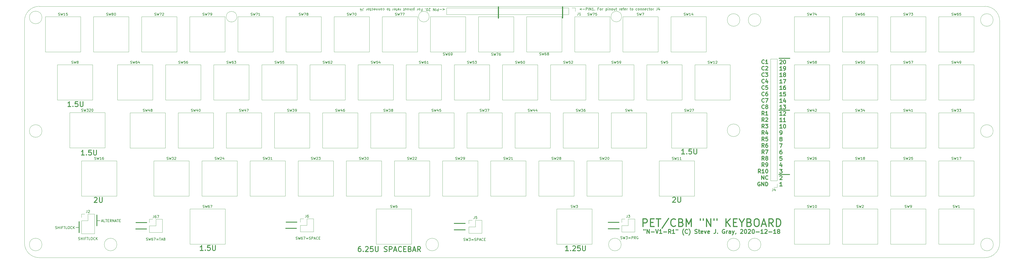
<source format=gto>
G04 #@! TF.GenerationSoftware,KiCad,Pcbnew,(5.1.7)-1*
G04 #@! TF.CreationDate,2020-12-18T21:48:47-05:00*
G04 #@! TF.ProjectId,petkn,7065746b-6e2e-46b6-9963-61645f706362,rev?*
G04 #@! TF.SameCoordinates,Original*
G04 #@! TF.FileFunction,Legend,Top*
G04 #@! TF.FilePolarity,Positive*
%FSLAX46Y46*%
G04 Gerber Fmt 4.6, Leading zero omitted, Abs format (unit mm)*
G04 Created by KiCad (PCBNEW (5.1.7)-1) date 2020-12-18 21:48:47*
%MOMM*%
%LPD*%
G01*
G04 APERTURE LIST*
%ADD10C,0.300000*%
%ADD11C,0.450000*%
%ADD12C,0.150000*%
G04 #@! TA.AperFunction,Profile*
%ADD13C,0.050000*%
G04 #@! TD*
%ADD14C,0.120000*%
G04 APERTURE END LIST*
D10*
X320294000Y-69151500D02*
X316039500Y-69151500D01*
X320167000Y-115252500D02*
X315912500Y-115252500D01*
X320167000Y-89789000D02*
X315912500Y-89789000D01*
X316329714Y-70028928D02*
X316401142Y-69957500D01*
X316544000Y-69886071D01*
X316901142Y-69886071D01*
X317044000Y-69957500D01*
X317115428Y-70028928D01*
X317186857Y-70171785D01*
X317186857Y-70314642D01*
X317115428Y-70528928D01*
X316258285Y-71386071D01*
X317186857Y-71386071D01*
X318115428Y-69886071D02*
X318258285Y-69886071D01*
X318401142Y-69957500D01*
X318472571Y-70028928D01*
X318544000Y-70171785D01*
X318615428Y-70457500D01*
X318615428Y-70814642D01*
X318544000Y-71100357D01*
X318472571Y-71243214D01*
X318401142Y-71314642D01*
X318258285Y-71386071D01*
X318115428Y-71386071D01*
X317972571Y-71314642D01*
X317901142Y-71243214D01*
X317829714Y-71100357D01*
X317758285Y-70814642D01*
X317758285Y-70457500D01*
X317829714Y-70171785D01*
X317901142Y-70028928D01*
X317972571Y-69957500D01*
X318115428Y-69886071D01*
X317186857Y-73936071D02*
X316329714Y-73936071D01*
X316758285Y-73936071D02*
X316758285Y-72436071D01*
X316615428Y-72650357D01*
X316472571Y-72793214D01*
X316329714Y-72864642D01*
X317901142Y-73936071D02*
X318186857Y-73936071D01*
X318329714Y-73864642D01*
X318401142Y-73793214D01*
X318544000Y-73578928D01*
X318615428Y-73293214D01*
X318615428Y-72721785D01*
X318544000Y-72578928D01*
X318472571Y-72507500D01*
X318329714Y-72436071D01*
X318044000Y-72436071D01*
X317901142Y-72507500D01*
X317829714Y-72578928D01*
X317758285Y-72721785D01*
X317758285Y-73078928D01*
X317829714Y-73221785D01*
X317901142Y-73293214D01*
X318044000Y-73364642D01*
X318329714Y-73364642D01*
X318472571Y-73293214D01*
X318544000Y-73221785D01*
X318615428Y-73078928D01*
X317186857Y-76486071D02*
X316329714Y-76486071D01*
X316758285Y-76486071D02*
X316758285Y-74986071D01*
X316615428Y-75200357D01*
X316472571Y-75343214D01*
X316329714Y-75414642D01*
X318044000Y-75628928D02*
X317901142Y-75557500D01*
X317829714Y-75486071D01*
X317758285Y-75343214D01*
X317758285Y-75271785D01*
X317829714Y-75128928D01*
X317901142Y-75057500D01*
X318044000Y-74986071D01*
X318329714Y-74986071D01*
X318472571Y-75057500D01*
X318544000Y-75128928D01*
X318615428Y-75271785D01*
X318615428Y-75343214D01*
X318544000Y-75486071D01*
X318472571Y-75557500D01*
X318329714Y-75628928D01*
X318044000Y-75628928D01*
X317901142Y-75700357D01*
X317829714Y-75771785D01*
X317758285Y-75914642D01*
X317758285Y-76200357D01*
X317829714Y-76343214D01*
X317901142Y-76414642D01*
X318044000Y-76486071D01*
X318329714Y-76486071D01*
X318472571Y-76414642D01*
X318544000Y-76343214D01*
X318615428Y-76200357D01*
X318615428Y-75914642D01*
X318544000Y-75771785D01*
X318472571Y-75700357D01*
X318329714Y-75628928D01*
X317186857Y-79036071D02*
X316329714Y-79036071D01*
X316758285Y-79036071D02*
X316758285Y-77536071D01*
X316615428Y-77750357D01*
X316472571Y-77893214D01*
X316329714Y-77964642D01*
X317686857Y-77536071D02*
X318686857Y-77536071D01*
X318044000Y-79036071D01*
X317186857Y-81586071D02*
X316329714Y-81586071D01*
X316758285Y-81586071D02*
X316758285Y-80086071D01*
X316615428Y-80300357D01*
X316472571Y-80443214D01*
X316329714Y-80514642D01*
X318472571Y-80086071D02*
X318186857Y-80086071D01*
X318044000Y-80157500D01*
X317972571Y-80228928D01*
X317829714Y-80443214D01*
X317758285Y-80728928D01*
X317758285Y-81300357D01*
X317829714Y-81443214D01*
X317901142Y-81514642D01*
X318044000Y-81586071D01*
X318329714Y-81586071D01*
X318472571Y-81514642D01*
X318544000Y-81443214D01*
X318615428Y-81300357D01*
X318615428Y-80943214D01*
X318544000Y-80800357D01*
X318472571Y-80728928D01*
X318329714Y-80657500D01*
X318044000Y-80657500D01*
X317901142Y-80728928D01*
X317829714Y-80800357D01*
X317758285Y-80943214D01*
X317186857Y-84136071D02*
X316329714Y-84136071D01*
X316758285Y-84136071D02*
X316758285Y-82636071D01*
X316615428Y-82850357D01*
X316472571Y-82993214D01*
X316329714Y-83064642D01*
X318544000Y-82636071D02*
X317829714Y-82636071D01*
X317758285Y-83350357D01*
X317829714Y-83278928D01*
X317972571Y-83207500D01*
X318329714Y-83207500D01*
X318472571Y-83278928D01*
X318544000Y-83350357D01*
X318615428Y-83493214D01*
X318615428Y-83850357D01*
X318544000Y-83993214D01*
X318472571Y-84064642D01*
X318329714Y-84136071D01*
X317972571Y-84136071D01*
X317829714Y-84064642D01*
X317758285Y-83993214D01*
X317186857Y-86686071D02*
X316329714Y-86686071D01*
X316758285Y-86686071D02*
X316758285Y-85186071D01*
X316615428Y-85400357D01*
X316472571Y-85543214D01*
X316329714Y-85614642D01*
X318472571Y-85686071D02*
X318472571Y-86686071D01*
X318115428Y-85114642D02*
X317758285Y-86186071D01*
X318686857Y-86186071D01*
X317186857Y-89236071D02*
X316329714Y-89236071D01*
X316758285Y-89236071D02*
X316758285Y-87736071D01*
X316615428Y-87950357D01*
X316472571Y-88093214D01*
X316329714Y-88164642D01*
X317686857Y-87736071D02*
X318615428Y-87736071D01*
X318115428Y-88307500D01*
X318329714Y-88307500D01*
X318472571Y-88378928D01*
X318544000Y-88450357D01*
X318615428Y-88593214D01*
X318615428Y-88950357D01*
X318544000Y-89093214D01*
X318472571Y-89164642D01*
X318329714Y-89236071D01*
X317901142Y-89236071D01*
X317758285Y-89164642D01*
X317686857Y-89093214D01*
X317186857Y-91786071D02*
X316329714Y-91786071D01*
X316758285Y-91786071D02*
X316758285Y-90286071D01*
X316615428Y-90500357D01*
X316472571Y-90643214D01*
X316329714Y-90714642D01*
X317758285Y-90428928D02*
X317829714Y-90357500D01*
X317972571Y-90286071D01*
X318329714Y-90286071D01*
X318472571Y-90357500D01*
X318544000Y-90428928D01*
X318615428Y-90571785D01*
X318615428Y-90714642D01*
X318544000Y-90928928D01*
X317686857Y-91786071D01*
X318615428Y-91786071D01*
X317186857Y-94336071D02*
X316329714Y-94336071D01*
X316758285Y-94336071D02*
X316758285Y-92836071D01*
X316615428Y-93050357D01*
X316472571Y-93193214D01*
X316329714Y-93264642D01*
X318615428Y-94336071D02*
X317758285Y-94336071D01*
X318186857Y-94336071D02*
X318186857Y-92836071D01*
X318044000Y-93050357D01*
X317901142Y-93193214D01*
X317758285Y-93264642D01*
X317186857Y-96886071D02*
X316329714Y-96886071D01*
X316758285Y-96886071D02*
X316758285Y-95386071D01*
X316615428Y-95600357D01*
X316472571Y-95743214D01*
X316329714Y-95814642D01*
X318115428Y-95386071D02*
X318258285Y-95386071D01*
X318401142Y-95457500D01*
X318472571Y-95528928D01*
X318544000Y-95671785D01*
X318615428Y-95957500D01*
X318615428Y-96314642D01*
X318544000Y-96600357D01*
X318472571Y-96743214D01*
X318401142Y-96814642D01*
X318258285Y-96886071D01*
X318115428Y-96886071D01*
X317972571Y-96814642D01*
X317901142Y-96743214D01*
X317829714Y-96600357D01*
X317758285Y-96314642D01*
X317758285Y-95957500D01*
X317829714Y-95671785D01*
X317901142Y-95528928D01*
X317972571Y-95457500D01*
X318115428Y-95386071D01*
X316472571Y-99436071D02*
X316758285Y-99436071D01*
X316901142Y-99364642D01*
X316972571Y-99293214D01*
X317115428Y-99078928D01*
X317186857Y-98793214D01*
X317186857Y-98221785D01*
X317115428Y-98078928D01*
X317044000Y-98007500D01*
X316901142Y-97936071D01*
X316615428Y-97936071D01*
X316472571Y-98007500D01*
X316401142Y-98078928D01*
X316329714Y-98221785D01*
X316329714Y-98578928D01*
X316401142Y-98721785D01*
X316472571Y-98793214D01*
X316615428Y-98864642D01*
X316901142Y-98864642D01*
X317044000Y-98793214D01*
X317115428Y-98721785D01*
X317186857Y-98578928D01*
X316615428Y-101128928D02*
X316472571Y-101057500D01*
X316401142Y-100986071D01*
X316329714Y-100843214D01*
X316329714Y-100771785D01*
X316401142Y-100628928D01*
X316472571Y-100557500D01*
X316615428Y-100486071D01*
X316901142Y-100486071D01*
X317044000Y-100557500D01*
X317115428Y-100628928D01*
X317186857Y-100771785D01*
X317186857Y-100843214D01*
X317115428Y-100986071D01*
X317044000Y-101057500D01*
X316901142Y-101128928D01*
X316615428Y-101128928D01*
X316472571Y-101200357D01*
X316401142Y-101271785D01*
X316329714Y-101414642D01*
X316329714Y-101700357D01*
X316401142Y-101843214D01*
X316472571Y-101914642D01*
X316615428Y-101986071D01*
X316901142Y-101986071D01*
X317044000Y-101914642D01*
X317115428Y-101843214D01*
X317186857Y-101700357D01*
X317186857Y-101414642D01*
X317115428Y-101271785D01*
X317044000Y-101200357D01*
X316901142Y-101128928D01*
X316258285Y-103036071D02*
X317258285Y-103036071D01*
X316615428Y-104536071D01*
X317044000Y-105586071D02*
X316758285Y-105586071D01*
X316615428Y-105657500D01*
X316544000Y-105728928D01*
X316401142Y-105943214D01*
X316329714Y-106228928D01*
X316329714Y-106800357D01*
X316401142Y-106943214D01*
X316472571Y-107014642D01*
X316615428Y-107086071D01*
X316901142Y-107086071D01*
X317044000Y-107014642D01*
X317115428Y-106943214D01*
X317186857Y-106800357D01*
X317186857Y-106443214D01*
X317115428Y-106300357D01*
X317044000Y-106228928D01*
X316901142Y-106157500D01*
X316615428Y-106157500D01*
X316472571Y-106228928D01*
X316401142Y-106300357D01*
X316329714Y-106443214D01*
X317115428Y-108136071D02*
X316401142Y-108136071D01*
X316329714Y-108850357D01*
X316401142Y-108778928D01*
X316544000Y-108707500D01*
X316901142Y-108707500D01*
X317044000Y-108778928D01*
X317115428Y-108850357D01*
X317186857Y-108993214D01*
X317186857Y-109350357D01*
X317115428Y-109493214D01*
X317044000Y-109564642D01*
X316901142Y-109636071D01*
X316544000Y-109636071D01*
X316401142Y-109564642D01*
X316329714Y-109493214D01*
X317044000Y-111186071D02*
X317044000Y-112186071D01*
X316686857Y-110614642D02*
X316329714Y-111686071D01*
X317258285Y-111686071D01*
X316258285Y-113236071D02*
X317186857Y-113236071D01*
X316686857Y-113807500D01*
X316901142Y-113807500D01*
X317044000Y-113878928D01*
X317115428Y-113950357D01*
X317186857Y-114093214D01*
X317186857Y-114450357D01*
X317115428Y-114593214D01*
X317044000Y-114664642D01*
X316901142Y-114736071D01*
X316472571Y-114736071D01*
X316329714Y-114664642D01*
X316258285Y-114593214D01*
X316329714Y-115928928D02*
X316401142Y-115857500D01*
X316544000Y-115786071D01*
X316901142Y-115786071D01*
X317044000Y-115857500D01*
X317115428Y-115928928D01*
X317186857Y-116071785D01*
X317186857Y-116214642D01*
X317115428Y-116428928D01*
X316258285Y-117286071D01*
X317186857Y-117286071D01*
X317186857Y-119836071D02*
X316329714Y-119836071D01*
X316758285Y-119836071D02*
X316758285Y-118336071D01*
X316615428Y-118550357D01*
X316472571Y-118693214D01*
X316329714Y-118764642D01*
D11*
X204851000Y-53157142D02*
X204851000Y-48871428D01*
D12*
X182870071Y-50061785D02*
X183631976Y-49776071D01*
X182870071Y-49490357D01*
X182393880Y-49776071D02*
X181631976Y-49776071D01*
X181155785Y-49395119D02*
X181155785Y-50395119D01*
X180774833Y-50395119D01*
X180679595Y-50347500D01*
X180631976Y-50299880D01*
X180584357Y-50204642D01*
X180584357Y-50061785D01*
X180631976Y-49966547D01*
X180679595Y-49918928D01*
X180774833Y-49871309D01*
X181155785Y-49871309D01*
X180155785Y-49395119D02*
X180155785Y-50395119D01*
X179679595Y-49395119D02*
X179679595Y-50395119D01*
X179108166Y-49395119D01*
X179108166Y-50395119D01*
X177917690Y-50299880D02*
X177870071Y-50347500D01*
X177774833Y-50395119D01*
X177536738Y-50395119D01*
X177441500Y-50347500D01*
X177393880Y-50299880D01*
X177346261Y-50204642D01*
X177346261Y-50109404D01*
X177393880Y-49966547D01*
X177965309Y-49395119D01*
X177346261Y-49395119D01*
X176727214Y-50395119D02*
X176631976Y-50395119D01*
X176536738Y-50347500D01*
X176489119Y-50299880D01*
X176441500Y-50204642D01*
X176393880Y-50014166D01*
X176393880Y-49776071D01*
X176441500Y-49585595D01*
X176489119Y-49490357D01*
X176536738Y-49442738D01*
X176631976Y-49395119D01*
X176727214Y-49395119D01*
X176822452Y-49442738D01*
X176870071Y-49490357D01*
X176917690Y-49585595D01*
X176965309Y-49776071D01*
X176965309Y-50014166D01*
X176917690Y-50204642D01*
X176870071Y-50299880D01*
X176822452Y-50347500D01*
X176727214Y-50395119D01*
X175965309Y-49490357D02*
X175917690Y-49442738D01*
X175965309Y-49395119D01*
X176012928Y-49442738D01*
X175965309Y-49490357D01*
X175965309Y-49395119D01*
X174393880Y-49918928D02*
X174727214Y-49918928D01*
X174727214Y-49395119D02*
X174727214Y-50395119D01*
X174251023Y-50395119D01*
X173727214Y-49395119D02*
X173822452Y-49442738D01*
X173870071Y-49490357D01*
X173917690Y-49585595D01*
X173917690Y-49871309D01*
X173870071Y-49966547D01*
X173822452Y-50014166D01*
X173727214Y-50061785D01*
X173584357Y-50061785D01*
X173489119Y-50014166D01*
X173441500Y-49966547D01*
X173393880Y-49871309D01*
X173393880Y-49585595D01*
X173441500Y-49490357D01*
X173489119Y-49442738D01*
X173584357Y-49395119D01*
X173727214Y-49395119D01*
X172965309Y-49395119D02*
X172965309Y-50061785D01*
X172965309Y-49871309D02*
X172917690Y-49966547D01*
X172870071Y-50014166D01*
X172774833Y-50061785D01*
X172679595Y-50061785D01*
X171584357Y-50061785D02*
X171584357Y-49061785D01*
X171584357Y-50014166D02*
X171489119Y-50061785D01*
X171298642Y-50061785D01*
X171203404Y-50014166D01*
X171155785Y-49966547D01*
X171108166Y-49871309D01*
X171108166Y-49585595D01*
X171155785Y-49490357D01*
X171203404Y-49442738D01*
X171298642Y-49395119D01*
X171489119Y-49395119D01*
X171584357Y-49442738D01*
X170679595Y-49395119D02*
X170679595Y-50061785D01*
X170679595Y-50395119D02*
X170727214Y-50347500D01*
X170679595Y-50299880D01*
X170631976Y-50347500D01*
X170679595Y-50395119D01*
X170679595Y-50299880D01*
X170203404Y-50061785D02*
X170203404Y-49395119D01*
X170203404Y-49966547D02*
X170155785Y-50014166D01*
X170060547Y-50061785D01*
X169917690Y-50061785D01*
X169822452Y-50014166D01*
X169774833Y-49918928D01*
X169774833Y-49395119D01*
X169155785Y-49395119D02*
X169251023Y-49442738D01*
X169298642Y-49490357D01*
X169346261Y-49585595D01*
X169346261Y-49871309D01*
X169298642Y-49966547D01*
X169251023Y-50014166D01*
X169155785Y-50061785D01*
X169012928Y-50061785D01*
X168917690Y-50014166D01*
X168870071Y-49966547D01*
X168822452Y-49871309D01*
X168822452Y-49585595D01*
X168870071Y-49490357D01*
X168917690Y-49442738D01*
X169012928Y-49395119D01*
X169155785Y-49395119D01*
X167965309Y-50061785D02*
X167965309Y-49395119D01*
X168393880Y-50061785D02*
X168393880Y-49537976D01*
X168346261Y-49442738D01*
X168251023Y-49395119D01*
X168108166Y-49395119D01*
X168012928Y-49442738D01*
X167965309Y-49490357D01*
X167631976Y-50061785D02*
X167251023Y-50061785D01*
X167489119Y-50395119D02*
X167489119Y-49537976D01*
X167441500Y-49442738D01*
X167346261Y-49395119D01*
X167251023Y-49395119D01*
X166155785Y-49395119D02*
X166155785Y-50061785D01*
X166155785Y-49871309D02*
X166108166Y-49966547D01*
X166060547Y-50014166D01*
X165965309Y-50061785D01*
X165870071Y-50061785D01*
X165155785Y-49442738D02*
X165251023Y-49395119D01*
X165441500Y-49395119D01*
X165536738Y-49442738D01*
X165584357Y-49537976D01*
X165584357Y-49918928D01*
X165536738Y-50014166D01*
X165441500Y-50061785D01*
X165251023Y-50061785D01*
X165155785Y-50014166D01*
X165108166Y-49918928D01*
X165108166Y-49823690D01*
X165584357Y-49728452D01*
X164822452Y-50061785D02*
X164441500Y-50061785D01*
X164679595Y-49395119D02*
X164679595Y-50252261D01*
X164631976Y-50347500D01*
X164536738Y-50395119D01*
X164441500Y-50395119D01*
X163727214Y-49442738D02*
X163822452Y-49395119D01*
X164012928Y-49395119D01*
X164108166Y-49442738D01*
X164155785Y-49537976D01*
X164155785Y-49918928D01*
X164108166Y-50014166D01*
X164012928Y-50061785D01*
X163822452Y-50061785D01*
X163727214Y-50014166D01*
X163679595Y-49918928D01*
X163679595Y-49823690D01*
X164155785Y-49728452D01*
X163251023Y-49395119D02*
X163251023Y-50061785D01*
X163251023Y-49871309D02*
X163203404Y-49966547D01*
X163155785Y-50014166D01*
X163060547Y-50061785D01*
X162965309Y-50061785D01*
X162012928Y-50061785D02*
X161631976Y-50061785D01*
X161870071Y-50395119D02*
X161870071Y-49537976D01*
X161822452Y-49442738D01*
X161727214Y-49395119D01*
X161631976Y-49395119D01*
X161155785Y-49395119D02*
X161251023Y-49442738D01*
X161298642Y-49490357D01*
X161346261Y-49585595D01*
X161346261Y-49871309D01*
X161298642Y-49966547D01*
X161251023Y-50014166D01*
X161155785Y-50061785D01*
X161012928Y-50061785D01*
X160917690Y-50014166D01*
X160870071Y-49966547D01*
X160822452Y-49871309D01*
X160822452Y-49585595D01*
X160870071Y-49490357D01*
X160917690Y-49442738D01*
X161012928Y-49395119D01*
X161155785Y-49395119D01*
X159203404Y-49442738D02*
X159298642Y-49395119D01*
X159489119Y-49395119D01*
X159584357Y-49442738D01*
X159631976Y-49490357D01*
X159679595Y-49585595D01*
X159679595Y-49871309D01*
X159631976Y-49966547D01*
X159584357Y-50014166D01*
X159489119Y-50061785D01*
X159298642Y-50061785D01*
X159203404Y-50014166D01*
X158631976Y-49395119D02*
X158727214Y-49442738D01*
X158774833Y-49490357D01*
X158822452Y-49585595D01*
X158822452Y-49871309D01*
X158774833Y-49966547D01*
X158727214Y-50014166D01*
X158631976Y-50061785D01*
X158489119Y-50061785D01*
X158393880Y-50014166D01*
X158346261Y-49966547D01*
X158298642Y-49871309D01*
X158298642Y-49585595D01*
X158346261Y-49490357D01*
X158393880Y-49442738D01*
X158489119Y-49395119D01*
X158631976Y-49395119D01*
X157870071Y-50061785D02*
X157870071Y-49395119D01*
X157870071Y-49966547D02*
X157822452Y-50014166D01*
X157727214Y-50061785D01*
X157584357Y-50061785D01*
X157489119Y-50014166D01*
X157441500Y-49918928D01*
X157441500Y-49395119D01*
X156965309Y-50061785D02*
X156965309Y-49395119D01*
X156965309Y-49966547D02*
X156917690Y-50014166D01*
X156822452Y-50061785D01*
X156679595Y-50061785D01*
X156584357Y-50014166D01*
X156536738Y-49918928D01*
X156536738Y-49395119D01*
X155679595Y-49442738D02*
X155774833Y-49395119D01*
X155965309Y-49395119D01*
X156060547Y-49442738D01*
X156108166Y-49537976D01*
X156108166Y-49918928D01*
X156060547Y-50014166D01*
X155965309Y-50061785D01*
X155774833Y-50061785D01*
X155679595Y-50014166D01*
X155631976Y-49918928D01*
X155631976Y-49823690D01*
X156108166Y-49728452D01*
X154774833Y-49442738D02*
X154870071Y-49395119D01*
X155060547Y-49395119D01*
X155155785Y-49442738D01*
X155203404Y-49490357D01*
X155251023Y-49585595D01*
X155251023Y-49871309D01*
X155203404Y-49966547D01*
X155155785Y-50014166D01*
X155060547Y-50061785D01*
X154870071Y-50061785D01*
X154774833Y-50014166D01*
X154489119Y-50061785D02*
X154108166Y-50061785D01*
X154346261Y-50395119D02*
X154346261Y-49537976D01*
X154298642Y-49442738D01*
X154203404Y-49395119D01*
X154108166Y-49395119D01*
X153631976Y-49395119D02*
X153727214Y-49442738D01*
X153774833Y-49490357D01*
X153822452Y-49585595D01*
X153822452Y-49871309D01*
X153774833Y-49966547D01*
X153727214Y-50014166D01*
X153631976Y-50061785D01*
X153489119Y-50061785D01*
X153393880Y-50014166D01*
X153346261Y-49966547D01*
X153298642Y-49871309D01*
X153298642Y-49585595D01*
X153346261Y-49490357D01*
X153393880Y-49442738D01*
X153489119Y-49395119D01*
X153631976Y-49395119D01*
X152870071Y-49395119D02*
X152870071Y-50061785D01*
X152870071Y-49871309D02*
X152822452Y-49966547D01*
X152774833Y-50014166D01*
X152679595Y-50061785D01*
X152584357Y-50061785D01*
X151203404Y-50395119D02*
X151203404Y-49680833D01*
X151251023Y-49537976D01*
X151346261Y-49442738D01*
X151489119Y-49395119D01*
X151584357Y-49395119D01*
X150298642Y-50061785D02*
X150298642Y-49395119D01*
X150536738Y-50442738D02*
X150774833Y-49728452D01*
X150155785Y-49728452D01*
X237849071Y-49442714D02*
X237087166Y-49728428D01*
X237849071Y-50014142D01*
X238325261Y-49728428D02*
X239087166Y-49728428D01*
X239563357Y-50109380D02*
X239563357Y-49109380D01*
X239944309Y-49109380D01*
X240039547Y-49157000D01*
X240087166Y-49204619D01*
X240134785Y-49299857D01*
X240134785Y-49442714D01*
X240087166Y-49537952D01*
X240039547Y-49585571D01*
X239944309Y-49633190D01*
X239563357Y-49633190D01*
X240563357Y-50109380D02*
X240563357Y-49109380D01*
X241039547Y-50109380D02*
X241039547Y-49109380D01*
X241610976Y-50109380D01*
X241610976Y-49109380D01*
X242610976Y-50109380D02*
X242039547Y-50109380D01*
X242325261Y-50109380D02*
X242325261Y-49109380D01*
X242230023Y-49252238D01*
X242134785Y-49347476D01*
X242039547Y-49395095D01*
X243039547Y-50014142D02*
X243087166Y-50061761D01*
X243039547Y-50109380D01*
X242991928Y-50061761D01*
X243039547Y-50014142D01*
X243039547Y-50109380D01*
X244610976Y-49585571D02*
X244277642Y-49585571D01*
X244277642Y-50109380D02*
X244277642Y-49109380D01*
X244753833Y-49109380D01*
X245277642Y-50109380D02*
X245182404Y-50061761D01*
X245134785Y-50014142D01*
X245087166Y-49918904D01*
X245087166Y-49633190D01*
X245134785Y-49537952D01*
X245182404Y-49490333D01*
X245277642Y-49442714D01*
X245420500Y-49442714D01*
X245515738Y-49490333D01*
X245563357Y-49537952D01*
X245610976Y-49633190D01*
X245610976Y-49918904D01*
X245563357Y-50014142D01*
X245515738Y-50061761D01*
X245420500Y-50109380D01*
X245277642Y-50109380D01*
X246039547Y-50109380D02*
X246039547Y-49442714D01*
X246039547Y-49633190D02*
X246087166Y-49537952D01*
X246134785Y-49490333D01*
X246230023Y-49442714D01*
X246325261Y-49442714D01*
X247420500Y-49442714D02*
X247420500Y-50442714D01*
X247420500Y-49490333D02*
X247515738Y-49442714D01*
X247706214Y-49442714D01*
X247801452Y-49490333D01*
X247849071Y-49537952D01*
X247896690Y-49633190D01*
X247896690Y-49918904D01*
X247849071Y-50014142D01*
X247801452Y-50061761D01*
X247706214Y-50109380D01*
X247515738Y-50109380D01*
X247420500Y-50061761D01*
X248325261Y-50109380D02*
X248325261Y-49442714D01*
X248325261Y-49109380D02*
X248277642Y-49157000D01*
X248325261Y-49204619D01*
X248372880Y-49157000D01*
X248325261Y-49109380D01*
X248325261Y-49204619D01*
X248801452Y-49442714D02*
X248801452Y-50109380D01*
X248801452Y-49537952D02*
X248849071Y-49490333D01*
X248944309Y-49442714D01*
X249087166Y-49442714D01*
X249182404Y-49490333D01*
X249230023Y-49585571D01*
X249230023Y-50109380D01*
X249849071Y-50109380D02*
X249753833Y-50061761D01*
X249706214Y-50014142D01*
X249658595Y-49918904D01*
X249658595Y-49633190D01*
X249706214Y-49537952D01*
X249753833Y-49490333D01*
X249849071Y-49442714D01*
X249991928Y-49442714D01*
X250087166Y-49490333D01*
X250134785Y-49537952D01*
X250182404Y-49633190D01*
X250182404Y-49918904D01*
X250134785Y-50014142D01*
X250087166Y-50061761D01*
X249991928Y-50109380D01*
X249849071Y-50109380D01*
X251039547Y-49442714D02*
X251039547Y-50109380D01*
X250610976Y-49442714D02*
X250610976Y-49966523D01*
X250658595Y-50061761D01*
X250753833Y-50109380D01*
X250896690Y-50109380D01*
X250991928Y-50061761D01*
X251039547Y-50014142D01*
X251372880Y-49442714D02*
X251753833Y-49442714D01*
X251515738Y-49109380D02*
X251515738Y-49966523D01*
X251563357Y-50061761D01*
X251658595Y-50109380D01*
X251753833Y-50109380D01*
X252849071Y-50109380D02*
X252849071Y-49442714D01*
X252849071Y-49633190D02*
X252896690Y-49537952D01*
X252944309Y-49490333D01*
X253039547Y-49442714D01*
X253134785Y-49442714D01*
X253849071Y-50061761D02*
X253753833Y-50109380D01*
X253563357Y-50109380D01*
X253468119Y-50061761D01*
X253420500Y-49966523D01*
X253420500Y-49585571D01*
X253468119Y-49490333D01*
X253563357Y-49442714D01*
X253753833Y-49442714D01*
X253849071Y-49490333D01*
X253896690Y-49585571D01*
X253896690Y-49680809D01*
X253420500Y-49776047D01*
X254182404Y-49442714D02*
X254563357Y-49442714D01*
X254325261Y-50109380D02*
X254325261Y-49252238D01*
X254372880Y-49157000D01*
X254468119Y-49109380D01*
X254563357Y-49109380D01*
X255277642Y-50061761D02*
X255182404Y-50109380D01*
X254991928Y-50109380D01*
X254896690Y-50061761D01*
X254849071Y-49966523D01*
X254849071Y-49585571D01*
X254896690Y-49490333D01*
X254991928Y-49442714D01*
X255182404Y-49442714D01*
X255277642Y-49490333D01*
X255325261Y-49585571D01*
X255325261Y-49680809D01*
X254849071Y-49776047D01*
X255753833Y-50109380D02*
X255753833Y-49442714D01*
X255753833Y-49633190D02*
X255801452Y-49537952D01*
X255849071Y-49490333D01*
X255944309Y-49442714D01*
X256039547Y-49442714D01*
X256991928Y-49442714D02*
X257372880Y-49442714D01*
X257134785Y-49109380D02*
X257134785Y-49966523D01*
X257182404Y-50061761D01*
X257277642Y-50109380D01*
X257372880Y-50109380D01*
X257849071Y-50109380D02*
X257753833Y-50061761D01*
X257706214Y-50014142D01*
X257658595Y-49918904D01*
X257658595Y-49633190D01*
X257706214Y-49537952D01*
X257753833Y-49490333D01*
X257849071Y-49442714D01*
X257991928Y-49442714D01*
X258087166Y-49490333D01*
X258134785Y-49537952D01*
X258182404Y-49633190D01*
X258182404Y-49918904D01*
X258134785Y-50014142D01*
X258087166Y-50061761D01*
X257991928Y-50109380D01*
X257849071Y-50109380D01*
X259801452Y-50061761D02*
X259706214Y-50109380D01*
X259515738Y-50109380D01*
X259420500Y-50061761D01*
X259372880Y-50014142D01*
X259325261Y-49918904D01*
X259325261Y-49633190D01*
X259372880Y-49537952D01*
X259420500Y-49490333D01*
X259515738Y-49442714D01*
X259706214Y-49442714D01*
X259801452Y-49490333D01*
X260372880Y-50109380D02*
X260277642Y-50061761D01*
X260230023Y-50014142D01*
X260182404Y-49918904D01*
X260182404Y-49633190D01*
X260230023Y-49537952D01*
X260277642Y-49490333D01*
X260372880Y-49442714D01*
X260515738Y-49442714D01*
X260610976Y-49490333D01*
X260658595Y-49537952D01*
X260706214Y-49633190D01*
X260706214Y-49918904D01*
X260658595Y-50014142D01*
X260610976Y-50061761D01*
X260515738Y-50109380D01*
X260372880Y-50109380D01*
X261134785Y-49442714D02*
X261134785Y-50109380D01*
X261134785Y-49537952D02*
X261182404Y-49490333D01*
X261277642Y-49442714D01*
X261420500Y-49442714D01*
X261515738Y-49490333D01*
X261563357Y-49585571D01*
X261563357Y-50109380D01*
X262039547Y-49442714D02*
X262039547Y-50109380D01*
X262039547Y-49537952D02*
X262087166Y-49490333D01*
X262182404Y-49442714D01*
X262325261Y-49442714D01*
X262420500Y-49490333D01*
X262468119Y-49585571D01*
X262468119Y-50109380D01*
X263325261Y-50061761D02*
X263230023Y-50109380D01*
X263039547Y-50109380D01*
X262944309Y-50061761D01*
X262896690Y-49966523D01*
X262896690Y-49585571D01*
X262944309Y-49490333D01*
X263039547Y-49442714D01*
X263230023Y-49442714D01*
X263325261Y-49490333D01*
X263372880Y-49585571D01*
X263372880Y-49680809D01*
X262896690Y-49776047D01*
X264230023Y-50061761D02*
X264134785Y-50109380D01*
X263944309Y-50109380D01*
X263849071Y-50061761D01*
X263801452Y-50014142D01*
X263753833Y-49918904D01*
X263753833Y-49633190D01*
X263801452Y-49537952D01*
X263849071Y-49490333D01*
X263944309Y-49442714D01*
X264134785Y-49442714D01*
X264230023Y-49490333D01*
X264515738Y-49442714D02*
X264896690Y-49442714D01*
X264658595Y-49109380D02*
X264658595Y-49966523D01*
X264706214Y-50061761D01*
X264801452Y-50109380D01*
X264896690Y-50109380D01*
X265372880Y-50109380D02*
X265277642Y-50061761D01*
X265230023Y-50014142D01*
X265182404Y-49918904D01*
X265182404Y-49633190D01*
X265230023Y-49537952D01*
X265277642Y-49490333D01*
X265372880Y-49442714D01*
X265515738Y-49442714D01*
X265610976Y-49490333D01*
X265658595Y-49537952D01*
X265706214Y-49633190D01*
X265706214Y-49918904D01*
X265658595Y-50014142D01*
X265610976Y-50061761D01*
X265515738Y-50109380D01*
X265372880Y-50109380D01*
X266134785Y-50109380D02*
X266134785Y-49442714D01*
X266134785Y-49633190D02*
X266182404Y-49537952D01*
X266230023Y-49490333D01*
X266325261Y-49442714D01*
X266420500Y-49442714D01*
X267801452Y-49109380D02*
X267801452Y-49823666D01*
X267753833Y-49966523D01*
X267658595Y-50061761D01*
X267515738Y-50109380D01*
X267420500Y-50109380D01*
X268706214Y-49442714D02*
X268706214Y-50109380D01*
X268468119Y-49061761D02*
X268230023Y-49776047D01*
X268849071Y-49776047D01*
D13*
X101351853Y-52705000D02*
G75*
G03*
X101351853Y-52705000I-2101353J0D01*
G01*
X253688353Y-52641500D02*
G75*
G03*
X253688353Y-52641500I-2101353J0D01*
G01*
X177482853Y-52666500D02*
G75*
G03*
X177482853Y-52666500I-2101353J0D01*
G01*
D12*
X38641976Y-141120761D02*
X38784833Y-141168380D01*
X39022928Y-141168380D01*
X39118166Y-141120761D01*
X39165785Y-141073142D01*
X39213404Y-140977904D01*
X39213404Y-140882666D01*
X39165785Y-140787428D01*
X39118166Y-140739809D01*
X39022928Y-140692190D01*
X38832452Y-140644571D01*
X38737214Y-140596952D01*
X38689595Y-140549333D01*
X38641976Y-140454095D01*
X38641976Y-140358857D01*
X38689595Y-140263619D01*
X38737214Y-140216000D01*
X38832452Y-140168380D01*
X39070547Y-140168380D01*
X39213404Y-140216000D01*
X39641976Y-141168380D02*
X39641976Y-140168380D01*
X39641976Y-140644571D02*
X40213404Y-140644571D01*
X40213404Y-141168380D02*
X40213404Y-140168380D01*
X40689595Y-141168380D02*
X40689595Y-140168380D01*
X41499119Y-140644571D02*
X41165785Y-140644571D01*
X41165785Y-141168380D02*
X41165785Y-140168380D01*
X41641976Y-140168380D01*
X41880071Y-140168380D02*
X42451500Y-140168380D01*
X42165785Y-141168380D02*
X42165785Y-140168380D01*
X43261023Y-141168380D02*
X42784833Y-141168380D01*
X42784833Y-140168380D01*
X43784833Y-140168380D02*
X43975309Y-140168380D01*
X44070547Y-140216000D01*
X44165785Y-140311238D01*
X44213404Y-140501714D01*
X44213404Y-140835047D01*
X44165785Y-141025523D01*
X44070547Y-141120761D01*
X43975309Y-141168380D01*
X43784833Y-141168380D01*
X43689595Y-141120761D01*
X43594357Y-141025523D01*
X43546738Y-140835047D01*
X43546738Y-140501714D01*
X43594357Y-140311238D01*
X43689595Y-140216000D01*
X43784833Y-140168380D01*
X45213404Y-141073142D02*
X45165785Y-141120761D01*
X45022928Y-141168380D01*
X44927690Y-141168380D01*
X44784833Y-141120761D01*
X44689595Y-141025523D01*
X44641976Y-140930285D01*
X44594357Y-140739809D01*
X44594357Y-140596952D01*
X44641976Y-140406476D01*
X44689595Y-140311238D01*
X44784833Y-140216000D01*
X44927690Y-140168380D01*
X45022928Y-140168380D01*
X45165785Y-140216000D01*
X45213404Y-140263619D01*
X45641976Y-141168380D02*
X45641976Y-140168380D01*
X46213404Y-141168380D02*
X45784833Y-140596952D01*
X46213404Y-140168380D02*
X45641976Y-140739809D01*
D10*
X248412000Y-136715500D02*
X252666500Y-136715500D01*
X248348500Y-134175500D02*
X252603000Y-134175500D01*
D12*
X253335476Y-140739761D02*
X253478333Y-140787380D01*
X253716428Y-140787380D01*
X253811666Y-140739761D01*
X253859285Y-140692142D01*
X253906904Y-140596904D01*
X253906904Y-140501666D01*
X253859285Y-140406428D01*
X253811666Y-140358809D01*
X253716428Y-140311190D01*
X253525952Y-140263571D01*
X253430714Y-140215952D01*
X253383095Y-140168333D01*
X253335476Y-140073095D01*
X253335476Y-139977857D01*
X253383095Y-139882619D01*
X253430714Y-139835000D01*
X253525952Y-139787380D01*
X253764047Y-139787380D01*
X253906904Y-139835000D01*
X254240238Y-139787380D02*
X254478333Y-140787380D01*
X254668809Y-140073095D01*
X254859285Y-140787380D01*
X255097380Y-139787380D01*
X255383095Y-139787380D02*
X256002142Y-139787380D01*
X255668809Y-140168333D01*
X255811666Y-140168333D01*
X255906904Y-140215952D01*
X255954523Y-140263571D01*
X256002142Y-140358809D01*
X256002142Y-140596904D01*
X255954523Y-140692142D01*
X255906904Y-140739761D01*
X255811666Y-140787380D01*
X255525952Y-140787380D01*
X255430714Y-140739761D01*
X255383095Y-140692142D01*
X256430714Y-140263571D02*
X257192619Y-140263571D01*
X257192619Y-140549285D02*
X256430714Y-140549285D01*
X257668809Y-140787380D02*
X257668809Y-139787380D01*
X258049761Y-139787380D01*
X258145000Y-139835000D01*
X258192619Y-139882619D01*
X258240238Y-139977857D01*
X258240238Y-140120714D01*
X258192619Y-140215952D01*
X258145000Y-140263571D01*
X258049761Y-140311190D01*
X257668809Y-140311190D01*
X259240238Y-140787380D02*
X258906904Y-140311190D01*
X258668809Y-140787380D02*
X258668809Y-139787380D01*
X259049761Y-139787380D01*
X259145000Y-139835000D01*
X259192619Y-139882619D01*
X259240238Y-139977857D01*
X259240238Y-140120714D01*
X259192619Y-140215952D01*
X259145000Y-140263571D01*
X259049761Y-140311190D01*
X258668809Y-140311190D01*
X260192619Y-139835000D02*
X260097380Y-139787380D01*
X259954523Y-139787380D01*
X259811666Y-139835000D01*
X259716428Y-139930238D01*
X259668809Y-140025476D01*
X259621190Y-140215952D01*
X259621190Y-140358809D01*
X259668809Y-140549285D01*
X259716428Y-140644523D01*
X259811666Y-140739761D01*
X259954523Y-140787380D01*
X260049761Y-140787380D01*
X260192619Y-140739761D01*
X260240238Y-140692142D01*
X260240238Y-140358809D01*
X260049761Y-140358809D01*
D10*
X61341000Y-136842500D02*
X65595500Y-136842500D01*
X61404500Y-134302500D02*
X65659000Y-134302500D01*
D12*
X124747976Y-140930261D02*
X124890833Y-140977880D01*
X125128928Y-140977880D01*
X125224166Y-140930261D01*
X125271785Y-140882642D01*
X125319404Y-140787404D01*
X125319404Y-140692166D01*
X125271785Y-140596928D01*
X125224166Y-140549309D01*
X125128928Y-140501690D01*
X124938452Y-140454071D01*
X124843214Y-140406452D01*
X124795595Y-140358833D01*
X124747976Y-140263595D01*
X124747976Y-140168357D01*
X124795595Y-140073119D01*
X124843214Y-140025500D01*
X124938452Y-139977880D01*
X125176547Y-139977880D01*
X125319404Y-140025500D01*
X125652738Y-139977880D02*
X125890833Y-140977880D01*
X126081309Y-140263595D01*
X126271785Y-140977880D01*
X126509880Y-139977880D01*
X127319404Y-139977880D02*
X127128928Y-139977880D01*
X127033690Y-140025500D01*
X126986071Y-140073119D01*
X126890833Y-140215976D01*
X126843214Y-140406452D01*
X126843214Y-140787404D01*
X126890833Y-140882642D01*
X126938452Y-140930261D01*
X127033690Y-140977880D01*
X127224166Y-140977880D01*
X127319404Y-140930261D01*
X127367023Y-140882642D01*
X127414642Y-140787404D01*
X127414642Y-140549309D01*
X127367023Y-140454071D01*
X127319404Y-140406452D01*
X127224166Y-140358833D01*
X127033690Y-140358833D01*
X126938452Y-140406452D01*
X126890833Y-140454071D01*
X126843214Y-140549309D01*
X127747976Y-139977880D02*
X128414642Y-139977880D01*
X127986071Y-140977880D01*
X128795595Y-140454071D02*
X129557500Y-140454071D01*
X129557500Y-140739785D02*
X128795595Y-140739785D01*
X129986071Y-140930261D02*
X130128928Y-140977880D01*
X130367023Y-140977880D01*
X130462261Y-140930261D01*
X130509880Y-140882642D01*
X130557500Y-140787404D01*
X130557500Y-140692166D01*
X130509880Y-140596928D01*
X130462261Y-140549309D01*
X130367023Y-140501690D01*
X130176547Y-140454071D01*
X130081309Y-140406452D01*
X130033690Y-140358833D01*
X129986071Y-140263595D01*
X129986071Y-140168357D01*
X130033690Y-140073119D01*
X130081309Y-140025500D01*
X130176547Y-139977880D01*
X130414642Y-139977880D01*
X130557500Y-140025500D01*
X130986071Y-140977880D02*
X130986071Y-139977880D01*
X131367023Y-139977880D01*
X131462261Y-140025500D01*
X131509880Y-140073119D01*
X131557500Y-140168357D01*
X131557500Y-140311214D01*
X131509880Y-140406452D01*
X131462261Y-140454071D01*
X131367023Y-140501690D01*
X130986071Y-140501690D01*
X131938452Y-140692166D02*
X132414642Y-140692166D01*
X131843214Y-140977880D02*
X132176547Y-139977880D01*
X132509880Y-140977880D01*
X133414642Y-140882642D02*
X133367023Y-140930261D01*
X133224166Y-140977880D01*
X133128928Y-140977880D01*
X132986071Y-140930261D01*
X132890833Y-140835023D01*
X132843214Y-140739785D01*
X132795595Y-140549309D01*
X132795595Y-140406452D01*
X132843214Y-140215976D01*
X132890833Y-140120738D01*
X132986071Y-140025500D01*
X133128928Y-139977880D01*
X133224166Y-139977880D01*
X133367023Y-140025500D01*
X133414642Y-140073119D01*
X133843214Y-140454071D02*
X134176547Y-140454071D01*
X134319404Y-140977880D02*
X133843214Y-140977880D01*
X133843214Y-139977880D01*
X134319404Y-139977880D01*
X191168976Y-141438261D02*
X191311833Y-141485880D01*
X191549928Y-141485880D01*
X191645166Y-141438261D01*
X191692785Y-141390642D01*
X191740404Y-141295404D01*
X191740404Y-141200166D01*
X191692785Y-141104928D01*
X191645166Y-141057309D01*
X191549928Y-141009690D01*
X191359452Y-140962071D01*
X191264214Y-140914452D01*
X191216595Y-140866833D01*
X191168976Y-140771595D01*
X191168976Y-140676357D01*
X191216595Y-140581119D01*
X191264214Y-140533500D01*
X191359452Y-140485880D01*
X191597547Y-140485880D01*
X191740404Y-140533500D01*
X192073738Y-140485880D02*
X192311833Y-141485880D01*
X192502309Y-140771595D01*
X192692785Y-141485880D01*
X192930880Y-140485880D01*
X193216595Y-140485880D02*
X193835642Y-140485880D01*
X193502309Y-140866833D01*
X193645166Y-140866833D01*
X193740404Y-140914452D01*
X193788023Y-140962071D01*
X193835642Y-141057309D01*
X193835642Y-141295404D01*
X193788023Y-141390642D01*
X193740404Y-141438261D01*
X193645166Y-141485880D01*
X193359452Y-141485880D01*
X193264214Y-141438261D01*
X193216595Y-141390642D01*
X194264214Y-140962071D02*
X195026119Y-140962071D01*
X195026119Y-141247785D02*
X194264214Y-141247785D01*
X195454690Y-141438261D02*
X195597547Y-141485880D01*
X195835642Y-141485880D01*
X195930880Y-141438261D01*
X195978500Y-141390642D01*
X196026119Y-141295404D01*
X196026119Y-141200166D01*
X195978500Y-141104928D01*
X195930880Y-141057309D01*
X195835642Y-141009690D01*
X195645166Y-140962071D01*
X195549928Y-140914452D01*
X195502309Y-140866833D01*
X195454690Y-140771595D01*
X195454690Y-140676357D01*
X195502309Y-140581119D01*
X195549928Y-140533500D01*
X195645166Y-140485880D01*
X195883261Y-140485880D01*
X196026119Y-140533500D01*
X196454690Y-141485880D02*
X196454690Y-140485880D01*
X196835642Y-140485880D01*
X196930880Y-140533500D01*
X196978500Y-140581119D01*
X197026119Y-140676357D01*
X197026119Y-140819214D01*
X196978500Y-140914452D01*
X196930880Y-140962071D01*
X196835642Y-141009690D01*
X196454690Y-141009690D01*
X197407071Y-141200166D02*
X197883261Y-141200166D01*
X197311833Y-141485880D02*
X197645166Y-140485880D01*
X197978500Y-141485880D01*
X198883261Y-141390642D02*
X198835642Y-141438261D01*
X198692785Y-141485880D01*
X198597547Y-141485880D01*
X198454690Y-141438261D01*
X198359452Y-141343023D01*
X198311833Y-141247785D01*
X198264214Y-141057309D01*
X198264214Y-140914452D01*
X198311833Y-140723976D01*
X198359452Y-140628738D01*
X198454690Y-140533500D01*
X198597547Y-140485880D01*
X198692785Y-140485880D01*
X198835642Y-140533500D01*
X198883261Y-140581119D01*
X199311833Y-140962071D02*
X199645166Y-140962071D01*
X199788023Y-141485880D02*
X199311833Y-141485880D01*
X199311833Y-140485880D01*
X199788023Y-140485880D01*
D10*
X187452000Y-134620000D02*
X191706500Y-134620000D01*
X187452000Y-137160000D02*
X191706500Y-137160000D01*
X120840500Y-134112000D02*
X125095000Y-134112000D01*
X120713500Y-136588500D02*
X124968000Y-136588500D01*
D12*
X65502476Y-141311261D02*
X65645333Y-141358880D01*
X65883428Y-141358880D01*
X65978666Y-141311261D01*
X66026285Y-141263642D01*
X66073904Y-141168404D01*
X66073904Y-141073166D01*
X66026285Y-140977928D01*
X65978666Y-140930309D01*
X65883428Y-140882690D01*
X65692952Y-140835071D01*
X65597714Y-140787452D01*
X65550095Y-140739833D01*
X65502476Y-140644595D01*
X65502476Y-140549357D01*
X65550095Y-140454119D01*
X65597714Y-140406500D01*
X65692952Y-140358880D01*
X65931047Y-140358880D01*
X66073904Y-140406500D01*
X66407238Y-140358880D02*
X66645333Y-141358880D01*
X66835809Y-140644595D01*
X67026285Y-141358880D01*
X67264380Y-140358880D01*
X68073904Y-140358880D02*
X67883428Y-140358880D01*
X67788190Y-140406500D01*
X67740571Y-140454119D01*
X67645333Y-140596976D01*
X67597714Y-140787452D01*
X67597714Y-141168404D01*
X67645333Y-141263642D01*
X67692952Y-141311261D01*
X67788190Y-141358880D01*
X67978666Y-141358880D01*
X68073904Y-141311261D01*
X68121523Y-141263642D01*
X68169142Y-141168404D01*
X68169142Y-140930309D01*
X68121523Y-140835071D01*
X68073904Y-140787452D01*
X67978666Y-140739833D01*
X67788190Y-140739833D01*
X67692952Y-140787452D01*
X67645333Y-140835071D01*
X67597714Y-140930309D01*
X68502476Y-140358880D02*
X69169142Y-140358880D01*
X68740571Y-141358880D01*
X69550095Y-140835071D02*
X70312000Y-140835071D01*
X70312000Y-141120785D02*
X69550095Y-141120785D01*
X70645333Y-140358880D02*
X71216761Y-140358880D01*
X70931047Y-141358880D02*
X70931047Y-140358880D01*
X71502476Y-141073166D02*
X71978666Y-141073166D01*
X71407238Y-141358880D02*
X71740571Y-140358880D01*
X72073904Y-141358880D01*
X72740571Y-140835071D02*
X72883428Y-140882690D01*
X72931047Y-140930309D01*
X72978666Y-141025547D01*
X72978666Y-141168404D01*
X72931047Y-141263642D01*
X72883428Y-141311261D01*
X72788190Y-141358880D01*
X72407238Y-141358880D01*
X72407238Y-140358880D01*
X72740571Y-140358880D01*
X72835809Y-140406500D01*
X72883428Y-140454119D01*
X72931047Y-140549357D01*
X72931047Y-140644595D01*
X72883428Y-140739833D01*
X72835809Y-140787452D01*
X72740571Y-140835071D01*
X72407238Y-140835071D01*
X29561476Y-136739261D02*
X29704333Y-136786880D01*
X29942428Y-136786880D01*
X30037666Y-136739261D01*
X30085285Y-136691642D01*
X30132904Y-136596404D01*
X30132904Y-136501166D01*
X30085285Y-136405928D01*
X30037666Y-136358309D01*
X29942428Y-136310690D01*
X29751952Y-136263071D01*
X29656714Y-136215452D01*
X29609095Y-136167833D01*
X29561476Y-136072595D01*
X29561476Y-135977357D01*
X29609095Y-135882119D01*
X29656714Y-135834500D01*
X29751952Y-135786880D01*
X29990047Y-135786880D01*
X30132904Y-135834500D01*
X30561476Y-136786880D02*
X30561476Y-135786880D01*
X30561476Y-136263071D02*
X31132904Y-136263071D01*
X31132904Y-136786880D02*
X31132904Y-135786880D01*
X31609095Y-136786880D02*
X31609095Y-135786880D01*
X32418619Y-136263071D02*
X32085285Y-136263071D01*
X32085285Y-136786880D02*
X32085285Y-135786880D01*
X32561476Y-135786880D01*
X32799571Y-135786880D02*
X33371000Y-135786880D01*
X33085285Y-136786880D02*
X33085285Y-135786880D01*
X34180523Y-136786880D02*
X33704333Y-136786880D01*
X33704333Y-135786880D01*
X34704333Y-135786880D02*
X34894809Y-135786880D01*
X34990047Y-135834500D01*
X35085285Y-135929738D01*
X35132904Y-136120214D01*
X35132904Y-136453547D01*
X35085285Y-136644023D01*
X34990047Y-136739261D01*
X34894809Y-136786880D01*
X34704333Y-136786880D01*
X34609095Y-136739261D01*
X34513857Y-136644023D01*
X34466238Y-136453547D01*
X34466238Y-136120214D01*
X34513857Y-135929738D01*
X34609095Y-135834500D01*
X34704333Y-135786880D01*
X36132904Y-136691642D02*
X36085285Y-136739261D01*
X35942428Y-136786880D01*
X35847190Y-136786880D01*
X35704333Y-136739261D01*
X35609095Y-136644023D01*
X35561476Y-136548785D01*
X35513857Y-136358309D01*
X35513857Y-136215452D01*
X35561476Y-136024976D01*
X35609095Y-135929738D01*
X35704333Y-135834500D01*
X35847190Y-135786880D01*
X35942428Y-135786880D01*
X36085285Y-135834500D01*
X36132904Y-135882119D01*
X36561476Y-136786880D02*
X36561476Y-135786880D01*
X37132904Y-136786880D02*
X36704333Y-136215452D01*
X37132904Y-135786880D02*
X36561476Y-136358309D01*
X38989000Y-136271000D02*
X37655500Y-136271000D01*
X45974000Y-133540500D02*
X47180500Y-133540500D01*
D10*
X38925500Y-138303000D02*
X38925500Y-133921500D01*
X45974000Y-131318000D02*
X45974000Y-135572500D01*
D13*
X300500000Y-143002000D02*
G75*
G03*
X300500000Y-143002000I-2500000J0D01*
G01*
X300500000Y-54000000D02*
G75*
G03*
X300500000Y-54000000I-2500000J0D01*
G01*
X300500000Y-97726500D02*
G75*
G03*
X300500000Y-97726500I-2500000J0D01*
G01*
X17272000Y-54419500D02*
X17272000Y-142367000D01*
X403352000Y-54419500D02*
X403352000Y-142367000D01*
X23114000Y-48577500D02*
X397510000Y-48577500D01*
D11*
X230251000Y-53093642D02*
X230251000Y-48807928D01*
D13*
X24217000Y-98000000D02*
G75*
G03*
X24217000Y-98000000I-2500000J0D01*
G01*
X24217000Y-53000000D02*
G75*
G03*
X24217000Y-53000000I-2500000J0D01*
G01*
X400772000Y-98000000D02*
G75*
G03*
X400772000Y-98000000I-2500000J0D01*
G01*
X23114000Y-148209000D02*
X397510000Y-148209000D01*
X397510000Y-48577500D02*
G75*
G02*
X403352000Y-54419500I0J-5842000D01*
G01*
X53871500Y-143000000D02*
G75*
G03*
X53871500Y-143000000I-2500000J0D01*
G01*
X24217000Y-143000000D02*
G75*
G03*
X24217000Y-143000000I-2500000J0D01*
G01*
X181189000Y-143000000D02*
G75*
G03*
X181189000Y-143000000I-2500000J0D01*
G01*
X253515500Y-143000000D02*
G75*
G03*
X253515500Y-143000000I-2500000J0D01*
G01*
X308824000Y-143000000D02*
G75*
G03*
X308824000Y-143000000I-2500000J0D01*
G01*
X400835500Y-143000000D02*
G75*
G03*
X400835500Y-143000000I-2500000J0D01*
G01*
D10*
X310129714Y-71179714D02*
X310058285Y-71251142D01*
X309844000Y-71322571D01*
X309701142Y-71322571D01*
X309486857Y-71251142D01*
X309344000Y-71108285D01*
X309272571Y-70965428D01*
X309201142Y-70679714D01*
X309201142Y-70465428D01*
X309272571Y-70179714D01*
X309344000Y-70036857D01*
X309486857Y-69894000D01*
X309701142Y-69822571D01*
X309844000Y-69822571D01*
X310058285Y-69894000D01*
X310129714Y-69965428D01*
X311558285Y-71322571D02*
X310701142Y-71322571D01*
X311129714Y-71322571D02*
X311129714Y-69822571D01*
X310986857Y-70036857D01*
X310844000Y-70179714D01*
X310701142Y-70251142D01*
X310129714Y-73729714D02*
X310058285Y-73801142D01*
X309844000Y-73872571D01*
X309701142Y-73872571D01*
X309486857Y-73801142D01*
X309344000Y-73658285D01*
X309272571Y-73515428D01*
X309201142Y-73229714D01*
X309201142Y-73015428D01*
X309272571Y-72729714D01*
X309344000Y-72586857D01*
X309486857Y-72444000D01*
X309701142Y-72372571D01*
X309844000Y-72372571D01*
X310058285Y-72444000D01*
X310129714Y-72515428D01*
X310701142Y-72515428D02*
X310772571Y-72444000D01*
X310915428Y-72372571D01*
X311272571Y-72372571D01*
X311415428Y-72444000D01*
X311486857Y-72515428D01*
X311558285Y-72658285D01*
X311558285Y-72801142D01*
X311486857Y-73015428D01*
X310629714Y-73872571D01*
X311558285Y-73872571D01*
X310129714Y-76279714D02*
X310058285Y-76351142D01*
X309844000Y-76422571D01*
X309701142Y-76422571D01*
X309486857Y-76351142D01*
X309344000Y-76208285D01*
X309272571Y-76065428D01*
X309201142Y-75779714D01*
X309201142Y-75565428D01*
X309272571Y-75279714D01*
X309344000Y-75136857D01*
X309486857Y-74994000D01*
X309701142Y-74922571D01*
X309844000Y-74922571D01*
X310058285Y-74994000D01*
X310129714Y-75065428D01*
X310629714Y-74922571D02*
X311558285Y-74922571D01*
X311058285Y-75494000D01*
X311272571Y-75494000D01*
X311415428Y-75565428D01*
X311486857Y-75636857D01*
X311558285Y-75779714D01*
X311558285Y-76136857D01*
X311486857Y-76279714D01*
X311415428Y-76351142D01*
X311272571Y-76422571D01*
X310844000Y-76422571D01*
X310701142Y-76351142D01*
X310629714Y-76279714D01*
X310129714Y-78829714D02*
X310058285Y-78901142D01*
X309844000Y-78972571D01*
X309701142Y-78972571D01*
X309486857Y-78901142D01*
X309344000Y-78758285D01*
X309272571Y-78615428D01*
X309201142Y-78329714D01*
X309201142Y-78115428D01*
X309272571Y-77829714D01*
X309344000Y-77686857D01*
X309486857Y-77544000D01*
X309701142Y-77472571D01*
X309844000Y-77472571D01*
X310058285Y-77544000D01*
X310129714Y-77615428D01*
X311415428Y-77972571D02*
X311415428Y-78972571D01*
X311058285Y-77401142D02*
X310701142Y-78472571D01*
X311629714Y-78472571D01*
X310129714Y-81379714D02*
X310058285Y-81451142D01*
X309844000Y-81522571D01*
X309701142Y-81522571D01*
X309486857Y-81451142D01*
X309344000Y-81308285D01*
X309272571Y-81165428D01*
X309201142Y-80879714D01*
X309201142Y-80665428D01*
X309272571Y-80379714D01*
X309344000Y-80236857D01*
X309486857Y-80094000D01*
X309701142Y-80022571D01*
X309844000Y-80022571D01*
X310058285Y-80094000D01*
X310129714Y-80165428D01*
X311486857Y-80022571D02*
X310772571Y-80022571D01*
X310701142Y-80736857D01*
X310772571Y-80665428D01*
X310915428Y-80594000D01*
X311272571Y-80594000D01*
X311415428Y-80665428D01*
X311486857Y-80736857D01*
X311558285Y-80879714D01*
X311558285Y-81236857D01*
X311486857Y-81379714D01*
X311415428Y-81451142D01*
X311272571Y-81522571D01*
X310915428Y-81522571D01*
X310772571Y-81451142D01*
X310701142Y-81379714D01*
X310129714Y-83929714D02*
X310058285Y-84001142D01*
X309844000Y-84072571D01*
X309701142Y-84072571D01*
X309486857Y-84001142D01*
X309344000Y-83858285D01*
X309272571Y-83715428D01*
X309201142Y-83429714D01*
X309201142Y-83215428D01*
X309272571Y-82929714D01*
X309344000Y-82786857D01*
X309486857Y-82644000D01*
X309701142Y-82572571D01*
X309844000Y-82572571D01*
X310058285Y-82644000D01*
X310129714Y-82715428D01*
X311415428Y-82572571D02*
X311129714Y-82572571D01*
X310986857Y-82644000D01*
X310915428Y-82715428D01*
X310772571Y-82929714D01*
X310701142Y-83215428D01*
X310701142Y-83786857D01*
X310772571Y-83929714D01*
X310844000Y-84001142D01*
X310986857Y-84072571D01*
X311272571Y-84072571D01*
X311415428Y-84001142D01*
X311486857Y-83929714D01*
X311558285Y-83786857D01*
X311558285Y-83429714D01*
X311486857Y-83286857D01*
X311415428Y-83215428D01*
X311272571Y-83144000D01*
X310986857Y-83144000D01*
X310844000Y-83215428D01*
X310772571Y-83286857D01*
X310701142Y-83429714D01*
X310129714Y-86479714D02*
X310058285Y-86551142D01*
X309844000Y-86622571D01*
X309701142Y-86622571D01*
X309486857Y-86551142D01*
X309344000Y-86408285D01*
X309272571Y-86265428D01*
X309201142Y-85979714D01*
X309201142Y-85765428D01*
X309272571Y-85479714D01*
X309344000Y-85336857D01*
X309486857Y-85194000D01*
X309701142Y-85122571D01*
X309844000Y-85122571D01*
X310058285Y-85194000D01*
X310129714Y-85265428D01*
X310629714Y-85122571D02*
X311629714Y-85122571D01*
X310986857Y-86622571D01*
X310129714Y-89029714D02*
X310058285Y-89101142D01*
X309844000Y-89172571D01*
X309701142Y-89172571D01*
X309486857Y-89101142D01*
X309344000Y-88958285D01*
X309272571Y-88815428D01*
X309201142Y-88529714D01*
X309201142Y-88315428D01*
X309272571Y-88029714D01*
X309344000Y-87886857D01*
X309486857Y-87744000D01*
X309701142Y-87672571D01*
X309844000Y-87672571D01*
X310058285Y-87744000D01*
X310129714Y-87815428D01*
X310986857Y-88315428D02*
X310844000Y-88244000D01*
X310772571Y-88172571D01*
X310701142Y-88029714D01*
X310701142Y-87958285D01*
X310772571Y-87815428D01*
X310844000Y-87744000D01*
X310986857Y-87672571D01*
X311272571Y-87672571D01*
X311415428Y-87744000D01*
X311486857Y-87815428D01*
X311558285Y-87958285D01*
X311558285Y-88029714D01*
X311486857Y-88172571D01*
X311415428Y-88244000D01*
X311272571Y-88315428D01*
X310986857Y-88315428D01*
X310844000Y-88386857D01*
X310772571Y-88458285D01*
X310701142Y-88601142D01*
X310701142Y-88886857D01*
X310772571Y-89029714D01*
X310844000Y-89101142D01*
X310986857Y-89172571D01*
X311272571Y-89172571D01*
X311415428Y-89101142D01*
X311486857Y-89029714D01*
X311558285Y-88886857D01*
X311558285Y-88601142D01*
X311486857Y-88458285D01*
X311415428Y-88386857D01*
X311272571Y-88315428D01*
X310129714Y-91722571D02*
X309629714Y-91008285D01*
X309272571Y-91722571D02*
X309272571Y-90222571D01*
X309844000Y-90222571D01*
X309986857Y-90294000D01*
X310058285Y-90365428D01*
X310129714Y-90508285D01*
X310129714Y-90722571D01*
X310058285Y-90865428D01*
X309986857Y-90936857D01*
X309844000Y-91008285D01*
X309272571Y-91008285D01*
X311558285Y-91722571D02*
X310701142Y-91722571D01*
X311129714Y-91722571D02*
X311129714Y-90222571D01*
X310986857Y-90436857D01*
X310844000Y-90579714D01*
X310701142Y-90651142D01*
X310129714Y-94272571D02*
X309629714Y-93558285D01*
X309272571Y-94272571D02*
X309272571Y-92772571D01*
X309844000Y-92772571D01*
X309986857Y-92844000D01*
X310058285Y-92915428D01*
X310129714Y-93058285D01*
X310129714Y-93272571D01*
X310058285Y-93415428D01*
X309986857Y-93486857D01*
X309844000Y-93558285D01*
X309272571Y-93558285D01*
X310701142Y-92915428D02*
X310772571Y-92844000D01*
X310915428Y-92772571D01*
X311272571Y-92772571D01*
X311415428Y-92844000D01*
X311486857Y-92915428D01*
X311558285Y-93058285D01*
X311558285Y-93201142D01*
X311486857Y-93415428D01*
X310629714Y-94272571D01*
X311558285Y-94272571D01*
X310129714Y-96822571D02*
X309629714Y-96108285D01*
X309272571Y-96822571D02*
X309272571Y-95322571D01*
X309844000Y-95322571D01*
X309986857Y-95394000D01*
X310058285Y-95465428D01*
X310129714Y-95608285D01*
X310129714Y-95822571D01*
X310058285Y-95965428D01*
X309986857Y-96036857D01*
X309844000Y-96108285D01*
X309272571Y-96108285D01*
X310629714Y-95322571D02*
X311558285Y-95322571D01*
X311058285Y-95894000D01*
X311272571Y-95894000D01*
X311415428Y-95965428D01*
X311486857Y-96036857D01*
X311558285Y-96179714D01*
X311558285Y-96536857D01*
X311486857Y-96679714D01*
X311415428Y-96751142D01*
X311272571Y-96822571D01*
X310844000Y-96822571D01*
X310701142Y-96751142D01*
X310629714Y-96679714D01*
X310129714Y-99372571D02*
X309629714Y-98658285D01*
X309272571Y-99372571D02*
X309272571Y-97872571D01*
X309844000Y-97872571D01*
X309986857Y-97944000D01*
X310058285Y-98015428D01*
X310129714Y-98158285D01*
X310129714Y-98372571D01*
X310058285Y-98515428D01*
X309986857Y-98586857D01*
X309844000Y-98658285D01*
X309272571Y-98658285D01*
X311415428Y-98372571D02*
X311415428Y-99372571D01*
X311058285Y-97801142D02*
X310701142Y-98872571D01*
X311629714Y-98872571D01*
X310129714Y-101922571D02*
X309629714Y-101208285D01*
X309272571Y-101922571D02*
X309272571Y-100422571D01*
X309844000Y-100422571D01*
X309986857Y-100494000D01*
X310058285Y-100565428D01*
X310129714Y-100708285D01*
X310129714Y-100922571D01*
X310058285Y-101065428D01*
X309986857Y-101136857D01*
X309844000Y-101208285D01*
X309272571Y-101208285D01*
X311486857Y-100422571D02*
X310772571Y-100422571D01*
X310701142Y-101136857D01*
X310772571Y-101065428D01*
X310915428Y-100994000D01*
X311272571Y-100994000D01*
X311415428Y-101065428D01*
X311486857Y-101136857D01*
X311558285Y-101279714D01*
X311558285Y-101636857D01*
X311486857Y-101779714D01*
X311415428Y-101851142D01*
X311272571Y-101922571D01*
X310915428Y-101922571D01*
X310772571Y-101851142D01*
X310701142Y-101779714D01*
X310129714Y-104472571D02*
X309629714Y-103758285D01*
X309272571Y-104472571D02*
X309272571Y-102972571D01*
X309844000Y-102972571D01*
X309986857Y-103044000D01*
X310058285Y-103115428D01*
X310129714Y-103258285D01*
X310129714Y-103472571D01*
X310058285Y-103615428D01*
X309986857Y-103686857D01*
X309844000Y-103758285D01*
X309272571Y-103758285D01*
X311415428Y-102972571D02*
X311129714Y-102972571D01*
X310986857Y-103044000D01*
X310915428Y-103115428D01*
X310772571Y-103329714D01*
X310701142Y-103615428D01*
X310701142Y-104186857D01*
X310772571Y-104329714D01*
X310844000Y-104401142D01*
X310986857Y-104472571D01*
X311272571Y-104472571D01*
X311415428Y-104401142D01*
X311486857Y-104329714D01*
X311558285Y-104186857D01*
X311558285Y-103829714D01*
X311486857Y-103686857D01*
X311415428Y-103615428D01*
X311272571Y-103544000D01*
X310986857Y-103544000D01*
X310844000Y-103615428D01*
X310772571Y-103686857D01*
X310701142Y-103829714D01*
X310129714Y-107022571D02*
X309629714Y-106308285D01*
X309272571Y-107022571D02*
X309272571Y-105522571D01*
X309844000Y-105522571D01*
X309986857Y-105594000D01*
X310058285Y-105665428D01*
X310129714Y-105808285D01*
X310129714Y-106022571D01*
X310058285Y-106165428D01*
X309986857Y-106236857D01*
X309844000Y-106308285D01*
X309272571Y-106308285D01*
X310629714Y-105522571D02*
X311629714Y-105522571D01*
X310986857Y-107022571D01*
X310129714Y-109572571D02*
X309629714Y-108858285D01*
X309272571Y-109572571D02*
X309272571Y-108072571D01*
X309844000Y-108072571D01*
X309986857Y-108144000D01*
X310058285Y-108215428D01*
X310129714Y-108358285D01*
X310129714Y-108572571D01*
X310058285Y-108715428D01*
X309986857Y-108786857D01*
X309844000Y-108858285D01*
X309272571Y-108858285D01*
X310986857Y-108715428D02*
X310844000Y-108644000D01*
X310772571Y-108572571D01*
X310701142Y-108429714D01*
X310701142Y-108358285D01*
X310772571Y-108215428D01*
X310844000Y-108144000D01*
X310986857Y-108072571D01*
X311272571Y-108072571D01*
X311415428Y-108144000D01*
X311486857Y-108215428D01*
X311558285Y-108358285D01*
X311558285Y-108429714D01*
X311486857Y-108572571D01*
X311415428Y-108644000D01*
X311272571Y-108715428D01*
X310986857Y-108715428D01*
X310844000Y-108786857D01*
X310772571Y-108858285D01*
X310701142Y-109001142D01*
X310701142Y-109286857D01*
X310772571Y-109429714D01*
X310844000Y-109501142D01*
X310986857Y-109572571D01*
X311272571Y-109572571D01*
X311415428Y-109501142D01*
X311486857Y-109429714D01*
X311558285Y-109286857D01*
X311558285Y-109001142D01*
X311486857Y-108858285D01*
X311415428Y-108786857D01*
X311272571Y-108715428D01*
X310129714Y-112122571D02*
X309629714Y-111408285D01*
X309272571Y-112122571D02*
X309272571Y-110622571D01*
X309844000Y-110622571D01*
X309986857Y-110694000D01*
X310058285Y-110765428D01*
X310129714Y-110908285D01*
X310129714Y-111122571D01*
X310058285Y-111265428D01*
X309986857Y-111336857D01*
X309844000Y-111408285D01*
X309272571Y-111408285D01*
X310844000Y-112122571D02*
X311129714Y-112122571D01*
X311272571Y-112051142D01*
X311344000Y-111979714D01*
X311486857Y-111765428D01*
X311558285Y-111479714D01*
X311558285Y-110908285D01*
X311486857Y-110765428D01*
X311415428Y-110694000D01*
X311272571Y-110622571D01*
X310986857Y-110622571D01*
X310844000Y-110694000D01*
X310772571Y-110765428D01*
X310701142Y-110908285D01*
X310701142Y-111265428D01*
X310772571Y-111408285D01*
X310844000Y-111479714D01*
X310986857Y-111551142D01*
X311272571Y-111551142D01*
X311415428Y-111479714D01*
X311486857Y-111408285D01*
X311558285Y-111265428D01*
X308701142Y-114672571D02*
X308201142Y-113958285D01*
X307844000Y-114672571D02*
X307844000Y-113172571D01*
X308415428Y-113172571D01*
X308558285Y-113244000D01*
X308629714Y-113315428D01*
X308701142Y-113458285D01*
X308701142Y-113672571D01*
X308629714Y-113815428D01*
X308558285Y-113886857D01*
X308415428Y-113958285D01*
X307844000Y-113958285D01*
X310129714Y-114672571D02*
X309272571Y-114672571D01*
X309701142Y-114672571D02*
X309701142Y-113172571D01*
X309558285Y-113386857D01*
X309415428Y-113529714D01*
X309272571Y-113601142D01*
X311058285Y-113172571D02*
X311201142Y-113172571D01*
X311344000Y-113244000D01*
X311415428Y-113315428D01*
X311486857Y-113458285D01*
X311558285Y-113744000D01*
X311558285Y-114101142D01*
X311486857Y-114386857D01*
X311415428Y-114529714D01*
X311344000Y-114601142D01*
X311201142Y-114672571D01*
X311058285Y-114672571D01*
X310915428Y-114601142D01*
X310844000Y-114529714D01*
X310772571Y-114386857D01*
X310701142Y-114101142D01*
X310701142Y-113744000D01*
X310772571Y-113458285D01*
X310844000Y-113315428D01*
X310915428Y-113244000D01*
X311058285Y-113172571D01*
X309129714Y-117222571D02*
X309129714Y-115722571D01*
X309986857Y-117222571D01*
X309986857Y-115722571D01*
X311558285Y-117079714D02*
X311486857Y-117151142D01*
X311272571Y-117222571D01*
X311129714Y-117222571D01*
X310915428Y-117151142D01*
X310772571Y-117008285D01*
X310701142Y-116865428D01*
X310629714Y-116579714D01*
X310629714Y-116365428D01*
X310701142Y-116079714D01*
X310772571Y-115936857D01*
X310915428Y-115794000D01*
X311129714Y-115722571D01*
X311272571Y-115722571D01*
X311486857Y-115794000D01*
X311558285Y-115865428D01*
X308415428Y-118344000D02*
X308272571Y-118272571D01*
X308058285Y-118272571D01*
X307844000Y-118344000D01*
X307701142Y-118486857D01*
X307629714Y-118629714D01*
X307558285Y-118915428D01*
X307558285Y-119129714D01*
X307629714Y-119415428D01*
X307701142Y-119558285D01*
X307844000Y-119701142D01*
X308058285Y-119772571D01*
X308201142Y-119772571D01*
X308415428Y-119701142D01*
X308486857Y-119629714D01*
X308486857Y-119129714D01*
X308201142Y-119129714D01*
X309129714Y-119772571D02*
X309129714Y-118272571D01*
X309986857Y-119772571D01*
X309986857Y-118272571D01*
X310701142Y-119772571D02*
X310701142Y-118272571D01*
X311058285Y-118272571D01*
X311272571Y-118344000D01*
X311415428Y-118486857D01*
X311486857Y-118629714D01*
X311558285Y-118915428D01*
X311558285Y-119129714D01*
X311486857Y-119415428D01*
X311415428Y-119558285D01*
X311272571Y-119701142D01*
X311058285Y-119772571D01*
X310701142Y-119772571D01*
X40957738Y-107584761D02*
X39814880Y-107584761D01*
X40386309Y-107584761D02*
X40386309Y-105584761D01*
X40195833Y-105870476D01*
X40005357Y-106060952D01*
X39814880Y-106156190D01*
X41814880Y-107394285D02*
X41910119Y-107489523D01*
X41814880Y-107584761D01*
X41719642Y-107489523D01*
X41814880Y-107394285D01*
X41814880Y-107584761D01*
X43719642Y-105584761D02*
X42767261Y-105584761D01*
X42672023Y-106537142D01*
X42767261Y-106441904D01*
X42957738Y-106346666D01*
X43433928Y-106346666D01*
X43624404Y-106441904D01*
X43719642Y-106537142D01*
X43814880Y-106727619D01*
X43814880Y-107203809D01*
X43719642Y-107394285D01*
X43624404Y-107489523D01*
X43433928Y-107584761D01*
X42957738Y-107584761D01*
X42767261Y-107489523D01*
X42672023Y-107394285D01*
X44672023Y-105584761D02*
X44672023Y-107203809D01*
X44767261Y-107394285D01*
X44862500Y-107489523D01*
X45052976Y-107584761D01*
X45433928Y-107584761D01*
X45624404Y-107489523D01*
X45719642Y-107394285D01*
X45814880Y-107203809D01*
X45814880Y-105584761D01*
X273907452Y-124444238D02*
X274002690Y-124349000D01*
X274193166Y-124253761D01*
X274669357Y-124253761D01*
X274859833Y-124349000D01*
X274955071Y-124444238D01*
X275050309Y-124634714D01*
X275050309Y-124825190D01*
X274955071Y-125110904D01*
X273812214Y-126253761D01*
X275050309Y-126253761D01*
X275907452Y-124253761D02*
X275907452Y-125872809D01*
X276002690Y-126063285D01*
X276097928Y-126158523D01*
X276288404Y-126253761D01*
X276669357Y-126253761D01*
X276859833Y-126158523D01*
X276955071Y-126063285D01*
X277050309Y-125872809D01*
X277050309Y-124253761D01*
D13*
X17272000Y-54419500D02*
G75*
G02*
X23114000Y-48577500I5842000J0D01*
G01*
X403352000Y-142367000D02*
G75*
G02*
X397510000Y-148209000I-5842000J0D01*
G01*
X308824000Y-54000000D02*
G75*
G03*
X308824000Y-54000000I-2500000J0D01*
G01*
X23114000Y-148209000D02*
G75*
G02*
X17272000Y-142367000I0J5842000D01*
G01*
X400772000Y-54000000D02*
G75*
G03*
X400772000Y-54000000I-2500000J0D01*
G01*
D12*
X47785976Y-133770666D02*
X48262166Y-133770666D01*
X47690738Y-134056380D02*
X48024071Y-133056380D01*
X48357404Y-134056380D01*
X49166928Y-134056380D02*
X48690738Y-134056380D01*
X48690738Y-133056380D01*
X49357404Y-133056380D02*
X49928833Y-133056380D01*
X49643119Y-134056380D02*
X49643119Y-133056380D01*
X50262166Y-133532571D02*
X50595500Y-133532571D01*
X50738357Y-134056380D02*
X50262166Y-134056380D01*
X50262166Y-133056380D01*
X50738357Y-133056380D01*
X51738357Y-134056380D02*
X51405023Y-133580190D01*
X51166928Y-134056380D02*
X51166928Y-133056380D01*
X51547880Y-133056380D01*
X51643119Y-133104000D01*
X51690738Y-133151619D01*
X51738357Y-133246857D01*
X51738357Y-133389714D01*
X51690738Y-133484952D01*
X51643119Y-133532571D01*
X51547880Y-133580190D01*
X51166928Y-133580190D01*
X52166928Y-134056380D02*
X52166928Y-133056380D01*
X52738357Y-134056380D01*
X52738357Y-133056380D01*
X53166928Y-133770666D02*
X53643119Y-133770666D01*
X53071690Y-134056380D02*
X53405023Y-133056380D01*
X53738357Y-134056380D01*
X53928833Y-133056380D02*
X54500261Y-133056380D01*
X54214547Y-134056380D02*
X54214547Y-133056380D01*
X54833595Y-133532571D02*
X55166928Y-133532571D01*
X55309785Y-134056380D02*
X54833595Y-134056380D01*
X54833595Y-133056380D01*
X55309785Y-133056380D01*
D10*
X278574738Y-107140261D02*
X277431880Y-107140261D01*
X278003309Y-107140261D02*
X278003309Y-105140261D01*
X277812833Y-105425976D01*
X277622357Y-105616452D01*
X277431880Y-105711690D01*
X279431880Y-106949785D02*
X279527119Y-107045023D01*
X279431880Y-107140261D01*
X279336642Y-107045023D01*
X279431880Y-106949785D01*
X279431880Y-107140261D01*
X281336642Y-105140261D02*
X280384261Y-105140261D01*
X280289023Y-106092642D01*
X280384261Y-105997404D01*
X280574738Y-105902166D01*
X281050928Y-105902166D01*
X281241404Y-105997404D01*
X281336642Y-106092642D01*
X281431880Y-106283119D01*
X281431880Y-106759309D01*
X281336642Y-106949785D01*
X281241404Y-107045023D01*
X281050928Y-107140261D01*
X280574738Y-107140261D01*
X280384261Y-107045023D01*
X280289023Y-106949785D01*
X282289023Y-105140261D02*
X282289023Y-106759309D01*
X282384261Y-106949785D01*
X282479500Y-107045023D01*
X282669976Y-107140261D01*
X283050928Y-107140261D01*
X283241404Y-107045023D01*
X283336642Y-106949785D01*
X283431880Y-106759309D01*
X283431880Y-105140261D01*
X35623738Y-88344261D02*
X34480880Y-88344261D01*
X35052309Y-88344261D02*
X35052309Y-86344261D01*
X34861833Y-86629976D01*
X34671357Y-86820452D01*
X34480880Y-86915690D01*
X36480880Y-88153785D02*
X36576119Y-88249023D01*
X36480880Y-88344261D01*
X36385642Y-88249023D01*
X36480880Y-88153785D01*
X36480880Y-88344261D01*
X38385642Y-86344261D02*
X37433261Y-86344261D01*
X37338023Y-87296642D01*
X37433261Y-87201404D01*
X37623738Y-87106166D01*
X38099928Y-87106166D01*
X38290404Y-87201404D01*
X38385642Y-87296642D01*
X38480880Y-87487119D01*
X38480880Y-87963309D01*
X38385642Y-88153785D01*
X38290404Y-88249023D01*
X38099928Y-88344261D01*
X37623738Y-88344261D01*
X37433261Y-88249023D01*
X37338023Y-88153785D01*
X39338023Y-86344261D02*
X39338023Y-87963309D01*
X39433261Y-88153785D01*
X39528500Y-88249023D01*
X39718976Y-88344261D01*
X40099928Y-88344261D01*
X40290404Y-88249023D01*
X40385642Y-88153785D01*
X40480880Y-87963309D01*
X40480880Y-86344261D01*
X262436166Y-137045809D02*
X262436166Y-137350571D01*
X263045690Y-137045809D02*
X263045690Y-137350571D01*
X263731404Y-138645809D02*
X263731404Y-137045809D01*
X264645690Y-138645809D01*
X264645690Y-137045809D01*
X265407595Y-138036285D02*
X266626642Y-138036285D01*
X267159976Y-137045809D02*
X267693309Y-138645809D01*
X268226642Y-137045809D01*
X269598071Y-138645809D02*
X268683785Y-138645809D01*
X269140928Y-138645809D02*
X269140928Y-137045809D01*
X268988547Y-137274380D01*
X268836166Y-137426761D01*
X268683785Y-137502952D01*
X270283785Y-138036285D02*
X271502833Y-138036285D01*
X273179023Y-138645809D02*
X272645690Y-137883904D01*
X272264738Y-138645809D02*
X272264738Y-137045809D01*
X272874261Y-137045809D01*
X273026642Y-137122000D01*
X273102833Y-137198190D01*
X273179023Y-137350571D01*
X273179023Y-137579142D01*
X273102833Y-137731523D01*
X273026642Y-137807714D01*
X272874261Y-137883904D01*
X272264738Y-137883904D01*
X274702833Y-138645809D02*
X273788547Y-138645809D01*
X274245690Y-138645809D02*
X274245690Y-137045809D01*
X274093309Y-137274380D01*
X273940928Y-137426761D01*
X273788547Y-137502952D01*
X275312357Y-137045809D02*
X275312357Y-137350571D01*
X275921880Y-137045809D02*
X275921880Y-137350571D01*
X278283785Y-139255333D02*
X278207595Y-139179142D01*
X278055214Y-138950571D01*
X277979023Y-138798190D01*
X277902833Y-138569619D01*
X277826642Y-138188666D01*
X277826642Y-137883904D01*
X277902833Y-137502952D01*
X277979023Y-137274380D01*
X278055214Y-137122000D01*
X278207595Y-136893428D01*
X278283785Y-136817238D01*
X279807595Y-138493428D02*
X279731404Y-138569619D01*
X279502833Y-138645809D01*
X279350452Y-138645809D01*
X279121880Y-138569619D01*
X278969500Y-138417238D01*
X278893309Y-138264857D01*
X278817119Y-137960095D01*
X278817119Y-137731523D01*
X278893309Y-137426761D01*
X278969500Y-137274380D01*
X279121880Y-137122000D01*
X279350452Y-137045809D01*
X279502833Y-137045809D01*
X279731404Y-137122000D01*
X279807595Y-137198190D01*
X280340928Y-139255333D02*
X280417119Y-139179142D01*
X280569500Y-138950571D01*
X280645690Y-138798190D01*
X280721880Y-138569619D01*
X280798071Y-138188666D01*
X280798071Y-137883904D01*
X280721880Y-137502952D01*
X280645690Y-137274380D01*
X280569500Y-137122000D01*
X280417119Y-136893428D01*
X280340928Y-136817238D01*
X282702833Y-138569619D02*
X282931404Y-138645809D01*
X283312357Y-138645809D01*
X283464738Y-138569619D01*
X283540928Y-138493428D01*
X283617119Y-138341047D01*
X283617119Y-138188666D01*
X283540928Y-138036285D01*
X283464738Y-137960095D01*
X283312357Y-137883904D01*
X283007595Y-137807714D01*
X282855214Y-137731523D01*
X282779023Y-137655333D01*
X282702833Y-137502952D01*
X282702833Y-137350571D01*
X282779023Y-137198190D01*
X282855214Y-137122000D01*
X283007595Y-137045809D01*
X283388547Y-137045809D01*
X283617119Y-137122000D01*
X284074261Y-137579142D02*
X284683785Y-137579142D01*
X284302833Y-137045809D02*
X284302833Y-138417238D01*
X284379023Y-138569619D01*
X284531404Y-138645809D01*
X284683785Y-138645809D01*
X285826642Y-138569619D02*
X285674261Y-138645809D01*
X285369500Y-138645809D01*
X285217119Y-138569619D01*
X285140928Y-138417238D01*
X285140928Y-137807714D01*
X285217119Y-137655333D01*
X285369500Y-137579142D01*
X285674261Y-137579142D01*
X285826642Y-137655333D01*
X285902833Y-137807714D01*
X285902833Y-137960095D01*
X285140928Y-138112476D01*
X286436166Y-137579142D02*
X286817119Y-138645809D01*
X287198071Y-137579142D01*
X288417119Y-138569619D02*
X288264738Y-138645809D01*
X287959976Y-138645809D01*
X287807595Y-138569619D01*
X287731404Y-138417238D01*
X287731404Y-137807714D01*
X287807595Y-137655333D01*
X287959976Y-137579142D01*
X288264738Y-137579142D01*
X288417119Y-137655333D01*
X288493309Y-137807714D01*
X288493309Y-137960095D01*
X287731404Y-138112476D01*
X290855214Y-137045809D02*
X290855214Y-138188666D01*
X290779023Y-138417238D01*
X290626642Y-138569619D01*
X290398071Y-138645809D01*
X290245690Y-138645809D01*
X291617119Y-138493428D02*
X291693309Y-138569619D01*
X291617119Y-138645809D01*
X291540928Y-138569619D01*
X291617119Y-138493428D01*
X291617119Y-138645809D01*
X294436166Y-137122000D02*
X294283785Y-137045809D01*
X294055214Y-137045809D01*
X293826642Y-137122000D01*
X293674261Y-137274380D01*
X293598071Y-137426761D01*
X293521880Y-137731523D01*
X293521880Y-137960095D01*
X293598071Y-138264857D01*
X293674261Y-138417238D01*
X293826642Y-138569619D01*
X294055214Y-138645809D01*
X294207595Y-138645809D01*
X294436166Y-138569619D01*
X294512357Y-138493428D01*
X294512357Y-137960095D01*
X294207595Y-137960095D01*
X295198071Y-138645809D02*
X295198071Y-137579142D01*
X295198071Y-137883904D02*
X295274261Y-137731523D01*
X295350452Y-137655333D01*
X295502833Y-137579142D01*
X295655214Y-137579142D01*
X296874261Y-138645809D02*
X296874261Y-137807714D01*
X296798071Y-137655333D01*
X296645690Y-137579142D01*
X296340928Y-137579142D01*
X296188547Y-137655333D01*
X296874261Y-138569619D02*
X296721880Y-138645809D01*
X296340928Y-138645809D01*
X296188547Y-138569619D01*
X296112357Y-138417238D01*
X296112357Y-138264857D01*
X296188547Y-138112476D01*
X296340928Y-138036285D01*
X296721880Y-138036285D01*
X296874261Y-137960095D01*
X297483785Y-137579142D02*
X297864738Y-138645809D01*
X298245690Y-137579142D02*
X297864738Y-138645809D01*
X297712357Y-139026761D01*
X297636166Y-139102952D01*
X297483785Y-139179142D01*
X298931404Y-138569619D02*
X298931404Y-138645809D01*
X298855214Y-138798190D01*
X298779023Y-138874380D01*
X300759976Y-137198190D02*
X300836166Y-137122000D01*
X300988547Y-137045809D01*
X301369500Y-137045809D01*
X301521880Y-137122000D01*
X301598071Y-137198190D01*
X301674261Y-137350571D01*
X301674261Y-137502952D01*
X301598071Y-137731523D01*
X300683785Y-138645809D01*
X301674261Y-138645809D01*
X302664738Y-137045809D02*
X302817119Y-137045809D01*
X302969500Y-137122000D01*
X303045690Y-137198190D01*
X303121880Y-137350571D01*
X303198071Y-137655333D01*
X303198071Y-138036285D01*
X303121880Y-138341047D01*
X303045690Y-138493428D01*
X302969500Y-138569619D01*
X302817119Y-138645809D01*
X302664738Y-138645809D01*
X302512357Y-138569619D01*
X302436166Y-138493428D01*
X302359976Y-138341047D01*
X302283785Y-138036285D01*
X302283785Y-137655333D01*
X302359976Y-137350571D01*
X302436166Y-137198190D01*
X302512357Y-137122000D01*
X302664738Y-137045809D01*
X303807595Y-137198190D02*
X303883785Y-137122000D01*
X304036166Y-137045809D01*
X304417119Y-137045809D01*
X304569500Y-137122000D01*
X304645690Y-137198190D01*
X304721880Y-137350571D01*
X304721880Y-137502952D01*
X304645690Y-137731523D01*
X303731404Y-138645809D01*
X304721880Y-138645809D01*
X305712357Y-137045809D02*
X305864738Y-137045809D01*
X306017119Y-137122000D01*
X306093309Y-137198190D01*
X306169500Y-137350571D01*
X306245690Y-137655333D01*
X306245690Y-138036285D01*
X306169500Y-138341047D01*
X306093309Y-138493428D01*
X306017119Y-138569619D01*
X305864738Y-138645809D01*
X305712357Y-138645809D01*
X305559976Y-138569619D01*
X305483785Y-138493428D01*
X305407595Y-138341047D01*
X305331404Y-138036285D01*
X305331404Y-137655333D01*
X305407595Y-137350571D01*
X305483785Y-137198190D01*
X305559976Y-137122000D01*
X305712357Y-137045809D01*
X306931404Y-138036285D02*
X308150452Y-138036285D01*
X309750452Y-138645809D02*
X308836166Y-138645809D01*
X309293309Y-138645809D02*
X309293309Y-137045809D01*
X309140928Y-137274380D01*
X308988547Y-137426761D01*
X308836166Y-137502952D01*
X310359976Y-137198190D02*
X310436166Y-137122000D01*
X310588547Y-137045809D01*
X310969500Y-137045809D01*
X311121880Y-137122000D01*
X311198071Y-137198190D01*
X311274261Y-137350571D01*
X311274261Y-137502952D01*
X311198071Y-137731523D01*
X310283785Y-138645809D01*
X311274261Y-138645809D01*
X311959976Y-138036285D02*
X313179023Y-138036285D01*
X314779023Y-138645809D02*
X313864738Y-138645809D01*
X314321880Y-138645809D02*
X314321880Y-137045809D01*
X314169500Y-137274380D01*
X314017119Y-137426761D01*
X313864738Y-137502952D01*
X315693309Y-137731523D02*
X315540928Y-137655333D01*
X315464738Y-137579142D01*
X315388547Y-137426761D01*
X315388547Y-137350571D01*
X315464738Y-137198190D01*
X315540928Y-137122000D01*
X315693309Y-137045809D01*
X315998071Y-137045809D01*
X316150452Y-137122000D01*
X316226642Y-137198190D01*
X316302833Y-137350571D01*
X316302833Y-137426761D01*
X316226642Y-137579142D01*
X316150452Y-137655333D01*
X315998071Y-137731523D01*
X315693309Y-137731523D01*
X315540928Y-137807714D01*
X315464738Y-137883904D01*
X315388547Y-138036285D01*
X315388547Y-138341047D01*
X315464738Y-138493428D01*
X315540928Y-138569619D01*
X315693309Y-138645809D01*
X315998071Y-138645809D01*
X316150452Y-138569619D01*
X316226642Y-138493428D01*
X316302833Y-138341047D01*
X316302833Y-138036285D01*
X316226642Y-137883904D01*
X316150452Y-137807714D01*
X315998071Y-137731523D01*
X44926452Y-124507738D02*
X45021690Y-124412500D01*
X45212166Y-124317261D01*
X45688357Y-124317261D01*
X45878833Y-124412500D01*
X45974071Y-124507738D01*
X46069309Y-124698214D01*
X46069309Y-124888690D01*
X45974071Y-125174404D01*
X44831214Y-126317261D01*
X46069309Y-126317261D01*
X46926452Y-124317261D02*
X46926452Y-125936309D01*
X47021690Y-126126785D01*
X47116928Y-126222023D01*
X47307404Y-126317261D01*
X47688357Y-126317261D01*
X47878833Y-126222023D01*
X47974071Y-126126785D01*
X48069309Y-125936309D01*
X48069309Y-124317261D01*
X150353547Y-143811761D02*
X149972595Y-143811761D01*
X149782119Y-143907000D01*
X149686880Y-144002238D01*
X149496404Y-144287952D01*
X149401166Y-144668904D01*
X149401166Y-145430809D01*
X149496404Y-145621285D01*
X149591642Y-145716523D01*
X149782119Y-145811761D01*
X150163071Y-145811761D01*
X150353547Y-145716523D01*
X150448785Y-145621285D01*
X150544023Y-145430809D01*
X150544023Y-144954619D01*
X150448785Y-144764142D01*
X150353547Y-144668904D01*
X150163071Y-144573666D01*
X149782119Y-144573666D01*
X149591642Y-144668904D01*
X149496404Y-144764142D01*
X149401166Y-144954619D01*
X151401166Y-145621285D02*
X151496404Y-145716523D01*
X151401166Y-145811761D01*
X151305928Y-145716523D01*
X151401166Y-145621285D01*
X151401166Y-145811761D01*
X152258309Y-144002238D02*
X152353547Y-143907000D01*
X152544023Y-143811761D01*
X153020214Y-143811761D01*
X153210690Y-143907000D01*
X153305928Y-144002238D01*
X153401166Y-144192714D01*
X153401166Y-144383190D01*
X153305928Y-144668904D01*
X152163071Y-145811761D01*
X153401166Y-145811761D01*
X155210690Y-143811761D02*
X154258309Y-143811761D01*
X154163071Y-144764142D01*
X154258309Y-144668904D01*
X154448785Y-144573666D01*
X154924976Y-144573666D01*
X155115452Y-144668904D01*
X155210690Y-144764142D01*
X155305928Y-144954619D01*
X155305928Y-145430809D01*
X155210690Y-145621285D01*
X155115452Y-145716523D01*
X154924976Y-145811761D01*
X154448785Y-145811761D01*
X154258309Y-145716523D01*
X154163071Y-145621285D01*
X156163071Y-143811761D02*
X156163071Y-145430809D01*
X156258309Y-145621285D01*
X156353547Y-145716523D01*
X156544023Y-145811761D01*
X156924976Y-145811761D01*
X157115452Y-145716523D01*
X157210690Y-145621285D01*
X157305928Y-145430809D01*
X157305928Y-143811761D01*
X159686880Y-145716523D02*
X159972595Y-145811761D01*
X160448785Y-145811761D01*
X160639261Y-145716523D01*
X160734500Y-145621285D01*
X160829738Y-145430809D01*
X160829738Y-145240333D01*
X160734500Y-145049857D01*
X160639261Y-144954619D01*
X160448785Y-144859380D01*
X160067833Y-144764142D01*
X159877357Y-144668904D01*
X159782119Y-144573666D01*
X159686880Y-144383190D01*
X159686880Y-144192714D01*
X159782119Y-144002238D01*
X159877357Y-143907000D01*
X160067833Y-143811761D01*
X160544023Y-143811761D01*
X160829738Y-143907000D01*
X161686880Y-145811761D02*
X161686880Y-143811761D01*
X162448785Y-143811761D01*
X162639261Y-143907000D01*
X162734500Y-144002238D01*
X162829738Y-144192714D01*
X162829738Y-144478428D01*
X162734500Y-144668904D01*
X162639261Y-144764142D01*
X162448785Y-144859380D01*
X161686880Y-144859380D01*
X163591642Y-145240333D02*
X164544023Y-145240333D01*
X163401166Y-145811761D02*
X164067833Y-143811761D01*
X164734500Y-145811761D01*
X166544023Y-145621285D02*
X166448785Y-145716523D01*
X166163071Y-145811761D01*
X165972595Y-145811761D01*
X165686880Y-145716523D01*
X165496404Y-145526047D01*
X165401166Y-145335571D01*
X165305928Y-144954619D01*
X165305928Y-144668904D01*
X165401166Y-144287952D01*
X165496404Y-144097476D01*
X165686880Y-143907000D01*
X165972595Y-143811761D01*
X166163071Y-143811761D01*
X166448785Y-143907000D01*
X166544023Y-144002238D01*
X167401166Y-144764142D02*
X168067833Y-144764142D01*
X168353547Y-145811761D02*
X167401166Y-145811761D01*
X167401166Y-143811761D01*
X168353547Y-143811761D01*
X169877357Y-144764142D02*
X170163071Y-144859380D01*
X170258309Y-144954619D01*
X170353547Y-145145095D01*
X170353547Y-145430809D01*
X170258309Y-145621285D01*
X170163071Y-145716523D01*
X169972595Y-145811761D01*
X169210690Y-145811761D01*
X169210690Y-143811761D01*
X169877357Y-143811761D01*
X170067833Y-143907000D01*
X170163071Y-144002238D01*
X170258309Y-144192714D01*
X170258309Y-144383190D01*
X170163071Y-144573666D01*
X170067833Y-144668904D01*
X169877357Y-144764142D01*
X169210690Y-144764142D01*
X171115452Y-145240333D02*
X172067833Y-145240333D01*
X170924976Y-145811761D02*
X171591642Y-143811761D01*
X172258309Y-145811761D01*
X174067833Y-145811761D02*
X173401166Y-144859380D01*
X172924976Y-145811761D02*
X172924976Y-143811761D01*
X173686880Y-143811761D01*
X173877357Y-143907000D01*
X173972595Y-144002238D01*
X174067833Y-144192714D01*
X174067833Y-144478428D01*
X173972595Y-144668904D01*
X173877357Y-144764142D01*
X173686880Y-144859380D01*
X172924976Y-144859380D01*
X232600857Y-145494261D02*
X231458000Y-145494261D01*
X232029428Y-145494261D02*
X232029428Y-143494261D01*
X231838952Y-143779976D01*
X231648476Y-143970452D01*
X231458000Y-144065690D01*
X233458000Y-145303785D02*
X233553238Y-145399023D01*
X233458000Y-145494261D01*
X233362761Y-145399023D01*
X233458000Y-145303785D01*
X233458000Y-145494261D01*
X234315142Y-143684738D02*
X234410380Y-143589500D01*
X234600857Y-143494261D01*
X235077047Y-143494261D01*
X235267523Y-143589500D01*
X235362761Y-143684738D01*
X235458000Y-143875214D01*
X235458000Y-144065690D01*
X235362761Y-144351404D01*
X234219904Y-145494261D01*
X235458000Y-145494261D01*
X237267523Y-143494261D02*
X236315142Y-143494261D01*
X236219904Y-144446642D01*
X236315142Y-144351404D01*
X236505619Y-144256166D01*
X236981809Y-144256166D01*
X237172285Y-144351404D01*
X237267523Y-144446642D01*
X237362761Y-144637119D01*
X237362761Y-145113309D01*
X237267523Y-145303785D01*
X237172285Y-145399023D01*
X236981809Y-145494261D01*
X236505619Y-145494261D01*
X236315142Y-145399023D01*
X236219904Y-145303785D01*
X238219904Y-143494261D02*
X238219904Y-145113309D01*
X238315142Y-145303785D01*
X238410380Y-145399023D01*
X238600857Y-145494261D01*
X238981809Y-145494261D01*
X239172285Y-145399023D01*
X239267523Y-145303785D01*
X239362761Y-145113309D01*
X239362761Y-143494261D01*
X88011238Y-145367261D02*
X86868380Y-145367261D01*
X87439809Y-145367261D02*
X87439809Y-143367261D01*
X87249333Y-143652976D01*
X87058857Y-143843452D01*
X86868380Y-143938690D01*
X88868380Y-145176785D02*
X88963619Y-145272023D01*
X88868380Y-145367261D01*
X88773142Y-145272023D01*
X88868380Y-145176785D01*
X88868380Y-145367261D01*
X90773142Y-143367261D02*
X89820761Y-143367261D01*
X89725523Y-144319642D01*
X89820761Y-144224404D01*
X90011238Y-144129166D01*
X90487428Y-144129166D01*
X90677904Y-144224404D01*
X90773142Y-144319642D01*
X90868380Y-144510119D01*
X90868380Y-144986309D01*
X90773142Y-145176785D01*
X90677904Y-145272023D01*
X90487428Y-145367261D01*
X90011238Y-145367261D01*
X89820761Y-145272023D01*
X89725523Y-145176785D01*
X91725523Y-143367261D02*
X91725523Y-144986309D01*
X91820761Y-145176785D01*
X91916000Y-145272023D01*
X92106476Y-145367261D01*
X92487428Y-145367261D01*
X92677904Y-145272023D01*
X92773142Y-145176785D01*
X92868380Y-144986309D01*
X92868380Y-143367261D01*
D11*
X262091714Y-135786642D02*
X262091714Y-132786642D01*
X263234571Y-132786642D01*
X263520285Y-132929500D01*
X263663142Y-133072357D01*
X263806000Y-133358071D01*
X263806000Y-133786642D01*
X263663142Y-134072357D01*
X263520285Y-134215214D01*
X263234571Y-134358071D01*
X262091714Y-134358071D01*
X265091714Y-134215214D02*
X266091714Y-134215214D01*
X266520285Y-135786642D02*
X265091714Y-135786642D01*
X265091714Y-132786642D01*
X266520285Y-132786642D01*
X267377428Y-132786642D02*
X269091714Y-132786642D01*
X268234571Y-135786642D02*
X268234571Y-132786642D01*
X272234571Y-132643785D02*
X269663142Y-136500928D01*
X274948857Y-135500928D02*
X274806000Y-135643785D01*
X274377428Y-135786642D01*
X274091714Y-135786642D01*
X273663142Y-135643785D01*
X273377428Y-135358071D01*
X273234571Y-135072357D01*
X273091714Y-134500928D01*
X273091714Y-134072357D01*
X273234571Y-133500928D01*
X273377428Y-133215214D01*
X273663142Y-132929500D01*
X274091714Y-132786642D01*
X274377428Y-132786642D01*
X274806000Y-132929500D01*
X274948857Y-133072357D01*
X277234571Y-134215214D02*
X277663142Y-134358071D01*
X277806000Y-134500928D01*
X277948857Y-134786642D01*
X277948857Y-135215214D01*
X277806000Y-135500928D01*
X277663142Y-135643785D01*
X277377428Y-135786642D01*
X276234571Y-135786642D01*
X276234571Y-132786642D01*
X277234571Y-132786642D01*
X277520285Y-132929500D01*
X277663142Y-133072357D01*
X277806000Y-133358071D01*
X277806000Y-133643785D01*
X277663142Y-133929500D01*
X277520285Y-134072357D01*
X277234571Y-134215214D01*
X276234571Y-134215214D01*
X279234571Y-135786642D02*
X279234571Y-132786642D01*
X280234571Y-134929500D01*
X281234571Y-132786642D01*
X281234571Y-135786642D01*
X284806000Y-132786642D02*
X284806000Y-133358071D01*
X285948857Y-132786642D02*
X285948857Y-133358071D01*
X287234571Y-135786642D02*
X287234571Y-132786642D01*
X288948857Y-135786642D01*
X288948857Y-132786642D01*
X290234571Y-132786642D02*
X290234571Y-133358071D01*
X291377428Y-132786642D02*
X291377428Y-133358071D01*
X294948857Y-135786642D02*
X294948857Y-132786642D01*
X296663142Y-135786642D02*
X295377428Y-134072357D01*
X296663142Y-132786642D02*
X294948857Y-134500928D01*
X297948857Y-134215214D02*
X298948857Y-134215214D01*
X299377428Y-135786642D02*
X297948857Y-135786642D01*
X297948857Y-132786642D01*
X299377428Y-132786642D01*
X301234571Y-134358071D02*
X301234571Y-135786642D01*
X300234571Y-132786642D02*
X301234571Y-134358071D01*
X302234571Y-132786642D01*
X304234571Y-134215214D02*
X304663142Y-134358071D01*
X304806000Y-134500928D01*
X304948857Y-134786642D01*
X304948857Y-135215214D01*
X304806000Y-135500928D01*
X304663142Y-135643785D01*
X304377428Y-135786642D01*
X303234571Y-135786642D01*
X303234571Y-132786642D01*
X304234571Y-132786642D01*
X304520285Y-132929500D01*
X304663142Y-133072357D01*
X304806000Y-133358071D01*
X304806000Y-133643785D01*
X304663142Y-133929500D01*
X304520285Y-134072357D01*
X304234571Y-134215214D01*
X303234571Y-134215214D01*
X306806000Y-132786642D02*
X307377428Y-132786642D01*
X307663142Y-132929500D01*
X307948857Y-133215214D01*
X308091714Y-133786642D01*
X308091714Y-134786642D01*
X307948857Y-135358071D01*
X307663142Y-135643785D01*
X307377428Y-135786642D01*
X306806000Y-135786642D01*
X306520285Y-135643785D01*
X306234571Y-135358071D01*
X306091714Y-134786642D01*
X306091714Y-133786642D01*
X306234571Y-133215214D01*
X306520285Y-132929500D01*
X306806000Y-132786642D01*
X309234571Y-134929500D02*
X310663142Y-134929500D01*
X308948857Y-135786642D02*
X309948857Y-132786642D01*
X310948857Y-135786642D01*
X313663142Y-135786642D02*
X312663142Y-134358071D01*
X311948857Y-135786642D02*
X311948857Y-132786642D01*
X313091714Y-132786642D01*
X313377428Y-132929500D01*
X313520285Y-133072357D01*
X313663142Y-133358071D01*
X313663142Y-133786642D01*
X313520285Y-134072357D01*
X313377428Y-134215214D01*
X313091714Y-134358071D01*
X311948857Y-134358071D01*
X314948857Y-135786642D02*
X314948857Y-132786642D01*
X315663142Y-132786642D01*
X316091714Y-132929500D01*
X316377428Y-133215214D01*
X316520285Y-133500928D01*
X316663142Y-134072357D01*
X316663142Y-134500928D01*
X316520285Y-135072357D01*
X316377428Y-135358071D01*
X316091714Y-135643785D01*
X315663142Y-135786642D01*
X314948857Y-135786642D01*
D14*
X156553000Y-142811500D02*
X156553000Y-128841500D01*
X170523000Y-142811500D02*
X156553000Y-142811500D01*
X170523000Y-128841500D02*
X170523000Y-142811500D01*
X156553000Y-128841500D02*
X170523000Y-128841500D01*
X66678500Y-132972500D02*
X68008500Y-132972500D01*
X66678500Y-134302500D02*
X66678500Y-132972500D01*
X69278500Y-132972500D02*
X71878500Y-132972500D01*
X69278500Y-135572500D02*
X69278500Y-132972500D01*
X66678500Y-135572500D02*
X69278500Y-135572500D01*
X71878500Y-132972500D02*
X71878500Y-138172500D01*
X66678500Y-135572500D02*
X66678500Y-138172500D01*
X66678500Y-138172500D02*
X71878500Y-138172500D01*
X126495500Y-132782000D02*
X127825500Y-132782000D01*
X126495500Y-134112000D02*
X126495500Y-132782000D01*
X129095500Y-132782000D02*
X131695500Y-132782000D01*
X129095500Y-135382000D02*
X129095500Y-132782000D01*
X126495500Y-135382000D02*
X129095500Y-135382000D01*
X131695500Y-132782000D02*
X131695500Y-137982000D01*
X126495500Y-135382000D02*
X126495500Y-137982000D01*
X126495500Y-137982000D02*
X131695500Y-137982000D01*
X193170500Y-133353500D02*
X194500500Y-133353500D01*
X193170500Y-134683500D02*
X193170500Y-133353500D01*
X195770500Y-133353500D02*
X198370500Y-133353500D01*
X195770500Y-135953500D02*
X195770500Y-133353500D01*
X193170500Y-135953500D02*
X195770500Y-135953500D01*
X198370500Y-133353500D02*
X198370500Y-138553500D01*
X193170500Y-135953500D02*
X193170500Y-138553500D01*
X193170500Y-138553500D02*
X198370500Y-138553500D01*
X253686000Y-132845500D02*
X255016000Y-132845500D01*
X253686000Y-134175500D02*
X253686000Y-132845500D01*
X256286000Y-132845500D02*
X258886000Y-132845500D01*
X256286000Y-135445500D02*
X256286000Y-132845500D01*
X253686000Y-135445500D02*
X256286000Y-135445500D01*
X258886000Y-132845500D02*
X258886000Y-138045500D01*
X253686000Y-135445500D02*
X253686000Y-138045500D01*
X253686000Y-138045500D02*
X258886000Y-138045500D01*
X39818000Y-130940500D02*
X41148000Y-130940500D01*
X39818000Y-132270500D02*
X39818000Y-130940500D01*
X42418000Y-130940500D02*
X45018000Y-130940500D01*
X42418000Y-133540500D02*
X42418000Y-130940500D01*
X39818000Y-133540500D02*
X42418000Y-133540500D01*
X45018000Y-130940500D02*
X45018000Y-138680500D01*
X39818000Y-133540500D02*
X39818000Y-138680500D01*
X39818000Y-138680500D02*
X45018000Y-138680500D01*
X35179000Y-104648000D02*
X35179000Y-90678000D01*
X49149000Y-104648000D02*
X35179000Y-104648000D01*
X49149000Y-90678000D02*
X49149000Y-104648000D01*
X35179000Y-90678000D02*
X49149000Y-90678000D01*
X82740500Y-142811500D02*
X82740500Y-128841500D01*
X96710500Y-142811500D02*
X82740500Y-142811500D01*
X96710500Y-128841500D02*
X96710500Y-142811500D01*
X82740500Y-128841500D02*
X96710500Y-128841500D01*
X25527000Y-52641500D02*
X39497000Y-52641500D01*
X39497000Y-52641500D02*
X39497000Y-66611500D01*
X39497000Y-66611500D02*
X25527000Y-66611500D01*
X25527000Y-66611500D02*
X25527000Y-52641500D01*
X268516000Y-123776500D02*
X268516000Y-109806500D01*
X282486000Y-123776500D02*
X268516000Y-123776500D01*
X282486000Y-109806500D02*
X282486000Y-123776500D01*
X268516000Y-109806500D02*
X282486000Y-109806500D01*
X177927000Y-52641500D02*
X191897000Y-52641500D01*
X191897000Y-52641500D02*
X191897000Y-66611500D01*
X191897000Y-66611500D02*
X177927000Y-66611500D01*
X177927000Y-66611500D02*
X177927000Y-52641500D01*
X315274000Y-120329000D02*
X313944000Y-120329000D01*
X315274000Y-118999000D02*
X315274000Y-120329000D01*
X315274000Y-117729000D02*
X312614000Y-117729000D01*
X312614000Y-117729000D02*
X312614000Y-69409000D01*
X315274000Y-117729000D02*
X315274000Y-69409000D01*
X315274000Y-69409000D02*
X312614000Y-69409000D01*
X196977000Y-66611500D02*
X196977000Y-52641500D01*
X210947000Y-66611500D02*
X196977000Y-66611500D01*
X210947000Y-52641500D02*
X210947000Y-66611500D01*
X196977000Y-52641500D02*
X210947000Y-52641500D01*
X187452000Y-71691500D02*
X201422000Y-71691500D01*
X201422000Y-71691500D02*
X201422000Y-85661500D01*
X201422000Y-85661500D02*
X187452000Y-85661500D01*
X187452000Y-85661500D02*
X187452000Y-71691500D01*
X63627000Y-66611500D02*
X63627000Y-52641500D01*
X77597000Y-66611500D02*
X63627000Y-66611500D01*
X77597000Y-52641500D02*
X77597000Y-66611500D01*
X63627000Y-52641500D02*
X77597000Y-52641500D01*
X216027000Y-66611500D02*
X216027000Y-52641500D01*
X229997000Y-66611500D02*
X216027000Y-66611500D01*
X229997000Y-52641500D02*
X229997000Y-66611500D01*
X216027000Y-52641500D02*
X229997000Y-52641500D01*
X341122000Y-142811500D02*
X341122000Y-128841500D01*
X355092000Y-142811500D02*
X341122000Y-142811500D01*
X355092000Y-128841500D02*
X355092000Y-142811500D01*
X341122000Y-128841500D02*
X355092000Y-128841500D01*
X101727000Y-52641500D02*
X115697000Y-52641500D01*
X115697000Y-52641500D02*
X115697000Y-66611500D01*
X115697000Y-66611500D02*
X101727000Y-66611500D01*
X101727000Y-66611500D02*
X101727000Y-52641500D01*
X139827000Y-66611500D02*
X139827000Y-52641500D01*
X153797000Y-66611500D02*
X139827000Y-66611500D01*
X153797000Y-52641500D02*
X153797000Y-66611500D01*
X139827000Y-52641500D02*
X153797000Y-52641500D01*
X227965000Y-142811500D02*
X227965000Y-128841500D01*
X241935000Y-142811500D02*
X227965000Y-142811500D01*
X241935000Y-128841500D02*
X241935000Y-142811500D01*
X227965000Y-128841500D02*
X241935000Y-128841500D01*
X273431000Y-104711500D02*
X273431000Y-90741500D01*
X287401000Y-104711500D02*
X273431000Y-104711500D01*
X287401000Y-90741500D02*
X287401000Y-104711500D01*
X273431000Y-90741500D02*
X287401000Y-90741500D01*
X39878000Y-123761500D02*
X39878000Y-109791500D01*
X53848000Y-123761500D02*
X39878000Y-123761500D01*
X53848000Y-109791500D02*
X53848000Y-123761500D01*
X39878000Y-109791500D02*
X53848000Y-109791500D01*
X30289500Y-85661500D02*
X30289500Y-71691500D01*
X44259500Y-85661500D02*
X30289500Y-85661500D01*
X44259500Y-71691500D02*
X44259500Y-85661500D01*
X30289500Y-71691500D02*
X44259500Y-71691500D01*
X235327500Y-49216000D02*
X235327500Y-50546000D01*
X233997500Y-49216000D02*
X235327500Y-49216000D01*
X232727500Y-49216000D02*
X232727500Y-51876000D01*
X232727500Y-51876000D02*
X184407500Y-51876000D01*
X232727500Y-49216000D02*
X184407500Y-49216000D01*
X184407500Y-49216000D02*
X184407500Y-51876000D01*
X379222000Y-128841500D02*
X393192000Y-128841500D01*
X393192000Y-128841500D02*
X393192000Y-142811500D01*
X393192000Y-142811500D02*
X379222000Y-142811500D01*
X379222000Y-142811500D02*
X379222000Y-128841500D01*
X249555000Y-104711500D02*
X249555000Y-90741500D01*
X263525000Y-104711500D02*
X249555000Y-104711500D01*
X263525000Y-90741500D02*
X263525000Y-104711500D01*
X249555000Y-90741500D02*
X263525000Y-90741500D01*
X263652000Y-71691500D02*
X277622000Y-71691500D01*
X277622000Y-71691500D02*
X277622000Y-85661500D01*
X277622000Y-85661500D02*
X263652000Y-85661500D01*
X263652000Y-85661500D02*
X263652000Y-71691500D01*
X254127000Y-52641500D02*
X268097000Y-52641500D01*
X268097000Y-52641500D02*
X268097000Y-66611500D01*
X268097000Y-66611500D02*
X254127000Y-66611500D01*
X254127000Y-66611500D02*
X254127000Y-52641500D01*
X360172000Y-128841500D02*
X374142000Y-128841500D01*
X374142000Y-128841500D02*
X374142000Y-142811500D01*
X374142000Y-142811500D02*
X360172000Y-142811500D01*
X360172000Y-142811500D02*
X360172000Y-128841500D01*
X322072000Y-142811500D02*
X322072000Y-128841500D01*
X336042000Y-142811500D02*
X322072000Y-142811500D01*
X336042000Y-128841500D02*
X336042000Y-142811500D01*
X322072000Y-128841500D02*
X336042000Y-128841500D01*
X282702000Y-85661500D02*
X282702000Y-71691500D01*
X296672000Y-85661500D02*
X282702000Y-85661500D01*
X296672000Y-71691500D02*
X296672000Y-85661500D01*
X282702000Y-71691500D02*
X296672000Y-71691500D01*
X273177000Y-66611500D02*
X273177000Y-52641500D01*
X287147000Y-66611500D02*
X273177000Y-66611500D01*
X287147000Y-52641500D02*
X287147000Y-66611500D01*
X273177000Y-52641500D02*
X287147000Y-52641500D01*
X379222000Y-109791500D02*
X393192000Y-109791500D01*
X393192000Y-109791500D02*
X393192000Y-123761500D01*
X393192000Y-123761500D02*
X379222000Y-123761500D01*
X379222000Y-123761500D02*
X379222000Y-109791500D01*
X341122000Y-123761500D02*
X341122000Y-109791500D01*
X355092000Y-123761500D02*
X341122000Y-123761500D01*
X355092000Y-109791500D02*
X355092000Y-123761500D01*
X341122000Y-109791500D02*
X355092000Y-109791500D01*
X239903000Y-123761500D02*
X239903000Y-109791500D01*
X253873000Y-123761500D02*
X239903000Y-123761500D01*
X253873000Y-109791500D02*
X253873000Y-123761500D01*
X239903000Y-109791500D02*
X253873000Y-109791500D01*
X201803000Y-109791500D02*
X215773000Y-109791500D01*
X215773000Y-109791500D02*
X215773000Y-123761500D01*
X215773000Y-123761500D02*
X201803000Y-123761500D01*
X201803000Y-123761500D02*
X201803000Y-109791500D01*
X163703000Y-123761500D02*
X163703000Y-109791500D01*
X177673000Y-123761500D02*
X163703000Y-123761500D01*
X177673000Y-109791500D02*
X177673000Y-123761500D01*
X163703000Y-109791500D02*
X177673000Y-109791500D01*
X125603000Y-109791500D02*
X139573000Y-109791500D01*
X139573000Y-109791500D02*
X139573000Y-123761500D01*
X139573000Y-123761500D02*
X125603000Y-123761500D01*
X125603000Y-123761500D02*
X125603000Y-109791500D01*
X87503000Y-123761500D02*
X87503000Y-109791500D01*
X101473000Y-123761500D02*
X87503000Y-123761500D01*
X101473000Y-109791500D02*
X101473000Y-123761500D01*
X87503000Y-109791500D02*
X101473000Y-109791500D01*
X360172000Y-109791500D02*
X374142000Y-109791500D01*
X374142000Y-109791500D02*
X374142000Y-123761500D01*
X374142000Y-123761500D02*
X360172000Y-123761500D01*
X360172000Y-123761500D02*
X360172000Y-109791500D01*
X322072000Y-123761500D02*
X322072000Y-109791500D01*
X336042000Y-123761500D02*
X322072000Y-123761500D01*
X336042000Y-109791500D02*
X336042000Y-123761500D01*
X322072000Y-109791500D02*
X336042000Y-109791500D01*
X220853000Y-123761500D02*
X220853000Y-109791500D01*
X234823000Y-123761500D02*
X220853000Y-123761500D01*
X234823000Y-109791500D02*
X234823000Y-123761500D01*
X220853000Y-109791500D02*
X234823000Y-109791500D01*
X182753000Y-109791500D02*
X196723000Y-109791500D01*
X196723000Y-109791500D02*
X196723000Y-123761500D01*
X196723000Y-123761500D02*
X182753000Y-123761500D01*
X182753000Y-123761500D02*
X182753000Y-109791500D01*
X144653000Y-123761500D02*
X144653000Y-109791500D01*
X158623000Y-123761500D02*
X144653000Y-123761500D01*
X158623000Y-109791500D02*
X158623000Y-123761500D01*
X144653000Y-109791500D02*
X158623000Y-109791500D01*
X106553000Y-109791500D02*
X120523000Y-109791500D01*
X120523000Y-109791500D02*
X120523000Y-123761500D01*
X120523000Y-123761500D02*
X106553000Y-123761500D01*
X106553000Y-123761500D02*
X106553000Y-109791500D01*
X68453000Y-123761500D02*
X68453000Y-109791500D01*
X82423000Y-123761500D02*
X68453000Y-123761500D01*
X82423000Y-109791500D02*
X82423000Y-123761500D01*
X68453000Y-109791500D02*
X82423000Y-109791500D01*
X379222000Y-90741500D02*
X393192000Y-90741500D01*
X393192000Y-90741500D02*
X393192000Y-104711500D01*
X393192000Y-104711500D02*
X379222000Y-104711500D01*
X379222000Y-104711500D02*
X379222000Y-90741500D01*
X341122000Y-104711500D02*
X341122000Y-90741500D01*
X355092000Y-104711500D02*
X341122000Y-104711500D01*
X355092000Y-90741500D02*
X355092000Y-104711500D01*
X341122000Y-90741500D02*
X355092000Y-90741500D01*
X230505000Y-104711500D02*
X230505000Y-90741500D01*
X244475000Y-104711500D02*
X230505000Y-104711500D01*
X244475000Y-90741500D02*
X244475000Y-104711500D01*
X230505000Y-90741500D02*
X244475000Y-90741500D01*
X192405000Y-90741500D02*
X206375000Y-90741500D01*
X206375000Y-90741500D02*
X206375000Y-104711500D01*
X206375000Y-104711500D02*
X192405000Y-104711500D01*
X192405000Y-104711500D02*
X192405000Y-90741500D01*
X154305000Y-104711500D02*
X154305000Y-90741500D01*
X168275000Y-104711500D02*
X154305000Y-104711500D01*
X168275000Y-90741500D02*
X168275000Y-104711500D01*
X154305000Y-90741500D02*
X168275000Y-90741500D01*
X116205000Y-90741500D02*
X130175000Y-90741500D01*
X130175000Y-90741500D02*
X130175000Y-104711500D01*
X130175000Y-104711500D02*
X116205000Y-104711500D01*
X116205000Y-104711500D02*
X116205000Y-90741500D01*
X78105000Y-104711500D02*
X78105000Y-90741500D01*
X92075000Y-104711500D02*
X78105000Y-104711500D01*
X92075000Y-90741500D02*
X92075000Y-104711500D01*
X78105000Y-90741500D02*
X92075000Y-90741500D01*
X360172000Y-90741500D02*
X374142000Y-90741500D01*
X374142000Y-90741500D02*
X374142000Y-104711500D01*
X374142000Y-104711500D02*
X360172000Y-104711500D01*
X360172000Y-104711500D02*
X360172000Y-90741500D01*
X322072000Y-104711500D02*
X322072000Y-90741500D01*
X336042000Y-104711500D02*
X322072000Y-104711500D01*
X336042000Y-90741500D02*
X336042000Y-104711500D01*
X322072000Y-90741500D02*
X336042000Y-90741500D01*
X211455000Y-104711500D02*
X211455000Y-90741500D01*
X225425000Y-104711500D02*
X211455000Y-104711500D01*
X225425000Y-90741500D02*
X225425000Y-104711500D01*
X211455000Y-90741500D02*
X225425000Y-90741500D01*
X173355000Y-90741500D02*
X187325000Y-90741500D01*
X187325000Y-90741500D02*
X187325000Y-104711500D01*
X187325000Y-104711500D02*
X173355000Y-104711500D01*
X173355000Y-104711500D02*
X173355000Y-90741500D01*
X135255000Y-104711500D02*
X135255000Y-90741500D01*
X149225000Y-104711500D02*
X135255000Y-104711500D01*
X149225000Y-90741500D02*
X149225000Y-104711500D01*
X135255000Y-90741500D02*
X149225000Y-90741500D01*
X97155000Y-90741500D02*
X111125000Y-90741500D01*
X111125000Y-90741500D02*
X111125000Y-104711500D01*
X111125000Y-104711500D02*
X97155000Y-104711500D01*
X97155000Y-104711500D02*
X97155000Y-90741500D01*
X59055000Y-104711500D02*
X59055000Y-90741500D01*
X73025000Y-104711500D02*
X59055000Y-104711500D01*
X73025000Y-90741500D02*
X73025000Y-104711500D01*
X59055000Y-90741500D02*
X73025000Y-90741500D01*
X379222000Y-71691500D02*
X393192000Y-71691500D01*
X393192000Y-71691500D02*
X393192000Y-85661500D01*
X393192000Y-85661500D02*
X379222000Y-85661500D01*
X379222000Y-85661500D02*
X379222000Y-71691500D01*
X341122000Y-85661500D02*
X341122000Y-71691500D01*
X355092000Y-85661500D02*
X341122000Y-85661500D01*
X355092000Y-71691500D02*
X355092000Y-85661500D01*
X341122000Y-71691500D02*
X355092000Y-71691500D01*
X225552000Y-85661500D02*
X225552000Y-71691500D01*
X239522000Y-85661500D02*
X225552000Y-85661500D01*
X239522000Y-71691500D02*
X239522000Y-85661500D01*
X225552000Y-71691500D02*
X239522000Y-71691500D01*
X149352000Y-85661500D02*
X149352000Y-71691500D01*
X163322000Y-85661500D02*
X149352000Y-85661500D01*
X163322000Y-71691500D02*
X163322000Y-85661500D01*
X149352000Y-71691500D02*
X163322000Y-71691500D01*
X111252000Y-71691500D02*
X125222000Y-71691500D01*
X125222000Y-71691500D02*
X125222000Y-85661500D01*
X125222000Y-85661500D02*
X111252000Y-85661500D01*
X111252000Y-85661500D02*
X111252000Y-71691500D01*
X73152000Y-85661500D02*
X73152000Y-71691500D01*
X87122000Y-85661500D02*
X73152000Y-85661500D01*
X87122000Y-71691500D02*
X87122000Y-85661500D01*
X73152000Y-71691500D02*
X87122000Y-71691500D01*
X360172000Y-71691500D02*
X374142000Y-71691500D01*
X374142000Y-71691500D02*
X374142000Y-85661500D01*
X374142000Y-85661500D02*
X360172000Y-85661500D01*
X360172000Y-85661500D02*
X360172000Y-71691500D01*
X322072000Y-85661500D02*
X322072000Y-71691500D01*
X336042000Y-85661500D02*
X322072000Y-85661500D01*
X336042000Y-71691500D02*
X336042000Y-85661500D01*
X322072000Y-71691500D02*
X336042000Y-71691500D01*
X244602000Y-71691500D02*
X258572000Y-71691500D01*
X258572000Y-71691500D02*
X258572000Y-85661500D01*
X258572000Y-85661500D02*
X244602000Y-85661500D01*
X244602000Y-85661500D02*
X244602000Y-71691500D01*
X206502000Y-85661500D02*
X206502000Y-71691500D01*
X220472000Y-85661500D02*
X206502000Y-85661500D01*
X220472000Y-71691500D02*
X220472000Y-85661500D01*
X206502000Y-71691500D02*
X220472000Y-71691500D01*
X168402000Y-71691500D02*
X182372000Y-71691500D01*
X182372000Y-71691500D02*
X182372000Y-85661500D01*
X182372000Y-85661500D02*
X168402000Y-85661500D01*
X168402000Y-85661500D02*
X168402000Y-71691500D01*
X130302000Y-85661500D02*
X130302000Y-71691500D01*
X144272000Y-85661500D02*
X130302000Y-85661500D01*
X144272000Y-71691500D02*
X144272000Y-85661500D01*
X130302000Y-71691500D02*
X144272000Y-71691500D01*
X92202000Y-71691500D02*
X106172000Y-71691500D01*
X106172000Y-71691500D02*
X106172000Y-85661500D01*
X106172000Y-85661500D02*
X92202000Y-85661500D01*
X92202000Y-85661500D02*
X92202000Y-71691500D01*
X54102000Y-85661500D02*
X54102000Y-71691500D01*
X68072000Y-85661500D02*
X54102000Y-85661500D01*
X68072000Y-71691500D02*
X68072000Y-85661500D01*
X54102000Y-71691500D02*
X68072000Y-71691500D01*
X379222000Y-52641500D02*
X393192000Y-52641500D01*
X393192000Y-52641500D02*
X393192000Y-66611500D01*
X393192000Y-66611500D02*
X379222000Y-66611500D01*
X379222000Y-66611500D02*
X379222000Y-52641500D01*
X341122000Y-66611500D02*
X341122000Y-52641500D01*
X355092000Y-66611500D02*
X341122000Y-66611500D01*
X355092000Y-52641500D02*
X355092000Y-66611500D01*
X341122000Y-52641500D02*
X355092000Y-52641500D01*
X360172000Y-52641500D02*
X374142000Y-52641500D01*
X374142000Y-52641500D02*
X374142000Y-66611500D01*
X374142000Y-66611500D02*
X360172000Y-66611500D01*
X360172000Y-66611500D02*
X360172000Y-52641500D01*
X322072000Y-66611500D02*
X322072000Y-52641500D01*
X336042000Y-66611500D02*
X322072000Y-66611500D01*
X336042000Y-52641500D02*
X336042000Y-66611500D01*
X322072000Y-52641500D02*
X336042000Y-52641500D01*
X235077000Y-52641500D02*
X249047000Y-52641500D01*
X249047000Y-52641500D02*
X249047000Y-66611500D01*
X249047000Y-66611500D02*
X235077000Y-66611500D01*
X235077000Y-66611500D02*
X235077000Y-52641500D01*
X158877000Y-52641500D02*
X172847000Y-52641500D01*
X172847000Y-52641500D02*
X172847000Y-66611500D01*
X172847000Y-66611500D02*
X158877000Y-66611500D01*
X158877000Y-66611500D02*
X158877000Y-52641500D01*
X120777000Y-66611500D02*
X120777000Y-52641500D01*
X134747000Y-66611500D02*
X120777000Y-66611500D01*
X134747000Y-52641500D02*
X134747000Y-66611500D01*
X120777000Y-52641500D02*
X134747000Y-52641500D01*
X82677000Y-52641500D02*
X96647000Y-52641500D01*
X96647000Y-52641500D02*
X96647000Y-66611500D01*
X96647000Y-66611500D02*
X82677000Y-66611500D01*
X82677000Y-66611500D02*
X82677000Y-52641500D01*
X44577000Y-66611500D02*
X44577000Y-52641500D01*
X58547000Y-66611500D02*
X44577000Y-66611500D01*
X58547000Y-52641500D02*
X58547000Y-66611500D01*
X44577000Y-52641500D02*
X58547000Y-52641500D01*
D12*
X162204666Y-128357261D02*
X162347523Y-128404880D01*
X162585619Y-128404880D01*
X162680857Y-128357261D01*
X162728476Y-128309642D01*
X162776095Y-128214404D01*
X162776095Y-128119166D01*
X162728476Y-128023928D01*
X162680857Y-127976309D01*
X162585619Y-127928690D01*
X162395142Y-127881071D01*
X162299904Y-127833452D01*
X162252285Y-127785833D01*
X162204666Y-127690595D01*
X162204666Y-127595357D01*
X162252285Y-127500119D01*
X162299904Y-127452500D01*
X162395142Y-127404880D01*
X162633238Y-127404880D01*
X162776095Y-127452500D01*
X163109428Y-127404880D02*
X163347523Y-128404880D01*
X163538000Y-127690595D01*
X163728476Y-128404880D01*
X163966571Y-127404880D01*
X164776095Y-127404880D02*
X164585619Y-127404880D01*
X164490380Y-127452500D01*
X164442761Y-127500119D01*
X164347523Y-127642976D01*
X164299904Y-127833452D01*
X164299904Y-128214404D01*
X164347523Y-128309642D01*
X164395142Y-128357261D01*
X164490380Y-128404880D01*
X164680857Y-128404880D01*
X164776095Y-128357261D01*
X164823714Y-128309642D01*
X164871333Y-128214404D01*
X164871333Y-127976309D01*
X164823714Y-127881071D01*
X164776095Y-127833452D01*
X164680857Y-127785833D01*
X164490380Y-127785833D01*
X164395142Y-127833452D01*
X164347523Y-127881071D01*
X164299904Y-127976309D01*
X68468976Y-131424880D02*
X68468976Y-132139166D01*
X68421357Y-132282023D01*
X68326119Y-132377261D01*
X68183261Y-132424880D01*
X68088023Y-132424880D01*
X69373738Y-131424880D02*
X69183261Y-131424880D01*
X69088023Y-131472500D01*
X69040404Y-131520119D01*
X68945166Y-131662976D01*
X68897547Y-131853452D01*
X68897547Y-132234404D01*
X68945166Y-132329642D01*
X68992785Y-132377261D01*
X69088023Y-132424880D01*
X69278500Y-132424880D01*
X69373738Y-132377261D01*
X69421357Y-132329642D01*
X69468976Y-132234404D01*
X69468976Y-131996309D01*
X69421357Y-131901071D01*
X69373738Y-131853452D01*
X69278500Y-131805833D01*
X69088023Y-131805833D01*
X68992785Y-131853452D01*
X68945166Y-131901071D01*
X68897547Y-131996309D01*
X69802309Y-131424880D02*
X70468976Y-131424880D01*
X70040404Y-132424880D01*
X128762166Y-131234380D02*
X128762166Y-131948666D01*
X128714547Y-132091523D01*
X128619309Y-132186761D01*
X128476452Y-132234380D01*
X128381214Y-132234380D01*
X129666928Y-131234380D02*
X129476452Y-131234380D01*
X129381214Y-131282000D01*
X129333595Y-131329619D01*
X129238357Y-131472476D01*
X129190738Y-131662952D01*
X129190738Y-132043904D01*
X129238357Y-132139142D01*
X129285976Y-132186761D01*
X129381214Y-132234380D01*
X129571690Y-132234380D01*
X129666928Y-132186761D01*
X129714547Y-132139142D01*
X129762166Y-132043904D01*
X129762166Y-131805809D01*
X129714547Y-131710571D01*
X129666928Y-131662952D01*
X129571690Y-131615333D01*
X129381214Y-131615333D01*
X129285976Y-131662952D01*
X129238357Y-131710571D01*
X129190738Y-131805809D01*
X195437166Y-131805880D02*
X195437166Y-132520166D01*
X195389547Y-132663023D01*
X195294309Y-132758261D01*
X195151452Y-132805880D01*
X195056214Y-132805880D01*
X196389547Y-131805880D02*
X195913357Y-131805880D01*
X195865738Y-132282071D01*
X195913357Y-132234452D01*
X196008595Y-132186833D01*
X196246690Y-132186833D01*
X196341928Y-132234452D01*
X196389547Y-132282071D01*
X196437166Y-132377309D01*
X196437166Y-132615404D01*
X196389547Y-132710642D01*
X196341928Y-132758261D01*
X196246690Y-132805880D01*
X196008595Y-132805880D01*
X195913357Y-132758261D01*
X195865738Y-132710642D01*
X255952666Y-131297880D02*
X255952666Y-132012166D01*
X255905047Y-132155023D01*
X255809809Y-132250261D01*
X255666952Y-132297880D01*
X255571714Y-132297880D01*
X256333619Y-131297880D02*
X256952666Y-131297880D01*
X256619333Y-131678833D01*
X256762190Y-131678833D01*
X256857428Y-131726452D01*
X256905047Y-131774071D01*
X256952666Y-131869309D01*
X256952666Y-132107404D01*
X256905047Y-132202642D01*
X256857428Y-132250261D01*
X256762190Y-132297880D01*
X256476476Y-132297880D01*
X256381238Y-132250261D01*
X256333619Y-132202642D01*
X42084666Y-129392880D02*
X42084666Y-130107166D01*
X42037047Y-130250023D01*
X41941809Y-130345261D01*
X41798952Y-130392880D01*
X41703714Y-130392880D01*
X42513238Y-129488119D02*
X42560857Y-129440500D01*
X42656095Y-129392880D01*
X42894190Y-129392880D01*
X42989428Y-129440500D01*
X43037047Y-129488119D01*
X43084666Y-129583357D01*
X43084666Y-129678595D01*
X43037047Y-129821452D01*
X42465619Y-130392880D01*
X43084666Y-130392880D01*
X39878285Y-90193761D02*
X40021142Y-90241380D01*
X40259238Y-90241380D01*
X40354476Y-90193761D01*
X40402095Y-90146142D01*
X40449714Y-90050904D01*
X40449714Y-89955666D01*
X40402095Y-89860428D01*
X40354476Y-89812809D01*
X40259238Y-89765190D01*
X40068761Y-89717571D01*
X39973523Y-89669952D01*
X39925904Y-89622333D01*
X39878285Y-89527095D01*
X39878285Y-89431857D01*
X39925904Y-89336619D01*
X39973523Y-89289000D01*
X40068761Y-89241380D01*
X40306857Y-89241380D01*
X40449714Y-89289000D01*
X40783047Y-89241380D02*
X41021142Y-90241380D01*
X41211619Y-89527095D01*
X41402095Y-90241380D01*
X41640190Y-89241380D01*
X41925904Y-89241380D02*
X42544952Y-89241380D01*
X42211619Y-89622333D01*
X42354476Y-89622333D01*
X42449714Y-89669952D01*
X42497333Y-89717571D01*
X42544952Y-89812809D01*
X42544952Y-90050904D01*
X42497333Y-90146142D01*
X42449714Y-90193761D01*
X42354476Y-90241380D01*
X42068761Y-90241380D01*
X41973523Y-90193761D01*
X41925904Y-90146142D01*
X42925904Y-89336619D02*
X42973523Y-89289000D01*
X43068761Y-89241380D01*
X43306857Y-89241380D01*
X43402095Y-89289000D01*
X43449714Y-89336619D01*
X43497333Y-89431857D01*
X43497333Y-89527095D01*
X43449714Y-89669952D01*
X42878285Y-90241380D01*
X43497333Y-90241380D01*
X44116380Y-89241380D02*
X44211619Y-89241380D01*
X44306857Y-89289000D01*
X44354476Y-89336619D01*
X44402095Y-89431857D01*
X44449714Y-89622333D01*
X44449714Y-89860428D01*
X44402095Y-90050904D01*
X44354476Y-90146142D01*
X44306857Y-90193761D01*
X44211619Y-90241380D01*
X44116380Y-90241380D01*
X44021142Y-90193761D01*
X43973523Y-90146142D01*
X43925904Y-90050904D01*
X43878285Y-89860428D01*
X43878285Y-89622333D01*
X43925904Y-89431857D01*
X43973523Y-89336619D01*
X44021142Y-89289000D01*
X44116380Y-89241380D01*
X87915976Y-128357261D02*
X88058833Y-128404880D01*
X88296928Y-128404880D01*
X88392166Y-128357261D01*
X88439785Y-128309642D01*
X88487404Y-128214404D01*
X88487404Y-128119166D01*
X88439785Y-128023928D01*
X88392166Y-127976309D01*
X88296928Y-127928690D01*
X88106452Y-127881071D01*
X88011214Y-127833452D01*
X87963595Y-127785833D01*
X87915976Y-127690595D01*
X87915976Y-127595357D01*
X87963595Y-127500119D01*
X88011214Y-127452500D01*
X88106452Y-127404880D01*
X88344547Y-127404880D01*
X88487404Y-127452500D01*
X88820738Y-127404880D02*
X89058833Y-128404880D01*
X89249309Y-127690595D01*
X89439785Y-128404880D01*
X89677880Y-127404880D01*
X90487404Y-127404880D02*
X90296928Y-127404880D01*
X90201690Y-127452500D01*
X90154071Y-127500119D01*
X90058833Y-127642976D01*
X90011214Y-127833452D01*
X90011214Y-128214404D01*
X90058833Y-128309642D01*
X90106452Y-128357261D01*
X90201690Y-128404880D01*
X90392166Y-128404880D01*
X90487404Y-128357261D01*
X90535023Y-128309642D01*
X90582642Y-128214404D01*
X90582642Y-127976309D01*
X90535023Y-127881071D01*
X90487404Y-127833452D01*
X90392166Y-127785833D01*
X90201690Y-127785833D01*
X90106452Y-127833452D01*
X90058833Y-127881071D01*
X90011214Y-127976309D01*
X90915976Y-127404880D02*
X91582642Y-127404880D01*
X91154071Y-128404880D01*
X30702476Y-52157261D02*
X30845333Y-52204880D01*
X31083428Y-52204880D01*
X31178666Y-52157261D01*
X31226285Y-52109642D01*
X31273904Y-52014404D01*
X31273904Y-51919166D01*
X31226285Y-51823928D01*
X31178666Y-51776309D01*
X31083428Y-51728690D01*
X30892952Y-51681071D01*
X30797714Y-51633452D01*
X30750095Y-51585833D01*
X30702476Y-51490595D01*
X30702476Y-51395357D01*
X30750095Y-51300119D01*
X30797714Y-51252500D01*
X30892952Y-51204880D01*
X31131047Y-51204880D01*
X31273904Y-51252500D01*
X31607238Y-51204880D02*
X31845333Y-52204880D01*
X32035809Y-51490595D01*
X32226285Y-52204880D01*
X32464380Y-51204880D01*
X33369142Y-52204880D02*
X32797714Y-52204880D01*
X33083428Y-52204880D02*
X33083428Y-51204880D01*
X32988190Y-51347738D01*
X32892952Y-51442976D01*
X32797714Y-51490595D01*
X34273904Y-51204880D02*
X33797714Y-51204880D01*
X33750095Y-51681071D01*
X33797714Y-51633452D01*
X33892952Y-51585833D01*
X34131047Y-51585833D01*
X34226285Y-51633452D01*
X34273904Y-51681071D01*
X34321523Y-51776309D01*
X34321523Y-52014404D01*
X34273904Y-52109642D01*
X34226285Y-52157261D01*
X34131047Y-52204880D01*
X33892952Y-52204880D01*
X33797714Y-52157261D01*
X33750095Y-52109642D01*
X273691476Y-109322261D02*
X273834333Y-109369880D01*
X274072428Y-109369880D01*
X274167666Y-109322261D01*
X274215285Y-109274642D01*
X274262904Y-109179404D01*
X274262904Y-109084166D01*
X274215285Y-108988928D01*
X274167666Y-108941309D01*
X274072428Y-108893690D01*
X273881952Y-108846071D01*
X273786714Y-108798452D01*
X273739095Y-108750833D01*
X273691476Y-108655595D01*
X273691476Y-108560357D01*
X273739095Y-108465119D01*
X273786714Y-108417500D01*
X273881952Y-108369880D01*
X274120047Y-108369880D01*
X274262904Y-108417500D01*
X274596238Y-108369880D02*
X274834333Y-109369880D01*
X275024809Y-108655595D01*
X275215285Y-109369880D01*
X275453380Y-108369880D01*
X276358142Y-109369880D02*
X275786714Y-109369880D01*
X276072428Y-109369880D02*
X276072428Y-108369880D01*
X275977190Y-108512738D01*
X275881952Y-108607976D01*
X275786714Y-108655595D01*
X277310523Y-109369880D02*
X276739095Y-109369880D01*
X277024809Y-109369880D02*
X277024809Y-108369880D01*
X276929571Y-108512738D01*
X276834333Y-108607976D01*
X276739095Y-108655595D01*
X183038976Y-67968761D02*
X183181833Y-68016380D01*
X183419928Y-68016380D01*
X183515166Y-67968761D01*
X183562785Y-67921142D01*
X183610404Y-67825904D01*
X183610404Y-67730666D01*
X183562785Y-67635428D01*
X183515166Y-67587809D01*
X183419928Y-67540190D01*
X183229452Y-67492571D01*
X183134214Y-67444952D01*
X183086595Y-67397333D01*
X183038976Y-67302095D01*
X183038976Y-67206857D01*
X183086595Y-67111619D01*
X183134214Y-67064000D01*
X183229452Y-67016380D01*
X183467547Y-67016380D01*
X183610404Y-67064000D01*
X183943738Y-67016380D02*
X184181833Y-68016380D01*
X184372309Y-67302095D01*
X184562785Y-68016380D01*
X184800880Y-67016380D01*
X185610404Y-67016380D02*
X185419928Y-67016380D01*
X185324690Y-67064000D01*
X185277071Y-67111619D01*
X185181833Y-67254476D01*
X185134214Y-67444952D01*
X185134214Y-67825904D01*
X185181833Y-67921142D01*
X185229452Y-67968761D01*
X185324690Y-68016380D01*
X185515166Y-68016380D01*
X185610404Y-67968761D01*
X185658023Y-67921142D01*
X185705642Y-67825904D01*
X185705642Y-67587809D01*
X185658023Y-67492571D01*
X185610404Y-67444952D01*
X185515166Y-67397333D01*
X185324690Y-67397333D01*
X185229452Y-67444952D01*
X185181833Y-67492571D01*
X185134214Y-67587809D01*
X186181833Y-68016380D02*
X186372309Y-68016380D01*
X186467547Y-67968761D01*
X186515166Y-67921142D01*
X186610404Y-67778285D01*
X186658023Y-67587809D01*
X186658023Y-67206857D01*
X186610404Y-67111619D01*
X186562785Y-67064000D01*
X186467547Y-67016380D01*
X186277071Y-67016380D01*
X186181833Y-67064000D01*
X186134214Y-67111619D01*
X186086595Y-67206857D01*
X186086595Y-67444952D01*
X186134214Y-67540190D01*
X186181833Y-67587809D01*
X186277071Y-67635428D01*
X186467547Y-67635428D01*
X186562785Y-67587809D01*
X186610404Y-67540190D01*
X186658023Y-67444952D01*
X313610666Y-120781380D02*
X313610666Y-121495666D01*
X313563047Y-121638523D01*
X313467809Y-121733761D01*
X313324952Y-121781380D01*
X313229714Y-121781380D01*
X314515428Y-121114714D02*
X314515428Y-121781380D01*
X314277333Y-120733761D02*
X314039238Y-121448047D01*
X314658285Y-121448047D01*
X202152476Y-68032261D02*
X202295333Y-68079880D01*
X202533428Y-68079880D01*
X202628666Y-68032261D01*
X202676285Y-67984642D01*
X202723904Y-67889404D01*
X202723904Y-67794166D01*
X202676285Y-67698928D01*
X202628666Y-67651309D01*
X202533428Y-67603690D01*
X202342952Y-67556071D01*
X202247714Y-67508452D01*
X202200095Y-67460833D01*
X202152476Y-67365595D01*
X202152476Y-67270357D01*
X202200095Y-67175119D01*
X202247714Y-67127500D01*
X202342952Y-67079880D01*
X202581047Y-67079880D01*
X202723904Y-67127500D01*
X203057238Y-67079880D02*
X203295333Y-68079880D01*
X203485809Y-67365595D01*
X203676285Y-68079880D01*
X203914380Y-67079880D01*
X204200095Y-67079880D02*
X204866761Y-67079880D01*
X204438190Y-68079880D01*
X205676285Y-67079880D02*
X205485809Y-67079880D01*
X205390571Y-67127500D01*
X205342952Y-67175119D01*
X205247714Y-67317976D01*
X205200095Y-67508452D01*
X205200095Y-67889404D01*
X205247714Y-67984642D01*
X205295333Y-68032261D01*
X205390571Y-68079880D01*
X205581047Y-68079880D01*
X205676285Y-68032261D01*
X205723904Y-67984642D01*
X205771523Y-67889404D01*
X205771523Y-67651309D01*
X205723904Y-67556071D01*
X205676285Y-67508452D01*
X205581047Y-67460833D01*
X205390571Y-67460833D01*
X205295333Y-67508452D01*
X205247714Y-67556071D01*
X205200095Y-67651309D01*
X192627476Y-71207261D02*
X192770333Y-71254880D01*
X193008428Y-71254880D01*
X193103666Y-71207261D01*
X193151285Y-71159642D01*
X193198904Y-71064404D01*
X193198904Y-70969166D01*
X193151285Y-70873928D01*
X193103666Y-70826309D01*
X193008428Y-70778690D01*
X192817952Y-70731071D01*
X192722714Y-70683452D01*
X192675095Y-70635833D01*
X192627476Y-70540595D01*
X192627476Y-70445357D01*
X192675095Y-70350119D01*
X192722714Y-70302500D01*
X192817952Y-70254880D01*
X193056047Y-70254880D01*
X193198904Y-70302500D01*
X193532238Y-70254880D02*
X193770333Y-71254880D01*
X193960809Y-70540595D01*
X194151285Y-71254880D01*
X194389380Y-70254880D01*
X195246523Y-70254880D02*
X194770333Y-70254880D01*
X194722714Y-70731071D01*
X194770333Y-70683452D01*
X194865571Y-70635833D01*
X195103666Y-70635833D01*
X195198904Y-70683452D01*
X195246523Y-70731071D01*
X195294142Y-70826309D01*
X195294142Y-71064404D01*
X195246523Y-71159642D01*
X195198904Y-71207261D01*
X195103666Y-71254880D01*
X194865571Y-71254880D01*
X194770333Y-71207261D01*
X194722714Y-71159642D01*
X195627476Y-70254880D02*
X196246523Y-70254880D01*
X195913190Y-70635833D01*
X196056047Y-70635833D01*
X196151285Y-70683452D01*
X196198904Y-70731071D01*
X196246523Y-70826309D01*
X196246523Y-71064404D01*
X196198904Y-71159642D01*
X196151285Y-71207261D01*
X196056047Y-71254880D01*
X195770333Y-71254880D01*
X195675095Y-71207261D01*
X195627476Y-71159642D01*
X68802476Y-52157261D02*
X68945333Y-52204880D01*
X69183428Y-52204880D01*
X69278666Y-52157261D01*
X69326285Y-52109642D01*
X69373904Y-52014404D01*
X69373904Y-51919166D01*
X69326285Y-51823928D01*
X69278666Y-51776309D01*
X69183428Y-51728690D01*
X68992952Y-51681071D01*
X68897714Y-51633452D01*
X68850095Y-51585833D01*
X68802476Y-51490595D01*
X68802476Y-51395357D01*
X68850095Y-51300119D01*
X68897714Y-51252500D01*
X68992952Y-51204880D01*
X69231047Y-51204880D01*
X69373904Y-51252500D01*
X69707238Y-51204880D02*
X69945333Y-52204880D01*
X70135809Y-51490595D01*
X70326285Y-52204880D01*
X70564380Y-51204880D01*
X70850095Y-51204880D02*
X71516761Y-51204880D01*
X71088190Y-52204880D01*
X71850095Y-51300119D02*
X71897714Y-51252500D01*
X71992952Y-51204880D01*
X72231047Y-51204880D01*
X72326285Y-51252500D01*
X72373904Y-51300119D01*
X72421523Y-51395357D01*
X72421523Y-51490595D01*
X72373904Y-51633452D01*
X71802476Y-52204880D01*
X72421523Y-52204880D01*
X221202476Y-67905261D02*
X221345333Y-67952880D01*
X221583428Y-67952880D01*
X221678666Y-67905261D01*
X221726285Y-67857642D01*
X221773904Y-67762404D01*
X221773904Y-67667166D01*
X221726285Y-67571928D01*
X221678666Y-67524309D01*
X221583428Y-67476690D01*
X221392952Y-67429071D01*
X221297714Y-67381452D01*
X221250095Y-67333833D01*
X221202476Y-67238595D01*
X221202476Y-67143357D01*
X221250095Y-67048119D01*
X221297714Y-67000500D01*
X221392952Y-66952880D01*
X221631047Y-66952880D01*
X221773904Y-67000500D01*
X222107238Y-66952880D02*
X222345333Y-67952880D01*
X222535809Y-67238595D01*
X222726285Y-67952880D01*
X222964380Y-66952880D01*
X223773904Y-66952880D02*
X223583428Y-66952880D01*
X223488190Y-67000500D01*
X223440571Y-67048119D01*
X223345333Y-67190976D01*
X223297714Y-67381452D01*
X223297714Y-67762404D01*
X223345333Y-67857642D01*
X223392952Y-67905261D01*
X223488190Y-67952880D01*
X223678666Y-67952880D01*
X223773904Y-67905261D01*
X223821523Y-67857642D01*
X223869142Y-67762404D01*
X223869142Y-67524309D01*
X223821523Y-67429071D01*
X223773904Y-67381452D01*
X223678666Y-67333833D01*
X223488190Y-67333833D01*
X223392952Y-67381452D01*
X223345333Y-67429071D01*
X223297714Y-67524309D01*
X224440571Y-67381452D02*
X224345333Y-67333833D01*
X224297714Y-67286214D01*
X224250095Y-67190976D01*
X224250095Y-67143357D01*
X224297714Y-67048119D01*
X224345333Y-67000500D01*
X224440571Y-66952880D01*
X224631047Y-66952880D01*
X224726285Y-67000500D01*
X224773904Y-67048119D01*
X224821523Y-67143357D01*
X224821523Y-67190976D01*
X224773904Y-67286214D01*
X224726285Y-67333833D01*
X224631047Y-67381452D01*
X224440571Y-67381452D01*
X224345333Y-67429071D01*
X224297714Y-67476690D01*
X224250095Y-67571928D01*
X224250095Y-67762404D01*
X224297714Y-67857642D01*
X224345333Y-67905261D01*
X224440571Y-67952880D01*
X224631047Y-67952880D01*
X224726285Y-67905261D01*
X224773904Y-67857642D01*
X224821523Y-67762404D01*
X224821523Y-67571928D01*
X224773904Y-67476690D01*
X224726285Y-67429071D01*
X224631047Y-67381452D01*
X346773666Y-128357261D02*
X346916523Y-128404880D01*
X347154619Y-128404880D01*
X347249857Y-128357261D01*
X347297476Y-128309642D01*
X347345095Y-128214404D01*
X347345095Y-128119166D01*
X347297476Y-128023928D01*
X347249857Y-127976309D01*
X347154619Y-127928690D01*
X346964142Y-127881071D01*
X346868904Y-127833452D01*
X346821285Y-127785833D01*
X346773666Y-127690595D01*
X346773666Y-127595357D01*
X346821285Y-127500119D01*
X346868904Y-127452500D01*
X346964142Y-127404880D01*
X347202238Y-127404880D01*
X347345095Y-127452500D01*
X347678428Y-127404880D02*
X347916523Y-128404880D01*
X348107000Y-127690595D01*
X348297476Y-128404880D01*
X348535571Y-127404880D01*
X348868904Y-127500119D02*
X348916523Y-127452500D01*
X349011761Y-127404880D01*
X349249857Y-127404880D01*
X349345095Y-127452500D01*
X349392714Y-127500119D01*
X349440333Y-127595357D01*
X349440333Y-127690595D01*
X349392714Y-127833452D01*
X348821285Y-128404880D01*
X349440333Y-128404880D01*
X106902476Y-52157261D02*
X107045333Y-52204880D01*
X107283428Y-52204880D01*
X107378666Y-52157261D01*
X107426285Y-52109642D01*
X107473904Y-52014404D01*
X107473904Y-51919166D01*
X107426285Y-51823928D01*
X107378666Y-51776309D01*
X107283428Y-51728690D01*
X107092952Y-51681071D01*
X106997714Y-51633452D01*
X106950095Y-51585833D01*
X106902476Y-51490595D01*
X106902476Y-51395357D01*
X106950095Y-51300119D01*
X106997714Y-51252500D01*
X107092952Y-51204880D01*
X107331047Y-51204880D01*
X107473904Y-51252500D01*
X107807238Y-51204880D02*
X108045333Y-52204880D01*
X108235809Y-51490595D01*
X108426285Y-52204880D01*
X108664380Y-51204880D01*
X108950095Y-51204880D02*
X109616761Y-51204880D01*
X109188190Y-52204880D01*
X110521523Y-52204880D02*
X109950095Y-52204880D01*
X110235809Y-52204880D02*
X110235809Y-51204880D01*
X110140571Y-51347738D01*
X110045333Y-51442976D01*
X109950095Y-51490595D01*
X145002476Y-52157261D02*
X145145333Y-52204880D01*
X145383428Y-52204880D01*
X145478666Y-52157261D01*
X145526285Y-52109642D01*
X145573904Y-52014404D01*
X145573904Y-51919166D01*
X145526285Y-51823928D01*
X145478666Y-51776309D01*
X145383428Y-51728690D01*
X145192952Y-51681071D01*
X145097714Y-51633452D01*
X145050095Y-51585833D01*
X145002476Y-51490595D01*
X145002476Y-51395357D01*
X145050095Y-51300119D01*
X145097714Y-51252500D01*
X145192952Y-51204880D01*
X145431047Y-51204880D01*
X145573904Y-51252500D01*
X145907238Y-51204880D02*
X146145333Y-52204880D01*
X146335809Y-51490595D01*
X146526285Y-52204880D01*
X146764380Y-51204880D01*
X147050095Y-51204880D02*
X147716761Y-51204880D01*
X147288190Y-52204880D01*
X148288190Y-51204880D02*
X148383428Y-51204880D01*
X148478666Y-51252500D01*
X148526285Y-51300119D01*
X148573904Y-51395357D01*
X148621523Y-51585833D01*
X148621523Y-51823928D01*
X148573904Y-52014404D01*
X148526285Y-52109642D01*
X148478666Y-52157261D01*
X148383428Y-52204880D01*
X148288190Y-52204880D01*
X148192952Y-52157261D01*
X148145333Y-52109642D01*
X148097714Y-52014404D01*
X148050095Y-51823928D01*
X148050095Y-51585833D01*
X148097714Y-51395357D01*
X148145333Y-51300119D01*
X148192952Y-51252500D01*
X148288190Y-51204880D01*
X233616666Y-128357261D02*
X233759523Y-128404880D01*
X233997619Y-128404880D01*
X234092857Y-128357261D01*
X234140476Y-128309642D01*
X234188095Y-128214404D01*
X234188095Y-128119166D01*
X234140476Y-128023928D01*
X234092857Y-127976309D01*
X233997619Y-127928690D01*
X233807142Y-127881071D01*
X233711904Y-127833452D01*
X233664285Y-127785833D01*
X233616666Y-127690595D01*
X233616666Y-127595357D01*
X233664285Y-127500119D01*
X233711904Y-127452500D01*
X233807142Y-127404880D01*
X234045238Y-127404880D01*
X234188095Y-127452500D01*
X234521428Y-127404880D02*
X234759523Y-128404880D01*
X234950000Y-127690595D01*
X235140476Y-128404880D01*
X235378571Y-127404880D01*
X235664285Y-127404880D02*
X236283333Y-127404880D01*
X235950000Y-127785833D01*
X236092857Y-127785833D01*
X236188095Y-127833452D01*
X236235714Y-127881071D01*
X236283333Y-127976309D01*
X236283333Y-128214404D01*
X236235714Y-128309642D01*
X236188095Y-128357261D01*
X236092857Y-128404880D01*
X235807142Y-128404880D01*
X235711904Y-128357261D01*
X235664285Y-128309642D01*
X278606476Y-90257261D02*
X278749333Y-90304880D01*
X278987428Y-90304880D01*
X279082666Y-90257261D01*
X279130285Y-90209642D01*
X279177904Y-90114404D01*
X279177904Y-90019166D01*
X279130285Y-89923928D01*
X279082666Y-89876309D01*
X278987428Y-89828690D01*
X278796952Y-89781071D01*
X278701714Y-89733452D01*
X278654095Y-89685833D01*
X278606476Y-89590595D01*
X278606476Y-89495357D01*
X278654095Y-89400119D01*
X278701714Y-89352500D01*
X278796952Y-89304880D01*
X279035047Y-89304880D01*
X279177904Y-89352500D01*
X279511238Y-89304880D02*
X279749333Y-90304880D01*
X279939809Y-89590595D01*
X280130285Y-90304880D01*
X280368380Y-89304880D01*
X280701714Y-89400119D02*
X280749333Y-89352500D01*
X280844571Y-89304880D01*
X281082666Y-89304880D01*
X281177904Y-89352500D01*
X281225523Y-89400119D01*
X281273142Y-89495357D01*
X281273142Y-89590595D01*
X281225523Y-89733452D01*
X280654095Y-90304880D01*
X281273142Y-90304880D01*
X281606476Y-89304880D02*
X282273142Y-89304880D01*
X281844571Y-90304880D01*
X45053476Y-109307261D02*
X45196333Y-109354880D01*
X45434428Y-109354880D01*
X45529666Y-109307261D01*
X45577285Y-109259642D01*
X45624904Y-109164404D01*
X45624904Y-109069166D01*
X45577285Y-108973928D01*
X45529666Y-108926309D01*
X45434428Y-108878690D01*
X45243952Y-108831071D01*
X45148714Y-108783452D01*
X45101095Y-108735833D01*
X45053476Y-108640595D01*
X45053476Y-108545357D01*
X45101095Y-108450119D01*
X45148714Y-108402500D01*
X45243952Y-108354880D01*
X45482047Y-108354880D01*
X45624904Y-108402500D01*
X45958238Y-108354880D02*
X46196333Y-109354880D01*
X46386809Y-108640595D01*
X46577285Y-109354880D01*
X46815380Y-108354880D01*
X47720142Y-109354880D02*
X47148714Y-109354880D01*
X47434428Y-109354880D02*
X47434428Y-108354880D01*
X47339190Y-108497738D01*
X47243952Y-108592976D01*
X47148714Y-108640595D01*
X48577285Y-108354880D02*
X48386809Y-108354880D01*
X48291571Y-108402500D01*
X48243952Y-108450119D01*
X48148714Y-108592976D01*
X48101095Y-108783452D01*
X48101095Y-109164404D01*
X48148714Y-109259642D01*
X48196333Y-109307261D01*
X48291571Y-109354880D01*
X48482047Y-109354880D01*
X48577285Y-109307261D01*
X48624904Y-109259642D01*
X48672523Y-109164404D01*
X48672523Y-108926309D01*
X48624904Y-108831071D01*
X48577285Y-108783452D01*
X48482047Y-108735833D01*
X48291571Y-108735833D01*
X48196333Y-108783452D01*
X48148714Y-108831071D01*
X48101095Y-108926309D01*
X35941166Y-71207261D02*
X36084023Y-71254880D01*
X36322119Y-71254880D01*
X36417357Y-71207261D01*
X36464976Y-71159642D01*
X36512595Y-71064404D01*
X36512595Y-70969166D01*
X36464976Y-70873928D01*
X36417357Y-70826309D01*
X36322119Y-70778690D01*
X36131642Y-70731071D01*
X36036404Y-70683452D01*
X35988785Y-70635833D01*
X35941166Y-70540595D01*
X35941166Y-70445357D01*
X35988785Y-70350119D01*
X36036404Y-70302500D01*
X36131642Y-70254880D01*
X36369738Y-70254880D01*
X36512595Y-70302500D01*
X36845928Y-70254880D02*
X37084023Y-71254880D01*
X37274500Y-70540595D01*
X37464976Y-71254880D01*
X37703071Y-70254880D01*
X38226880Y-70683452D02*
X38131642Y-70635833D01*
X38084023Y-70588214D01*
X38036404Y-70492976D01*
X38036404Y-70445357D01*
X38084023Y-70350119D01*
X38131642Y-70302500D01*
X38226880Y-70254880D01*
X38417357Y-70254880D01*
X38512595Y-70302500D01*
X38560214Y-70350119D01*
X38607833Y-70445357D01*
X38607833Y-70492976D01*
X38560214Y-70588214D01*
X38512595Y-70635833D01*
X38417357Y-70683452D01*
X38226880Y-70683452D01*
X38131642Y-70731071D01*
X38084023Y-70778690D01*
X38036404Y-70873928D01*
X38036404Y-71064404D01*
X38084023Y-71159642D01*
X38131642Y-71207261D01*
X38226880Y-71254880D01*
X38417357Y-71254880D01*
X38512595Y-71207261D01*
X38560214Y-71159642D01*
X38607833Y-71064404D01*
X38607833Y-70873928D01*
X38560214Y-70778690D01*
X38512595Y-70731071D01*
X38417357Y-70683452D01*
X236521666Y-51077880D02*
X236521666Y-51792166D01*
X236474047Y-51935023D01*
X236378809Y-52030261D01*
X236235952Y-52077880D01*
X236140714Y-52077880D01*
X237521666Y-52077880D02*
X236950238Y-52077880D01*
X237235952Y-52077880D02*
X237235952Y-51077880D01*
X237140714Y-51220738D01*
X237045476Y-51315976D01*
X236950238Y-51363595D01*
X384873666Y-128357261D02*
X385016523Y-128404880D01*
X385254619Y-128404880D01*
X385349857Y-128357261D01*
X385397476Y-128309642D01*
X385445095Y-128214404D01*
X385445095Y-128119166D01*
X385397476Y-128023928D01*
X385349857Y-127976309D01*
X385254619Y-127928690D01*
X385064142Y-127881071D01*
X384968904Y-127833452D01*
X384921285Y-127785833D01*
X384873666Y-127690595D01*
X384873666Y-127595357D01*
X384921285Y-127500119D01*
X384968904Y-127452500D01*
X385064142Y-127404880D01*
X385302238Y-127404880D01*
X385445095Y-127452500D01*
X385778428Y-127404880D02*
X386016523Y-128404880D01*
X386207000Y-127690595D01*
X386397476Y-128404880D01*
X386635571Y-127404880D01*
X387540333Y-128404880D02*
X386968904Y-128404880D01*
X387254619Y-128404880D02*
X387254619Y-127404880D01*
X387159380Y-127547738D01*
X387064142Y-127642976D01*
X386968904Y-127690595D01*
X255206666Y-90257261D02*
X255349523Y-90304880D01*
X255587619Y-90304880D01*
X255682857Y-90257261D01*
X255730476Y-90209642D01*
X255778095Y-90114404D01*
X255778095Y-90019166D01*
X255730476Y-89923928D01*
X255682857Y-89876309D01*
X255587619Y-89828690D01*
X255397142Y-89781071D01*
X255301904Y-89733452D01*
X255254285Y-89685833D01*
X255206666Y-89590595D01*
X255206666Y-89495357D01*
X255254285Y-89400119D01*
X255301904Y-89352500D01*
X255397142Y-89304880D01*
X255635238Y-89304880D01*
X255778095Y-89352500D01*
X256111428Y-89304880D02*
X256349523Y-90304880D01*
X256540000Y-89590595D01*
X256730476Y-90304880D01*
X256968571Y-89304880D01*
X257778095Y-89638214D02*
X257778095Y-90304880D01*
X257540000Y-89257261D02*
X257301904Y-89971547D01*
X257920952Y-89971547D01*
X269303666Y-71207261D02*
X269446523Y-71254880D01*
X269684619Y-71254880D01*
X269779857Y-71207261D01*
X269827476Y-71159642D01*
X269875095Y-71064404D01*
X269875095Y-70969166D01*
X269827476Y-70873928D01*
X269779857Y-70826309D01*
X269684619Y-70778690D01*
X269494142Y-70731071D01*
X269398904Y-70683452D01*
X269351285Y-70635833D01*
X269303666Y-70540595D01*
X269303666Y-70445357D01*
X269351285Y-70350119D01*
X269398904Y-70302500D01*
X269494142Y-70254880D01*
X269732238Y-70254880D01*
X269875095Y-70302500D01*
X270208428Y-70254880D02*
X270446523Y-71254880D01*
X270637000Y-70540595D01*
X270827476Y-71254880D01*
X271065571Y-70254880D01*
X271922714Y-70254880D02*
X271446523Y-70254880D01*
X271398904Y-70731071D01*
X271446523Y-70683452D01*
X271541761Y-70635833D01*
X271779857Y-70635833D01*
X271875095Y-70683452D01*
X271922714Y-70731071D01*
X271970333Y-70826309D01*
X271970333Y-71064404D01*
X271922714Y-71159642D01*
X271875095Y-71207261D01*
X271779857Y-71254880D01*
X271541761Y-71254880D01*
X271446523Y-71207261D01*
X271398904Y-71159642D01*
X259778666Y-52157261D02*
X259921523Y-52204880D01*
X260159619Y-52204880D01*
X260254857Y-52157261D01*
X260302476Y-52109642D01*
X260350095Y-52014404D01*
X260350095Y-51919166D01*
X260302476Y-51823928D01*
X260254857Y-51776309D01*
X260159619Y-51728690D01*
X259969142Y-51681071D01*
X259873904Y-51633452D01*
X259826285Y-51585833D01*
X259778666Y-51490595D01*
X259778666Y-51395357D01*
X259826285Y-51300119D01*
X259873904Y-51252500D01*
X259969142Y-51204880D01*
X260207238Y-51204880D01*
X260350095Y-51252500D01*
X260683428Y-51204880D02*
X260921523Y-52204880D01*
X261112000Y-51490595D01*
X261302476Y-52204880D01*
X261540571Y-51204880D01*
X261826285Y-51204880D02*
X262492952Y-51204880D01*
X262064380Y-52204880D01*
X365823666Y-128357261D02*
X365966523Y-128404880D01*
X366204619Y-128404880D01*
X366299857Y-128357261D01*
X366347476Y-128309642D01*
X366395095Y-128214404D01*
X366395095Y-128119166D01*
X366347476Y-128023928D01*
X366299857Y-127976309D01*
X366204619Y-127928690D01*
X366014142Y-127881071D01*
X365918904Y-127833452D01*
X365871285Y-127785833D01*
X365823666Y-127690595D01*
X365823666Y-127595357D01*
X365871285Y-127500119D01*
X365918904Y-127452500D01*
X366014142Y-127404880D01*
X366252238Y-127404880D01*
X366395095Y-127452500D01*
X366728428Y-127404880D02*
X366966523Y-128404880D01*
X367157000Y-127690595D01*
X367347476Y-128404880D01*
X367585571Y-127404880D01*
X368014142Y-128404880D02*
X368204619Y-128404880D01*
X368299857Y-128357261D01*
X368347476Y-128309642D01*
X368442714Y-128166785D01*
X368490333Y-127976309D01*
X368490333Y-127595357D01*
X368442714Y-127500119D01*
X368395095Y-127452500D01*
X368299857Y-127404880D01*
X368109380Y-127404880D01*
X368014142Y-127452500D01*
X367966523Y-127500119D01*
X367918904Y-127595357D01*
X367918904Y-127833452D01*
X367966523Y-127928690D01*
X368014142Y-127976309D01*
X368109380Y-128023928D01*
X368299857Y-128023928D01*
X368395095Y-127976309D01*
X368442714Y-127928690D01*
X368490333Y-127833452D01*
X327247476Y-128357261D02*
X327390333Y-128404880D01*
X327628428Y-128404880D01*
X327723666Y-128357261D01*
X327771285Y-128309642D01*
X327818904Y-128214404D01*
X327818904Y-128119166D01*
X327771285Y-128023928D01*
X327723666Y-127976309D01*
X327628428Y-127928690D01*
X327437952Y-127881071D01*
X327342714Y-127833452D01*
X327295095Y-127785833D01*
X327247476Y-127690595D01*
X327247476Y-127595357D01*
X327295095Y-127500119D01*
X327342714Y-127452500D01*
X327437952Y-127404880D01*
X327676047Y-127404880D01*
X327818904Y-127452500D01*
X328152238Y-127404880D02*
X328390333Y-128404880D01*
X328580809Y-127690595D01*
X328771285Y-128404880D01*
X329009380Y-127404880D01*
X329914142Y-128404880D02*
X329342714Y-128404880D01*
X329628428Y-128404880D02*
X329628428Y-127404880D01*
X329533190Y-127547738D01*
X329437952Y-127642976D01*
X329342714Y-127690595D01*
X330533190Y-127404880D02*
X330628428Y-127404880D01*
X330723666Y-127452500D01*
X330771285Y-127500119D01*
X330818904Y-127595357D01*
X330866523Y-127785833D01*
X330866523Y-128023928D01*
X330818904Y-128214404D01*
X330771285Y-128309642D01*
X330723666Y-128357261D01*
X330628428Y-128404880D01*
X330533190Y-128404880D01*
X330437952Y-128357261D01*
X330390333Y-128309642D01*
X330342714Y-128214404D01*
X330295095Y-128023928D01*
X330295095Y-127785833D01*
X330342714Y-127595357D01*
X330390333Y-127500119D01*
X330437952Y-127452500D01*
X330533190Y-127404880D01*
X287877476Y-71207261D02*
X288020333Y-71254880D01*
X288258428Y-71254880D01*
X288353666Y-71207261D01*
X288401285Y-71159642D01*
X288448904Y-71064404D01*
X288448904Y-70969166D01*
X288401285Y-70873928D01*
X288353666Y-70826309D01*
X288258428Y-70778690D01*
X288067952Y-70731071D01*
X287972714Y-70683452D01*
X287925095Y-70635833D01*
X287877476Y-70540595D01*
X287877476Y-70445357D01*
X287925095Y-70350119D01*
X287972714Y-70302500D01*
X288067952Y-70254880D01*
X288306047Y-70254880D01*
X288448904Y-70302500D01*
X288782238Y-70254880D02*
X289020333Y-71254880D01*
X289210809Y-70540595D01*
X289401285Y-71254880D01*
X289639380Y-70254880D01*
X290544142Y-71254880D02*
X289972714Y-71254880D01*
X290258428Y-71254880D02*
X290258428Y-70254880D01*
X290163190Y-70397738D01*
X290067952Y-70492976D01*
X289972714Y-70540595D01*
X290925095Y-70350119D02*
X290972714Y-70302500D01*
X291067952Y-70254880D01*
X291306047Y-70254880D01*
X291401285Y-70302500D01*
X291448904Y-70350119D01*
X291496523Y-70445357D01*
X291496523Y-70540595D01*
X291448904Y-70683452D01*
X290877476Y-71254880D01*
X291496523Y-71254880D01*
X278352476Y-52157261D02*
X278495333Y-52204880D01*
X278733428Y-52204880D01*
X278828666Y-52157261D01*
X278876285Y-52109642D01*
X278923904Y-52014404D01*
X278923904Y-51919166D01*
X278876285Y-51823928D01*
X278828666Y-51776309D01*
X278733428Y-51728690D01*
X278542952Y-51681071D01*
X278447714Y-51633452D01*
X278400095Y-51585833D01*
X278352476Y-51490595D01*
X278352476Y-51395357D01*
X278400095Y-51300119D01*
X278447714Y-51252500D01*
X278542952Y-51204880D01*
X278781047Y-51204880D01*
X278923904Y-51252500D01*
X279257238Y-51204880D02*
X279495333Y-52204880D01*
X279685809Y-51490595D01*
X279876285Y-52204880D01*
X280114380Y-51204880D01*
X281019142Y-52204880D02*
X280447714Y-52204880D01*
X280733428Y-52204880D02*
X280733428Y-51204880D01*
X280638190Y-51347738D01*
X280542952Y-51442976D01*
X280447714Y-51490595D01*
X281876285Y-51538214D02*
X281876285Y-52204880D01*
X281638190Y-51157261D02*
X281400095Y-51871547D01*
X282019142Y-51871547D01*
X384397476Y-109307261D02*
X384540333Y-109354880D01*
X384778428Y-109354880D01*
X384873666Y-109307261D01*
X384921285Y-109259642D01*
X384968904Y-109164404D01*
X384968904Y-109069166D01*
X384921285Y-108973928D01*
X384873666Y-108926309D01*
X384778428Y-108878690D01*
X384587952Y-108831071D01*
X384492714Y-108783452D01*
X384445095Y-108735833D01*
X384397476Y-108640595D01*
X384397476Y-108545357D01*
X384445095Y-108450119D01*
X384492714Y-108402500D01*
X384587952Y-108354880D01*
X384826047Y-108354880D01*
X384968904Y-108402500D01*
X385302238Y-108354880D02*
X385540333Y-109354880D01*
X385730809Y-108640595D01*
X385921285Y-109354880D01*
X386159380Y-108354880D01*
X387064142Y-109354880D02*
X386492714Y-109354880D01*
X386778428Y-109354880D02*
X386778428Y-108354880D01*
X386683190Y-108497738D01*
X386587952Y-108592976D01*
X386492714Y-108640595D01*
X387397476Y-108354880D02*
X388064142Y-108354880D01*
X387635571Y-109354880D01*
X346297476Y-109307261D02*
X346440333Y-109354880D01*
X346678428Y-109354880D01*
X346773666Y-109307261D01*
X346821285Y-109259642D01*
X346868904Y-109164404D01*
X346868904Y-109069166D01*
X346821285Y-108973928D01*
X346773666Y-108926309D01*
X346678428Y-108878690D01*
X346487952Y-108831071D01*
X346392714Y-108783452D01*
X346345095Y-108735833D01*
X346297476Y-108640595D01*
X346297476Y-108545357D01*
X346345095Y-108450119D01*
X346392714Y-108402500D01*
X346487952Y-108354880D01*
X346726047Y-108354880D01*
X346868904Y-108402500D01*
X347202238Y-108354880D02*
X347440333Y-109354880D01*
X347630809Y-108640595D01*
X347821285Y-109354880D01*
X348059380Y-108354880D01*
X348964142Y-109354880D02*
X348392714Y-109354880D01*
X348678428Y-109354880D02*
X348678428Y-108354880D01*
X348583190Y-108497738D01*
X348487952Y-108592976D01*
X348392714Y-108640595D01*
X349535571Y-108783452D02*
X349440333Y-108735833D01*
X349392714Y-108688214D01*
X349345095Y-108592976D01*
X349345095Y-108545357D01*
X349392714Y-108450119D01*
X349440333Y-108402500D01*
X349535571Y-108354880D01*
X349726047Y-108354880D01*
X349821285Y-108402500D01*
X349868904Y-108450119D01*
X349916523Y-108545357D01*
X349916523Y-108592976D01*
X349868904Y-108688214D01*
X349821285Y-108735833D01*
X349726047Y-108783452D01*
X349535571Y-108783452D01*
X349440333Y-108831071D01*
X349392714Y-108878690D01*
X349345095Y-108973928D01*
X349345095Y-109164404D01*
X349392714Y-109259642D01*
X349440333Y-109307261D01*
X349535571Y-109354880D01*
X349726047Y-109354880D01*
X349821285Y-109307261D01*
X349868904Y-109259642D01*
X349916523Y-109164404D01*
X349916523Y-108973928D01*
X349868904Y-108878690D01*
X349821285Y-108831071D01*
X349726047Y-108783452D01*
X245078476Y-109307261D02*
X245221333Y-109354880D01*
X245459428Y-109354880D01*
X245554666Y-109307261D01*
X245602285Y-109259642D01*
X245649904Y-109164404D01*
X245649904Y-109069166D01*
X245602285Y-108973928D01*
X245554666Y-108926309D01*
X245459428Y-108878690D01*
X245268952Y-108831071D01*
X245173714Y-108783452D01*
X245126095Y-108735833D01*
X245078476Y-108640595D01*
X245078476Y-108545357D01*
X245126095Y-108450119D01*
X245173714Y-108402500D01*
X245268952Y-108354880D01*
X245507047Y-108354880D01*
X245649904Y-108402500D01*
X245983238Y-108354880D02*
X246221333Y-109354880D01*
X246411809Y-108640595D01*
X246602285Y-109354880D01*
X246840380Y-108354880D01*
X247173714Y-108450119D02*
X247221333Y-108402500D01*
X247316571Y-108354880D01*
X247554666Y-108354880D01*
X247649904Y-108402500D01*
X247697523Y-108450119D01*
X247745142Y-108545357D01*
X247745142Y-108640595D01*
X247697523Y-108783452D01*
X247126095Y-109354880D01*
X247745142Y-109354880D01*
X248364190Y-108354880D02*
X248459428Y-108354880D01*
X248554666Y-108402500D01*
X248602285Y-108450119D01*
X248649904Y-108545357D01*
X248697523Y-108735833D01*
X248697523Y-108973928D01*
X248649904Y-109164404D01*
X248602285Y-109259642D01*
X248554666Y-109307261D01*
X248459428Y-109354880D01*
X248364190Y-109354880D01*
X248268952Y-109307261D01*
X248221333Y-109259642D01*
X248173714Y-109164404D01*
X248126095Y-108973928D01*
X248126095Y-108735833D01*
X248173714Y-108545357D01*
X248221333Y-108450119D01*
X248268952Y-108402500D01*
X248364190Y-108354880D01*
X206978476Y-109307261D02*
X207121333Y-109354880D01*
X207359428Y-109354880D01*
X207454666Y-109307261D01*
X207502285Y-109259642D01*
X207549904Y-109164404D01*
X207549904Y-109069166D01*
X207502285Y-108973928D01*
X207454666Y-108926309D01*
X207359428Y-108878690D01*
X207168952Y-108831071D01*
X207073714Y-108783452D01*
X207026095Y-108735833D01*
X206978476Y-108640595D01*
X206978476Y-108545357D01*
X207026095Y-108450119D01*
X207073714Y-108402500D01*
X207168952Y-108354880D01*
X207407047Y-108354880D01*
X207549904Y-108402500D01*
X207883238Y-108354880D02*
X208121333Y-109354880D01*
X208311809Y-108640595D01*
X208502285Y-109354880D01*
X208740380Y-108354880D01*
X209073714Y-108450119D02*
X209121333Y-108402500D01*
X209216571Y-108354880D01*
X209454666Y-108354880D01*
X209549904Y-108402500D01*
X209597523Y-108450119D01*
X209645142Y-108545357D01*
X209645142Y-108640595D01*
X209597523Y-108783452D01*
X209026095Y-109354880D01*
X209645142Y-109354880D01*
X210597523Y-109354880D02*
X210026095Y-109354880D01*
X210311809Y-109354880D02*
X210311809Y-108354880D01*
X210216571Y-108497738D01*
X210121333Y-108592976D01*
X210026095Y-108640595D01*
X168878476Y-109307261D02*
X169021333Y-109354880D01*
X169259428Y-109354880D01*
X169354666Y-109307261D01*
X169402285Y-109259642D01*
X169449904Y-109164404D01*
X169449904Y-109069166D01*
X169402285Y-108973928D01*
X169354666Y-108926309D01*
X169259428Y-108878690D01*
X169068952Y-108831071D01*
X168973714Y-108783452D01*
X168926095Y-108735833D01*
X168878476Y-108640595D01*
X168878476Y-108545357D01*
X168926095Y-108450119D01*
X168973714Y-108402500D01*
X169068952Y-108354880D01*
X169307047Y-108354880D01*
X169449904Y-108402500D01*
X169783238Y-108354880D02*
X170021333Y-109354880D01*
X170211809Y-108640595D01*
X170402285Y-109354880D01*
X170640380Y-108354880D01*
X170973714Y-108450119D02*
X171021333Y-108402500D01*
X171116571Y-108354880D01*
X171354666Y-108354880D01*
X171449904Y-108402500D01*
X171497523Y-108450119D01*
X171545142Y-108545357D01*
X171545142Y-108640595D01*
X171497523Y-108783452D01*
X170926095Y-109354880D01*
X171545142Y-109354880D01*
X171926095Y-108450119D02*
X171973714Y-108402500D01*
X172068952Y-108354880D01*
X172307047Y-108354880D01*
X172402285Y-108402500D01*
X172449904Y-108450119D01*
X172497523Y-108545357D01*
X172497523Y-108640595D01*
X172449904Y-108783452D01*
X171878476Y-109354880D01*
X172497523Y-109354880D01*
X130778476Y-109307261D02*
X130921333Y-109354880D01*
X131159428Y-109354880D01*
X131254666Y-109307261D01*
X131302285Y-109259642D01*
X131349904Y-109164404D01*
X131349904Y-109069166D01*
X131302285Y-108973928D01*
X131254666Y-108926309D01*
X131159428Y-108878690D01*
X130968952Y-108831071D01*
X130873714Y-108783452D01*
X130826095Y-108735833D01*
X130778476Y-108640595D01*
X130778476Y-108545357D01*
X130826095Y-108450119D01*
X130873714Y-108402500D01*
X130968952Y-108354880D01*
X131207047Y-108354880D01*
X131349904Y-108402500D01*
X131683238Y-108354880D02*
X131921333Y-109354880D01*
X132111809Y-108640595D01*
X132302285Y-109354880D01*
X132540380Y-108354880D01*
X132873714Y-108450119D02*
X132921333Y-108402500D01*
X133016571Y-108354880D01*
X133254666Y-108354880D01*
X133349904Y-108402500D01*
X133397523Y-108450119D01*
X133445142Y-108545357D01*
X133445142Y-108640595D01*
X133397523Y-108783452D01*
X132826095Y-109354880D01*
X133445142Y-109354880D01*
X133778476Y-108354880D02*
X134397523Y-108354880D01*
X134064190Y-108735833D01*
X134207047Y-108735833D01*
X134302285Y-108783452D01*
X134349904Y-108831071D01*
X134397523Y-108926309D01*
X134397523Y-109164404D01*
X134349904Y-109259642D01*
X134302285Y-109307261D01*
X134207047Y-109354880D01*
X133921333Y-109354880D01*
X133826095Y-109307261D01*
X133778476Y-109259642D01*
X92678476Y-109307261D02*
X92821333Y-109354880D01*
X93059428Y-109354880D01*
X93154666Y-109307261D01*
X93202285Y-109259642D01*
X93249904Y-109164404D01*
X93249904Y-109069166D01*
X93202285Y-108973928D01*
X93154666Y-108926309D01*
X93059428Y-108878690D01*
X92868952Y-108831071D01*
X92773714Y-108783452D01*
X92726095Y-108735833D01*
X92678476Y-108640595D01*
X92678476Y-108545357D01*
X92726095Y-108450119D01*
X92773714Y-108402500D01*
X92868952Y-108354880D01*
X93107047Y-108354880D01*
X93249904Y-108402500D01*
X93583238Y-108354880D02*
X93821333Y-109354880D01*
X94011809Y-108640595D01*
X94202285Y-109354880D01*
X94440380Y-108354880D01*
X94773714Y-108450119D02*
X94821333Y-108402500D01*
X94916571Y-108354880D01*
X95154666Y-108354880D01*
X95249904Y-108402500D01*
X95297523Y-108450119D01*
X95345142Y-108545357D01*
X95345142Y-108640595D01*
X95297523Y-108783452D01*
X94726095Y-109354880D01*
X95345142Y-109354880D01*
X96202285Y-108688214D02*
X96202285Y-109354880D01*
X95964190Y-108307261D02*
X95726095Y-109021547D01*
X96345142Y-109021547D01*
X365347476Y-109307261D02*
X365490333Y-109354880D01*
X365728428Y-109354880D01*
X365823666Y-109307261D01*
X365871285Y-109259642D01*
X365918904Y-109164404D01*
X365918904Y-109069166D01*
X365871285Y-108973928D01*
X365823666Y-108926309D01*
X365728428Y-108878690D01*
X365537952Y-108831071D01*
X365442714Y-108783452D01*
X365395095Y-108735833D01*
X365347476Y-108640595D01*
X365347476Y-108545357D01*
X365395095Y-108450119D01*
X365442714Y-108402500D01*
X365537952Y-108354880D01*
X365776047Y-108354880D01*
X365918904Y-108402500D01*
X366252238Y-108354880D02*
X366490333Y-109354880D01*
X366680809Y-108640595D01*
X366871285Y-109354880D01*
X367109380Y-108354880D01*
X367442714Y-108450119D02*
X367490333Y-108402500D01*
X367585571Y-108354880D01*
X367823666Y-108354880D01*
X367918904Y-108402500D01*
X367966523Y-108450119D01*
X368014142Y-108545357D01*
X368014142Y-108640595D01*
X367966523Y-108783452D01*
X367395095Y-109354880D01*
X368014142Y-109354880D01*
X368918904Y-108354880D02*
X368442714Y-108354880D01*
X368395095Y-108831071D01*
X368442714Y-108783452D01*
X368537952Y-108735833D01*
X368776047Y-108735833D01*
X368871285Y-108783452D01*
X368918904Y-108831071D01*
X368966523Y-108926309D01*
X368966523Y-109164404D01*
X368918904Y-109259642D01*
X368871285Y-109307261D01*
X368776047Y-109354880D01*
X368537952Y-109354880D01*
X368442714Y-109307261D01*
X368395095Y-109259642D01*
X327247476Y-109307261D02*
X327390333Y-109354880D01*
X327628428Y-109354880D01*
X327723666Y-109307261D01*
X327771285Y-109259642D01*
X327818904Y-109164404D01*
X327818904Y-109069166D01*
X327771285Y-108973928D01*
X327723666Y-108926309D01*
X327628428Y-108878690D01*
X327437952Y-108831071D01*
X327342714Y-108783452D01*
X327295095Y-108735833D01*
X327247476Y-108640595D01*
X327247476Y-108545357D01*
X327295095Y-108450119D01*
X327342714Y-108402500D01*
X327437952Y-108354880D01*
X327676047Y-108354880D01*
X327818904Y-108402500D01*
X328152238Y-108354880D02*
X328390333Y-109354880D01*
X328580809Y-108640595D01*
X328771285Y-109354880D01*
X329009380Y-108354880D01*
X329342714Y-108450119D02*
X329390333Y-108402500D01*
X329485571Y-108354880D01*
X329723666Y-108354880D01*
X329818904Y-108402500D01*
X329866523Y-108450119D01*
X329914142Y-108545357D01*
X329914142Y-108640595D01*
X329866523Y-108783452D01*
X329295095Y-109354880D01*
X329914142Y-109354880D01*
X330771285Y-108354880D02*
X330580809Y-108354880D01*
X330485571Y-108402500D01*
X330437952Y-108450119D01*
X330342714Y-108592976D01*
X330295095Y-108783452D01*
X330295095Y-109164404D01*
X330342714Y-109259642D01*
X330390333Y-109307261D01*
X330485571Y-109354880D01*
X330676047Y-109354880D01*
X330771285Y-109307261D01*
X330818904Y-109259642D01*
X330866523Y-109164404D01*
X330866523Y-108926309D01*
X330818904Y-108831071D01*
X330771285Y-108783452D01*
X330676047Y-108735833D01*
X330485571Y-108735833D01*
X330390333Y-108783452D01*
X330342714Y-108831071D01*
X330295095Y-108926309D01*
X226028476Y-109307261D02*
X226171333Y-109354880D01*
X226409428Y-109354880D01*
X226504666Y-109307261D01*
X226552285Y-109259642D01*
X226599904Y-109164404D01*
X226599904Y-109069166D01*
X226552285Y-108973928D01*
X226504666Y-108926309D01*
X226409428Y-108878690D01*
X226218952Y-108831071D01*
X226123714Y-108783452D01*
X226076095Y-108735833D01*
X226028476Y-108640595D01*
X226028476Y-108545357D01*
X226076095Y-108450119D01*
X226123714Y-108402500D01*
X226218952Y-108354880D01*
X226457047Y-108354880D01*
X226599904Y-108402500D01*
X226933238Y-108354880D02*
X227171333Y-109354880D01*
X227361809Y-108640595D01*
X227552285Y-109354880D01*
X227790380Y-108354880D01*
X228123714Y-108450119D02*
X228171333Y-108402500D01*
X228266571Y-108354880D01*
X228504666Y-108354880D01*
X228599904Y-108402500D01*
X228647523Y-108450119D01*
X228695142Y-108545357D01*
X228695142Y-108640595D01*
X228647523Y-108783452D01*
X228076095Y-109354880D01*
X228695142Y-109354880D01*
X229266571Y-108783452D02*
X229171333Y-108735833D01*
X229123714Y-108688214D01*
X229076095Y-108592976D01*
X229076095Y-108545357D01*
X229123714Y-108450119D01*
X229171333Y-108402500D01*
X229266571Y-108354880D01*
X229457047Y-108354880D01*
X229552285Y-108402500D01*
X229599904Y-108450119D01*
X229647523Y-108545357D01*
X229647523Y-108592976D01*
X229599904Y-108688214D01*
X229552285Y-108735833D01*
X229457047Y-108783452D01*
X229266571Y-108783452D01*
X229171333Y-108831071D01*
X229123714Y-108878690D01*
X229076095Y-108973928D01*
X229076095Y-109164404D01*
X229123714Y-109259642D01*
X229171333Y-109307261D01*
X229266571Y-109354880D01*
X229457047Y-109354880D01*
X229552285Y-109307261D01*
X229599904Y-109259642D01*
X229647523Y-109164404D01*
X229647523Y-108973928D01*
X229599904Y-108878690D01*
X229552285Y-108831071D01*
X229457047Y-108783452D01*
X187928476Y-109307261D02*
X188071333Y-109354880D01*
X188309428Y-109354880D01*
X188404666Y-109307261D01*
X188452285Y-109259642D01*
X188499904Y-109164404D01*
X188499904Y-109069166D01*
X188452285Y-108973928D01*
X188404666Y-108926309D01*
X188309428Y-108878690D01*
X188118952Y-108831071D01*
X188023714Y-108783452D01*
X187976095Y-108735833D01*
X187928476Y-108640595D01*
X187928476Y-108545357D01*
X187976095Y-108450119D01*
X188023714Y-108402500D01*
X188118952Y-108354880D01*
X188357047Y-108354880D01*
X188499904Y-108402500D01*
X188833238Y-108354880D02*
X189071333Y-109354880D01*
X189261809Y-108640595D01*
X189452285Y-109354880D01*
X189690380Y-108354880D01*
X190023714Y-108450119D02*
X190071333Y-108402500D01*
X190166571Y-108354880D01*
X190404666Y-108354880D01*
X190499904Y-108402500D01*
X190547523Y-108450119D01*
X190595142Y-108545357D01*
X190595142Y-108640595D01*
X190547523Y-108783452D01*
X189976095Y-109354880D01*
X190595142Y-109354880D01*
X191071333Y-109354880D02*
X191261809Y-109354880D01*
X191357047Y-109307261D01*
X191404666Y-109259642D01*
X191499904Y-109116785D01*
X191547523Y-108926309D01*
X191547523Y-108545357D01*
X191499904Y-108450119D01*
X191452285Y-108402500D01*
X191357047Y-108354880D01*
X191166571Y-108354880D01*
X191071333Y-108402500D01*
X191023714Y-108450119D01*
X190976095Y-108545357D01*
X190976095Y-108783452D01*
X191023714Y-108878690D01*
X191071333Y-108926309D01*
X191166571Y-108973928D01*
X191357047Y-108973928D01*
X191452285Y-108926309D01*
X191499904Y-108878690D01*
X191547523Y-108783452D01*
X149828476Y-109307261D02*
X149971333Y-109354880D01*
X150209428Y-109354880D01*
X150304666Y-109307261D01*
X150352285Y-109259642D01*
X150399904Y-109164404D01*
X150399904Y-109069166D01*
X150352285Y-108973928D01*
X150304666Y-108926309D01*
X150209428Y-108878690D01*
X150018952Y-108831071D01*
X149923714Y-108783452D01*
X149876095Y-108735833D01*
X149828476Y-108640595D01*
X149828476Y-108545357D01*
X149876095Y-108450119D01*
X149923714Y-108402500D01*
X150018952Y-108354880D01*
X150257047Y-108354880D01*
X150399904Y-108402500D01*
X150733238Y-108354880D02*
X150971333Y-109354880D01*
X151161809Y-108640595D01*
X151352285Y-109354880D01*
X151590380Y-108354880D01*
X151876095Y-108354880D02*
X152495142Y-108354880D01*
X152161809Y-108735833D01*
X152304666Y-108735833D01*
X152399904Y-108783452D01*
X152447523Y-108831071D01*
X152495142Y-108926309D01*
X152495142Y-109164404D01*
X152447523Y-109259642D01*
X152399904Y-109307261D01*
X152304666Y-109354880D01*
X152018952Y-109354880D01*
X151923714Y-109307261D01*
X151876095Y-109259642D01*
X153114190Y-108354880D02*
X153209428Y-108354880D01*
X153304666Y-108402500D01*
X153352285Y-108450119D01*
X153399904Y-108545357D01*
X153447523Y-108735833D01*
X153447523Y-108973928D01*
X153399904Y-109164404D01*
X153352285Y-109259642D01*
X153304666Y-109307261D01*
X153209428Y-109354880D01*
X153114190Y-109354880D01*
X153018952Y-109307261D01*
X152971333Y-109259642D01*
X152923714Y-109164404D01*
X152876095Y-108973928D01*
X152876095Y-108735833D01*
X152923714Y-108545357D01*
X152971333Y-108450119D01*
X153018952Y-108402500D01*
X153114190Y-108354880D01*
X111728476Y-109307261D02*
X111871333Y-109354880D01*
X112109428Y-109354880D01*
X112204666Y-109307261D01*
X112252285Y-109259642D01*
X112299904Y-109164404D01*
X112299904Y-109069166D01*
X112252285Y-108973928D01*
X112204666Y-108926309D01*
X112109428Y-108878690D01*
X111918952Y-108831071D01*
X111823714Y-108783452D01*
X111776095Y-108735833D01*
X111728476Y-108640595D01*
X111728476Y-108545357D01*
X111776095Y-108450119D01*
X111823714Y-108402500D01*
X111918952Y-108354880D01*
X112157047Y-108354880D01*
X112299904Y-108402500D01*
X112633238Y-108354880D02*
X112871333Y-109354880D01*
X113061809Y-108640595D01*
X113252285Y-109354880D01*
X113490380Y-108354880D01*
X113776095Y-108354880D02*
X114395142Y-108354880D01*
X114061809Y-108735833D01*
X114204666Y-108735833D01*
X114299904Y-108783452D01*
X114347523Y-108831071D01*
X114395142Y-108926309D01*
X114395142Y-109164404D01*
X114347523Y-109259642D01*
X114299904Y-109307261D01*
X114204666Y-109354880D01*
X113918952Y-109354880D01*
X113823714Y-109307261D01*
X113776095Y-109259642D01*
X115347523Y-109354880D02*
X114776095Y-109354880D01*
X115061809Y-109354880D02*
X115061809Y-108354880D01*
X114966571Y-108497738D01*
X114871333Y-108592976D01*
X114776095Y-108640595D01*
X73628476Y-109307261D02*
X73771333Y-109354880D01*
X74009428Y-109354880D01*
X74104666Y-109307261D01*
X74152285Y-109259642D01*
X74199904Y-109164404D01*
X74199904Y-109069166D01*
X74152285Y-108973928D01*
X74104666Y-108926309D01*
X74009428Y-108878690D01*
X73818952Y-108831071D01*
X73723714Y-108783452D01*
X73676095Y-108735833D01*
X73628476Y-108640595D01*
X73628476Y-108545357D01*
X73676095Y-108450119D01*
X73723714Y-108402500D01*
X73818952Y-108354880D01*
X74057047Y-108354880D01*
X74199904Y-108402500D01*
X74533238Y-108354880D02*
X74771333Y-109354880D01*
X74961809Y-108640595D01*
X75152285Y-109354880D01*
X75390380Y-108354880D01*
X75676095Y-108354880D02*
X76295142Y-108354880D01*
X75961809Y-108735833D01*
X76104666Y-108735833D01*
X76199904Y-108783452D01*
X76247523Y-108831071D01*
X76295142Y-108926309D01*
X76295142Y-109164404D01*
X76247523Y-109259642D01*
X76199904Y-109307261D01*
X76104666Y-109354880D01*
X75818952Y-109354880D01*
X75723714Y-109307261D01*
X75676095Y-109259642D01*
X76676095Y-108450119D02*
X76723714Y-108402500D01*
X76818952Y-108354880D01*
X77057047Y-108354880D01*
X77152285Y-108402500D01*
X77199904Y-108450119D01*
X77247523Y-108545357D01*
X77247523Y-108640595D01*
X77199904Y-108783452D01*
X76628476Y-109354880D01*
X77247523Y-109354880D01*
X384397476Y-90257261D02*
X384540333Y-90304880D01*
X384778428Y-90304880D01*
X384873666Y-90257261D01*
X384921285Y-90209642D01*
X384968904Y-90114404D01*
X384968904Y-90019166D01*
X384921285Y-89923928D01*
X384873666Y-89876309D01*
X384778428Y-89828690D01*
X384587952Y-89781071D01*
X384492714Y-89733452D01*
X384445095Y-89685833D01*
X384397476Y-89590595D01*
X384397476Y-89495357D01*
X384445095Y-89400119D01*
X384492714Y-89352500D01*
X384587952Y-89304880D01*
X384826047Y-89304880D01*
X384968904Y-89352500D01*
X385302238Y-89304880D02*
X385540333Y-90304880D01*
X385730809Y-89590595D01*
X385921285Y-90304880D01*
X386159380Y-89304880D01*
X386445095Y-89304880D02*
X387064142Y-89304880D01*
X386730809Y-89685833D01*
X386873666Y-89685833D01*
X386968904Y-89733452D01*
X387016523Y-89781071D01*
X387064142Y-89876309D01*
X387064142Y-90114404D01*
X387016523Y-90209642D01*
X386968904Y-90257261D01*
X386873666Y-90304880D01*
X386587952Y-90304880D01*
X386492714Y-90257261D01*
X386445095Y-90209642D01*
X387397476Y-89304880D02*
X388016523Y-89304880D01*
X387683190Y-89685833D01*
X387826047Y-89685833D01*
X387921285Y-89733452D01*
X387968904Y-89781071D01*
X388016523Y-89876309D01*
X388016523Y-90114404D01*
X387968904Y-90209642D01*
X387921285Y-90257261D01*
X387826047Y-90304880D01*
X387540333Y-90304880D01*
X387445095Y-90257261D01*
X387397476Y-90209642D01*
X346297476Y-90257261D02*
X346440333Y-90304880D01*
X346678428Y-90304880D01*
X346773666Y-90257261D01*
X346821285Y-90209642D01*
X346868904Y-90114404D01*
X346868904Y-90019166D01*
X346821285Y-89923928D01*
X346773666Y-89876309D01*
X346678428Y-89828690D01*
X346487952Y-89781071D01*
X346392714Y-89733452D01*
X346345095Y-89685833D01*
X346297476Y-89590595D01*
X346297476Y-89495357D01*
X346345095Y-89400119D01*
X346392714Y-89352500D01*
X346487952Y-89304880D01*
X346726047Y-89304880D01*
X346868904Y-89352500D01*
X347202238Y-89304880D02*
X347440333Y-90304880D01*
X347630809Y-89590595D01*
X347821285Y-90304880D01*
X348059380Y-89304880D01*
X348345095Y-89304880D02*
X348964142Y-89304880D01*
X348630809Y-89685833D01*
X348773666Y-89685833D01*
X348868904Y-89733452D01*
X348916523Y-89781071D01*
X348964142Y-89876309D01*
X348964142Y-90114404D01*
X348916523Y-90209642D01*
X348868904Y-90257261D01*
X348773666Y-90304880D01*
X348487952Y-90304880D01*
X348392714Y-90257261D01*
X348345095Y-90209642D01*
X349821285Y-89638214D02*
X349821285Y-90304880D01*
X349583190Y-89257261D02*
X349345095Y-89971547D01*
X349964142Y-89971547D01*
X235680476Y-90257261D02*
X235823333Y-90304880D01*
X236061428Y-90304880D01*
X236156666Y-90257261D01*
X236204285Y-90209642D01*
X236251904Y-90114404D01*
X236251904Y-90019166D01*
X236204285Y-89923928D01*
X236156666Y-89876309D01*
X236061428Y-89828690D01*
X235870952Y-89781071D01*
X235775714Y-89733452D01*
X235728095Y-89685833D01*
X235680476Y-89590595D01*
X235680476Y-89495357D01*
X235728095Y-89400119D01*
X235775714Y-89352500D01*
X235870952Y-89304880D01*
X236109047Y-89304880D01*
X236251904Y-89352500D01*
X236585238Y-89304880D02*
X236823333Y-90304880D01*
X237013809Y-89590595D01*
X237204285Y-90304880D01*
X237442380Y-89304880D01*
X237728095Y-89304880D02*
X238347142Y-89304880D01*
X238013809Y-89685833D01*
X238156666Y-89685833D01*
X238251904Y-89733452D01*
X238299523Y-89781071D01*
X238347142Y-89876309D01*
X238347142Y-90114404D01*
X238299523Y-90209642D01*
X238251904Y-90257261D01*
X238156666Y-90304880D01*
X237870952Y-90304880D01*
X237775714Y-90257261D01*
X237728095Y-90209642D01*
X239204285Y-89304880D02*
X239013809Y-89304880D01*
X238918571Y-89352500D01*
X238870952Y-89400119D01*
X238775714Y-89542976D01*
X238728095Y-89733452D01*
X238728095Y-90114404D01*
X238775714Y-90209642D01*
X238823333Y-90257261D01*
X238918571Y-90304880D01*
X239109047Y-90304880D01*
X239204285Y-90257261D01*
X239251904Y-90209642D01*
X239299523Y-90114404D01*
X239299523Y-89876309D01*
X239251904Y-89781071D01*
X239204285Y-89733452D01*
X239109047Y-89685833D01*
X238918571Y-89685833D01*
X238823333Y-89733452D01*
X238775714Y-89781071D01*
X238728095Y-89876309D01*
X197580476Y-90257261D02*
X197723333Y-90304880D01*
X197961428Y-90304880D01*
X198056666Y-90257261D01*
X198104285Y-90209642D01*
X198151904Y-90114404D01*
X198151904Y-90019166D01*
X198104285Y-89923928D01*
X198056666Y-89876309D01*
X197961428Y-89828690D01*
X197770952Y-89781071D01*
X197675714Y-89733452D01*
X197628095Y-89685833D01*
X197580476Y-89590595D01*
X197580476Y-89495357D01*
X197628095Y-89400119D01*
X197675714Y-89352500D01*
X197770952Y-89304880D01*
X198009047Y-89304880D01*
X198151904Y-89352500D01*
X198485238Y-89304880D02*
X198723333Y-90304880D01*
X198913809Y-89590595D01*
X199104285Y-90304880D01*
X199342380Y-89304880D01*
X199628095Y-89304880D02*
X200247142Y-89304880D01*
X199913809Y-89685833D01*
X200056666Y-89685833D01*
X200151904Y-89733452D01*
X200199523Y-89781071D01*
X200247142Y-89876309D01*
X200247142Y-90114404D01*
X200199523Y-90209642D01*
X200151904Y-90257261D01*
X200056666Y-90304880D01*
X199770952Y-90304880D01*
X199675714Y-90257261D01*
X199628095Y-90209642D01*
X200580476Y-89304880D02*
X201247142Y-89304880D01*
X200818571Y-90304880D01*
X159480476Y-90257261D02*
X159623333Y-90304880D01*
X159861428Y-90304880D01*
X159956666Y-90257261D01*
X160004285Y-90209642D01*
X160051904Y-90114404D01*
X160051904Y-90019166D01*
X160004285Y-89923928D01*
X159956666Y-89876309D01*
X159861428Y-89828690D01*
X159670952Y-89781071D01*
X159575714Y-89733452D01*
X159528095Y-89685833D01*
X159480476Y-89590595D01*
X159480476Y-89495357D01*
X159528095Y-89400119D01*
X159575714Y-89352500D01*
X159670952Y-89304880D01*
X159909047Y-89304880D01*
X160051904Y-89352500D01*
X160385238Y-89304880D02*
X160623333Y-90304880D01*
X160813809Y-89590595D01*
X161004285Y-90304880D01*
X161242380Y-89304880D01*
X161528095Y-89304880D02*
X162147142Y-89304880D01*
X161813809Y-89685833D01*
X161956666Y-89685833D01*
X162051904Y-89733452D01*
X162099523Y-89781071D01*
X162147142Y-89876309D01*
X162147142Y-90114404D01*
X162099523Y-90209642D01*
X162051904Y-90257261D01*
X161956666Y-90304880D01*
X161670952Y-90304880D01*
X161575714Y-90257261D01*
X161528095Y-90209642D01*
X162718571Y-89733452D02*
X162623333Y-89685833D01*
X162575714Y-89638214D01*
X162528095Y-89542976D01*
X162528095Y-89495357D01*
X162575714Y-89400119D01*
X162623333Y-89352500D01*
X162718571Y-89304880D01*
X162909047Y-89304880D01*
X163004285Y-89352500D01*
X163051904Y-89400119D01*
X163099523Y-89495357D01*
X163099523Y-89542976D01*
X163051904Y-89638214D01*
X163004285Y-89685833D01*
X162909047Y-89733452D01*
X162718571Y-89733452D01*
X162623333Y-89781071D01*
X162575714Y-89828690D01*
X162528095Y-89923928D01*
X162528095Y-90114404D01*
X162575714Y-90209642D01*
X162623333Y-90257261D01*
X162718571Y-90304880D01*
X162909047Y-90304880D01*
X163004285Y-90257261D01*
X163051904Y-90209642D01*
X163099523Y-90114404D01*
X163099523Y-89923928D01*
X163051904Y-89828690D01*
X163004285Y-89781071D01*
X162909047Y-89733452D01*
X121380476Y-90257261D02*
X121523333Y-90304880D01*
X121761428Y-90304880D01*
X121856666Y-90257261D01*
X121904285Y-90209642D01*
X121951904Y-90114404D01*
X121951904Y-90019166D01*
X121904285Y-89923928D01*
X121856666Y-89876309D01*
X121761428Y-89828690D01*
X121570952Y-89781071D01*
X121475714Y-89733452D01*
X121428095Y-89685833D01*
X121380476Y-89590595D01*
X121380476Y-89495357D01*
X121428095Y-89400119D01*
X121475714Y-89352500D01*
X121570952Y-89304880D01*
X121809047Y-89304880D01*
X121951904Y-89352500D01*
X122285238Y-89304880D02*
X122523333Y-90304880D01*
X122713809Y-89590595D01*
X122904285Y-90304880D01*
X123142380Y-89304880D01*
X123428095Y-89304880D02*
X124047142Y-89304880D01*
X123713809Y-89685833D01*
X123856666Y-89685833D01*
X123951904Y-89733452D01*
X123999523Y-89781071D01*
X124047142Y-89876309D01*
X124047142Y-90114404D01*
X123999523Y-90209642D01*
X123951904Y-90257261D01*
X123856666Y-90304880D01*
X123570952Y-90304880D01*
X123475714Y-90257261D01*
X123428095Y-90209642D01*
X124523333Y-90304880D02*
X124713809Y-90304880D01*
X124809047Y-90257261D01*
X124856666Y-90209642D01*
X124951904Y-90066785D01*
X124999523Y-89876309D01*
X124999523Y-89495357D01*
X124951904Y-89400119D01*
X124904285Y-89352500D01*
X124809047Y-89304880D01*
X124618571Y-89304880D01*
X124523333Y-89352500D01*
X124475714Y-89400119D01*
X124428095Y-89495357D01*
X124428095Y-89733452D01*
X124475714Y-89828690D01*
X124523333Y-89876309D01*
X124618571Y-89923928D01*
X124809047Y-89923928D01*
X124904285Y-89876309D01*
X124951904Y-89828690D01*
X124999523Y-89733452D01*
X83280476Y-90257261D02*
X83423333Y-90304880D01*
X83661428Y-90304880D01*
X83756666Y-90257261D01*
X83804285Y-90209642D01*
X83851904Y-90114404D01*
X83851904Y-90019166D01*
X83804285Y-89923928D01*
X83756666Y-89876309D01*
X83661428Y-89828690D01*
X83470952Y-89781071D01*
X83375714Y-89733452D01*
X83328095Y-89685833D01*
X83280476Y-89590595D01*
X83280476Y-89495357D01*
X83328095Y-89400119D01*
X83375714Y-89352500D01*
X83470952Y-89304880D01*
X83709047Y-89304880D01*
X83851904Y-89352500D01*
X84185238Y-89304880D02*
X84423333Y-90304880D01*
X84613809Y-89590595D01*
X84804285Y-90304880D01*
X85042380Y-89304880D01*
X85851904Y-89638214D02*
X85851904Y-90304880D01*
X85613809Y-89257261D02*
X85375714Y-89971547D01*
X85994761Y-89971547D01*
X86566190Y-89304880D02*
X86661428Y-89304880D01*
X86756666Y-89352500D01*
X86804285Y-89400119D01*
X86851904Y-89495357D01*
X86899523Y-89685833D01*
X86899523Y-89923928D01*
X86851904Y-90114404D01*
X86804285Y-90209642D01*
X86756666Y-90257261D01*
X86661428Y-90304880D01*
X86566190Y-90304880D01*
X86470952Y-90257261D01*
X86423333Y-90209642D01*
X86375714Y-90114404D01*
X86328095Y-89923928D01*
X86328095Y-89685833D01*
X86375714Y-89495357D01*
X86423333Y-89400119D01*
X86470952Y-89352500D01*
X86566190Y-89304880D01*
X365347476Y-90257261D02*
X365490333Y-90304880D01*
X365728428Y-90304880D01*
X365823666Y-90257261D01*
X365871285Y-90209642D01*
X365918904Y-90114404D01*
X365918904Y-90019166D01*
X365871285Y-89923928D01*
X365823666Y-89876309D01*
X365728428Y-89828690D01*
X365537952Y-89781071D01*
X365442714Y-89733452D01*
X365395095Y-89685833D01*
X365347476Y-89590595D01*
X365347476Y-89495357D01*
X365395095Y-89400119D01*
X365442714Y-89352500D01*
X365537952Y-89304880D01*
X365776047Y-89304880D01*
X365918904Y-89352500D01*
X366252238Y-89304880D02*
X366490333Y-90304880D01*
X366680809Y-89590595D01*
X366871285Y-90304880D01*
X367109380Y-89304880D01*
X367918904Y-89638214D02*
X367918904Y-90304880D01*
X367680809Y-89257261D02*
X367442714Y-89971547D01*
X368061761Y-89971547D01*
X368966523Y-90304880D02*
X368395095Y-90304880D01*
X368680809Y-90304880D02*
X368680809Y-89304880D01*
X368585571Y-89447738D01*
X368490333Y-89542976D01*
X368395095Y-89590595D01*
X327247476Y-90257261D02*
X327390333Y-90304880D01*
X327628428Y-90304880D01*
X327723666Y-90257261D01*
X327771285Y-90209642D01*
X327818904Y-90114404D01*
X327818904Y-90019166D01*
X327771285Y-89923928D01*
X327723666Y-89876309D01*
X327628428Y-89828690D01*
X327437952Y-89781071D01*
X327342714Y-89733452D01*
X327295095Y-89685833D01*
X327247476Y-89590595D01*
X327247476Y-89495357D01*
X327295095Y-89400119D01*
X327342714Y-89352500D01*
X327437952Y-89304880D01*
X327676047Y-89304880D01*
X327818904Y-89352500D01*
X328152238Y-89304880D02*
X328390333Y-90304880D01*
X328580809Y-89590595D01*
X328771285Y-90304880D01*
X329009380Y-89304880D01*
X329818904Y-89638214D02*
X329818904Y-90304880D01*
X329580809Y-89257261D02*
X329342714Y-89971547D01*
X329961761Y-89971547D01*
X330295095Y-89400119D02*
X330342714Y-89352500D01*
X330437952Y-89304880D01*
X330676047Y-89304880D01*
X330771285Y-89352500D01*
X330818904Y-89400119D01*
X330866523Y-89495357D01*
X330866523Y-89590595D01*
X330818904Y-89733452D01*
X330247476Y-90304880D01*
X330866523Y-90304880D01*
X216630476Y-90257261D02*
X216773333Y-90304880D01*
X217011428Y-90304880D01*
X217106666Y-90257261D01*
X217154285Y-90209642D01*
X217201904Y-90114404D01*
X217201904Y-90019166D01*
X217154285Y-89923928D01*
X217106666Y-89876309D01*
X217011428Y-89828690D01*
X216820952Y-89781071D01*
X216725714Y-89733452D01*
X216678095Y-89685833D01*
X216630476Y-89590595D01*
X216630476Y-89495357D01*
X216678095Y-89400119D01*
X216725714Y-89352500D01*
X216820952Y-89304880D01*
X217059047Y-89304880D01*
X217201904Y-89352500D01*
X217535238Y-89304880D02*
X217773333Y-90304880D01*
X217963809Y-89590595D01*
X218154285Y-90304880D01*
X218392380Y-89304880D01*
X219201904Y-89638214D02*
X219201904Y-90304880D01*
X218963809Y-89257261D02*
X218725714Y-89971547D01*
X219344761Y-89971547D01*
X220154285Y-89638214D02*
X220154285Y-90304880D01*
X219916190Y-89257261D02*
X219678095Y-89971547D01*
X220297142Y-89971547D01*
X178530476Y-90257261D02*
X178673333Y-90304880D01*
X178911428Y-90304880D01*
X179006666Y-90257261D01*
X179054285Y-90209642D01*
X179101904Y-90114404D01*
X179101904Y-90019166D01*
X179054285Y-89923928D01*
X179006666Y-89876309D01*
X178911428Y-89828690D01*
X178720952Y-89781071D01*
X178625714Y-89733452D01*
X178578095Y-89685833D01*
X178530476Y-89590595D01*
X178530476Y-89495357D01*
X178578095Y-89400119D01*
X178625714Y-89352500D01*
X178720952Y-89304880D01*
X178959047Y-89304880D01*
X179101904Y-89352500D01*
X179435238Y-89304880D02*
X179673333Y-90304880D01*
X179863809Y-89590595D01*
X180054285Y-90304880D01*
X180292380Y-89304880D01*
X181101904Y-89638214D02*
X181101904Y-90304880D01*
X180863809Y-89257261D02*
X180625714Y-89971547D01*
X181244761Y-89971547D01*
X182101904Y-89304880D02*
X181625714Y-89304880D01*
X181578095Y-89781071D01*
X181625714Y-89733452D01*
X181720952Y-89685833D01*
X181959047Y-89685833D01*
X182054285Y-89733452D01*
X182101904Y-89781071D01*
X182149523Y-89876309D01*
X182149523Y-90114404D01*
X182101904Y-90209642D01*
X182054285Y-90257261D01*
X181959047Y-90304880D01*
X181720952Y-90304880D01*
X181625714Y-90257261D01*
X181578095Y-90209642D01*
X140430476Y-90257261D02*
X140573333Y-90304880D01*
X140811428Y-90304880D01*
X140906666Y-90257261D01*
X140954285Y-90209642D01*
X141001904Y-90114404D01*
X141001904Y-90019166D01*
X140954285Y-89923928D01*
X140906666Y-89876309D01*
X140811428Y-89828690D01*
X140620952Y-89781071D01*
X140525714Y-89733452D01*
X140478095Y-89685833D01*
X140430476Y-89590595D01*
X140430476Y-89495357D01*
X140478095Y-89400119D01*
X140525714Y-89352500D01*
X140620952Y-89304880D01*
X140859047Y-89304880D01*
X141001904Y-89352500D01*
X141335238Y-89304880D02*
X141573333Y-90304880D01*
X141763809Y-89590595D01*
X141954285Y-90304880D01*
X142192380Y-89304880D01*
X143001904Y-89638214D02*
X143001904Y-90304880D01*
X142763809Y-89257261D02*
X142525714Y-89971547D01*
X143144761Y-89971547D01*
X143954285Y-89304880D02*
X143763809Y-89304880D01*
X143668571Y-89352500D01*
X143620952Y-89400119D01*
X143525714Y-89542976D01*
X143478095Y-89733452D01*
X143478095Y-90114404D01*
X143525714Y-90209642D01*
X143573333Y-90257261D01*
X143668571Y-90304880D01*
X143859047Y-90304880D01*
X143954285Y-90257261D01*
X144001904Y-90209642D01*
X144049523Y-90114404D01*
X144049523Y-89876309D01*
X144001904Y-89781071D01*
X143954285Y-89733452D01*
X143859047Y-89685833D01*
X143668571Y-89685833D01*
X143573333Y-89733452D01*
X143525714Y-89781071D01*
X143478095Y-89876309D01*
X102330476Y-90257261D02*
X102473333Y-90304880D01*
X102711428Y-90304880D01*
X102806666Y-90257261D01*
X102854285Y-90209642D01*
X102901904Y-90114404D01*
X102901904Y-90019166D01*
X102854285Y-89923928D01*
X102806666Y-89876309D01*
X102711428Y-89828690D01*
X102520952Y-89781071D01*
X102425714Y-89733452D01*
X102378095Y-89685833D01*
X102330476Y-89590595D01*
X102330476Y-89495357D01*
X102378095Y-89400119D01*
X102425714Y-89352500D01*
X102520952Y-89304880D01*
X102759047Y-89304880D01*
X102901904Y-89352500D01*
X103235238Y-89304880D02*
X103473333Y-90304880D01*
X103663809Y-89590595D01*
X103854285Y-90304880D01*
X104092380Y-89304880D01*
X104901904Y-89638214D02*
X104901904Y-90304880D01*
X104663809Y-89257261D02*
X104425714Y-89971547D01*
X105044761Y-89971547D01*
X105330476Y-89304880D02*
X105997142Y-89304880D01*
X105568571Y-90304880D01*
X64230476Y-90257261D02*
X64373333Y-90304880D01*
X64611428Y-90304880D01*
X64706666Y-90257261D01*
X64754285Y-90209642D01*
X64801904Y-90114404D01*
X64801904Y-90019166D01*
X64754285Y-89923928D01*
X64706666Y-89876309D01*
X64611428Y-89828690D01*
X64420952Y-89781071D01*
X64325714Y-89733452D01*
X64278095Y-89685833D01*
X64230476Y-89590595D01*
X64230476Y-89495357D01*
X64278095Y-89400119D01*
X64325714Y-89352500D01*
X64420952Y-89304880D01*
X64659047Y-89304880D01*
X64801904Y-89352500D01*
X65135238Y-89304880D02*
X65373333Y-90304880D01*
X65563809Y-89590595D01*
X65754285Y-90304880D01*
X65992380Y-89304880D01*
X66801904Y-89638214D02*
X66801904Y-90304880D01*
X66563809Y-89257261D02*
X66325714Y-89971547D01*
X66944761Y-89971547D01*
X67468571Y-89733452D02*
X67373333Y-89685833D01*
X67325714Y-89638214D01*
X67278095Y-89542976D01*
X67278095Y-89495357D01*
X67325714Y-89400119D01*
X67373333Y-89352500D01*
X67468571Y-89304880D01*
X67659047Y-89304880D01*
X67754285Y-89352500D01*
X67801904Y-89400119D01*
X67849523Y-89495357D01*
X67849523Y-89542976D01*
X67801904Y-89638214D01*
X67754285Y-89685833D01*
X67659047Y-89733452D01*
X67468571Y-89733452D01*
X67373333Y-89781071D01*
X67325714Y-89828690D01*
X67278095Y-89923928D01*
X67278095Y-90114404D01*
X67325714Y-90209642D01*
X67373333Y-90257261D01*
X67468571Y-90304880D01*
X67659047Y-90304880D01*
X67754285Y-90257261D01*
X67801904Y-90209642D01*
X67849523Y-90114404D01*
X67849523Y-89923928D01*
X67801904Y-89828690D01*
X67754285Y-89781071D01*
X67659047Y-89733452D01*
X384397476Y-71207261D02*
X384540333Y-71254880D01*
X384778428Y-71254880D01*
X384873666Y-71207261D01*
X384921285Y-71159642D01*
X384968904Y-71064404D01*
X384968904Y-70969166D01*
X384921285Y-70873928D01*
X384873666Y-70826309D01*
X384778428Y-70778690D01*
X384587952Y-70731071D01*
X384492714Y-70683452D01*
X384445095Y-70635833D01*
X384397476Y-70540595D01*
X384397476Y-70445357D01*
X384445095Y-70350119D01*
X384492714Y-70302500D01*
X384587952Y-70254880D01*
X384826047Y-70254880D01*
X384968904Y-70302500D01*
X385302238Y-70254880D02*
X385540333Y-71254880D01*
X385730809Y-70540595D01*
X385921285Y-71254880D01*
X386159380Y-70254880D01*
X386968904Y-70588214D02*
X386968904Y-71254880D01*
X386730809Y-70207261D02*
X386492714Y-70921547D01*
X387111761Y-70921547D01*
X387540333Y-71254880D02*
X387730809Y-71254880D01*
X387826047Y-71207261D01*
X387873666Y-71159642D01*
X387968904Y-71016785D01*
X388016523Y-70826309D01*
X388016523Y-70445357D01*
X387968904Y-70350119D01*
X387921285Y-70302500D01*
X387826047Y-70254880D01*
X387635571Y-70254880D01*
X387540333Y-70302500D01*
X387492714Y-70350119D01*
X387445095Y-70445357D01*
X387445095Y-70683452D01*
X387492714Y-70778690D01*
X387540333Y-70826309D01*
X387635571Y-70873928D01*
X387826047Y-70873928D01*
X387921285Y-70826309D01*
X387968904Y-70778690D01*
X388016523Y-70683452D01*
X346297476Y-71207261D02*
X346440333Y-71254880D01*
X346678428Y-71254880D01*
X346773666Y-71207261D01*
X346821285Y-71159642D01*
X346868904Y-71064404D01*
X346868904Y-70969166D01*
X346821285Y-70873928D01*
X346773666Y-70826309D01*
X346678428Y-70778690D01*
X346487952Y-70731071D01*
X346392714Y-70683452D01*
X346345095Y-70635833D01*
X346297476Y-70540595D01*
X346297476Y-70445357D01*
X346345095Y-70350119D01*
X346392714Y-70302500D01*
X346487952Y-70254880D01*
X346726047Y-70254880D01*
X346868904Y-70302500D01*
X347202238Y-70254880D02*
X347440333Y-71254880D01*
X347630809Y-70540595D01*
X347821285Y-71254880D01*
X348059380Y-70254880D01*
X348916523Y-70254880D02*
X348440333Y-70254880D01*
X348392714Y-70731071D01*
X348440333Y-70683452D01*
X348535571Y-70635833D01*
X348773666Y-70635833D01*
X348868904Y-70683452D01*
X348916523Y-70731071D01*
X348964142Y-70826309D01*
X348964142Y-71064404D01*
X348916523Y-71159642D01*
X348868904Y-71207261D01*
X348773666Y-71254880D01*
X348535571Y-71254880D01*
X348440333Y-71207261D01*
X348392714Y-71159642D01*
X349583190Y-70254880D02*
X349678428Y-70254880D01*
X349773666Y-70302500D01*
X349821285Y-70350119D01*
X349868904Y-70445357D01*
X349916523Y-70635833D01*
X349916523Y-70873928D01*
X349868904Y-71064404D01*
X349821285Y-71159642D01*
X349773666Y-71207261D01*
X349678428Y-71254880D01*
X349583190Y-71254880D01*
X349487952Y-71207261D01*
X349440333Y-71159642D01*
X349392714Y-71064404D01*
X349345095Y-70873928D01*
X349345095Y-70635833D01*
X349392714Y-70445357D01*
X349440333Y-70350119D01*
X349487952Y-70302500D01*
X349583190Y-70254880D01*
X230727476Y-71207261D02*
X230870333Y-71254880D01*
X231108428Y-71254880D01*
X231203666Y-71207261D01*
X231251285Y-71159642D01*
X231298904Y-71064404D01*
X231298904Y-70969166D01*
X231251285Y-70873928D01*
X231203666Y-70826309D01*
X231108428Y-70778690D01*
X230917952Y-70731071D01*
X230822714Y-70683452D01*
X230775095Y-70635833D01*
X230727476Y-70540595D01*
X230727476Y-70445357D01*
X230775095Y-70350119D01*
X230822714Y-70302500D01*
X230917952Y-70254880D01*
X231156047Y-70254880D01*
X231298904Y-70302500D01*
X231632238Y-70254880D02*
X231870333Y-71254880D01*
X232060809Y-70540595D01*
X232251285Y-71254880D01*
X232489380Y-70254880D01*
X233346523Y-70254880D02*
X232870333Y-70254880D01*
X232822714Y-70731071D01*
X232870333Y-70683452D01*
X232965571Y-70635833D01*
X233203666Y-70635833D01*
X233298904Y-70683452D01*
X233346523Y-70731071D01*
X233394142Y-70826309D01*
X233394142Y-71064404D01*
X233346523Y-71159642D01*
X233298904Y-71207261D01*
X233203666Y-71254880D01*
X232965571Y-71254880D01*
X232870333Y-71207261D01*
X232822714Y-71159642D01*
X233775095Y-70350119D02*
X233822714Y-70302500D01*
X233917952Y-70254880D01*
X234156047Y-70254880D01*
X234251285Y-70302500D01*
X234298904Y-70350119D01*
X234346523Y-70445357D01*
X234346523Y-70540595D01*
X234298904Y-70683452D01*
X233727476Y-71254880D01*
X234346523Y-71254880D01*
X154527476Y-71207261D02*
X154670333Y-71254880D01*
X154908428Y-71254880D01*
X155003666Y-71207261D01*
X155051285Y-71159642D01*
X155098904Y-71064404D01*
X155098904Y-70969166D01*
X155051285Y-70873928D01*
X155003666Y-70826309D01*
X154908428Y-70778690D01*
X154717952Y-70731071D01*
X154622714Y-70683452D01*
X154575095Y-70635833D01*
X154527476Y-70540595D01*
X154527476Y-70445357D01*
X154575095Y-70350119D01*
X154622714Y-70302500D01*
X154717952Y-70254880D01*
X154956047Y-70254880D01*
X155098904Y-70302500D01*
X155432238Y-70254880D02*
X155670333Y-71254880D01*
X155860809Y-70540595D01*
X156051285Y-71254880D01*
X156289380Y-70254880D01*
X157146523Y-70254880D02*
X156670333Y-70254880D01*
X156622714Y-70731071D01*
X156670333Y-70683452D01*
X156765571Y-70635833D01*
X157003666Y-70635833D01*
X157098904Y-70683452D01*
X157146523Y-70731071D01*
X157194142Y-70826309D01*
X157194142Y-71064404D01*
X157146523Y-71159642D01*
X157098904Y-71207261D01*
X157003666Y-71254880D01*
X156765571Y-71254880D01*
X156670333Y-71207261D01*
X156622714Y-71159642D01*
X158051285Y-70588214D02*
X158051285Y-71254880D01*
X157813190Y-70207261D02*
X157575095Y-70921547D01*
X158194142Y-70921547D01*
X116427476Y-71207261D02*
X116570333Y-71254880D01*
X116808428Y-71254880D01*
X116903666Y-71207261D01*
X116951285Y-71159642D01*
X116998904Y-71064404D01*
X116998904Y-70969166D01*
X116951285Y-70873928D01*
X116903666Y-70826309D01*
X116808428Y-70778690D01*
X116617952Y-70731071D01*
X116522714Y-70683452D01*
X116475095Y-70635833D01*
X116427476Y-70540595D01*
X116427476Y-70445357D01*
X116475095Y-70350119D01*
X116522714Y-70302500D01*
X116617952Y-70254880D01*
X116856047Y-70254880D01*
X116998904Y-70302500D01*
X117332238Y-70254880D02*
X117570333Y-71254880D01*
X117760809Y-70540595D01*
X117951285Y-71254880D01*
X118189380Y-70254880D01*
X119046523Y-70254880D02*
X118570333Y-70254880D01*
X118522714Y-70731071D01*
X118570333Y-70683452D01*
X118665571Y-70635833D01*
X118903666Y-70635833D01*
X118998904Y-70683452D01*
X119046523Y-70731071D01*
X119094142Y-70826309D01*
X119094142Y-71064404D01*
X119046523Y-71159642D01*
X118998904Y-71207261D01*
X118903666Y-71254880D01*
X118665571Y-71254880D01*
X118570333Y-71207261D01*
X118522714Y-71159642D01*
X119998904Y-70254880D02*
X119522714Y-70254880D01*
X119475095Y-70731071D01*
X119522714Y-70683452D01*
X119617952Y-70635833D01*
X119856047Y-70635833D01*
X119951285Y-70683452D01*
X119998904Y-70731071D01*
X120046523Y-70826309D01*
X120046523Y-71064404D01*
X119998904Y-71159642D01*
X119951285Y-71207261D01*
X119856047Y-71254880D01*
X119617952Y-71254880D01*
X119522714Y-71207261D01*
X119475095Y-71159642D01*
X78327476Y-71207261D02*
X78470333Y-71254880D01*
X78708428Y-71254880D01*
X78803666Y-71207261D01*
X78851285Y-71159642D01*
X78898904Y-71064404D01*
X78898904Y-70969166D01*
X78851285Y-70873928D01*
X78803666Y-70826309D01*
X78708428Y-70778690D01*
X78517952Y-70731071D01*
X78422714Y-70683452D01*
X78375095Y-70635833D01*
X78327476Y-70540595D01*
X78327476Y-70445357D01*
X78375095Y-70350119D01*
X78422714Y-70302500D01*
X78517952Y-70254880D01*
X78756047Y-70254880D01*
X78898904Y-70302500D01*
X79232238Y-70254880D02*
X79470333Y-71254880D01*
X79660809Y-70540595D01*
X79851285Y-71254880D01*
X80089380Y-70254880D01*
X80946523Y-70254880D02*
X80470333Y-70254880D01*
X80422714Y-70731071D01*
X80470333Y-70683452D01*
X80565571Y-70635833D01*
X80803666Y-70635833D01*
X80898904Y-70683452D01*
X80946523Y-70731071D01*
X80994142Y-70826309D01*
X80994142Y-71064404D01*
X80946523Y-71159642D01*
X80898904Y-71207261D01*
X80803666Y-71254880D01*
X80565571Y-71254880D01*
X80470333Y-71207261D01*
X80422714Y-71159642D01*
X81851285Y-70254880D02*
X81660809Y-70254880D01*
X81565571Y-70302500D01*
X81517952Y-70350119D01*
X81422714Y-70492976D01*
X81375095Y-70683452D01*
X81375095Y-71064404D01*
X81422714Y-71159642D01*
X81470333Y-71207261D01*
X81565571Y-71254880D01*
X81756047Y-71254880D01*
X81851285Y-71207261D01*
X81898904Y-71159642D01*
X81946523Y-71064404D01*
X81946523Y-70826309D01*
X81898904Y-70731071D01*
X81851285Y-70683452D01*
X81756047Y-70635833D01*
X81565571Y-70635833D01*
X81470333Y-70683452D01*
X81422714Y-70731071D01*
X81375095Y-70826309D01*
X365347476Y-71207261D02*
X365490333Y-71254880D01*
X365728428Y-71254880D01*
X365823666Y-71207261D01*
X365871285Y-71159642D01*
X365918904Y-71064404D01*
X365918904Y-70969166D01*
X365871285Y-70873928D01*
X365823666Y-70826309D01*
X365728428Y-70778690D01*
X365537952Y-70731071D01*
X365442714Y-70683452D01*
X365395095Y-70635833D01*
X365347476Y-70540595D01*
X365347476Y-70445357D01*
X365395095Y-70350119D01*
X365442714Y-70302500D01*
X365537952Y-70254880D01*
X365776047Y-70254880D01*
X365918904Y-70302500D01*
X366252238Y-70254880D02*
X366490333Y-71254880D01*
X366680809Y-70540595D01*
X366871285Y-71254880D01*
X367109380Y-70254880D01*
X367966523Y-70254880D02*
X367490333Y-70254880D01*
X367442714Y-70731071D01*
X367490333Y-70683452D01*
X367585571Y-70635833D01*
X367823666Y-70635833D01*
X367918904Y-70683452D01*
X367966523Y-70731071D01*
X368014142Y-70826309D01*
X368014142Y-71064404D01*
X367966523Y-71159642D01*
X367918904Y-71207261D01*
X367823666Y-71254880D01*
X367585571Y-71254880D01*
X367490333Y-71207261D01*
X367442714Y-71159642D01*
X368347476Y-70254880D02*
X369014142Y-70254880D01*
X368585571Y-71254880D01*
X327247476Y-71207261D02*
X327390333Y-71254880D01*
X327628428Y-71254880D01*
X327723666Y-71207261D01*
X327771285Y-71159642D01*
X327818904Y-71064404D01*
X327818904Y-70969166D01*
X327771285Y-70873928D01*
X327723666Y-70826309D01*
X327628428Y-70778690D01*
X327437952Y-70731071D01*
X327342714Y-70683452D01*
X327295095Y-70635833D01*
X327247476Y-70540595D01*
X327247476Y-70445357D01*
X327295095Y-70350119D01*
X327342714Y-70302500D01*
X327437952Y-70254880D01*
X327676047Y-70254880D01*
X327818904Y-70302500D01*
X328152238Y-70254880D02*
X328390333Y-71254880D01*
X328580809Y-70540595D01*
X328771285Y-71254880D01*
X329009380Y-70254880D01*
X329866523Y-70254880D02*
X329390333Y-70254880D01*
X329342714Y-70731071D01*
X329390333Y-70683452D01*
X329485571Y-70635833D01*
X329723666Y-70635833D01*
X329818904Y-70683452D01*
X329866523Y-70731071D01*
X329914142Y-70826309D01*
X329914142Y-71064404D01*
X329866523Y-71159642D01*
X329818904Y-71207261D01*
X329723666Y-71254880D01*
X329485571Y-71254880D01*
X329390333Y-71207261D01*
X329342714Y-71159642D01*
X330485571Y-70683452D02*
X330390333Y-70635833D01*
X330342714Y-70588214D01*
X330295095Y-70492976D01*
X330295095Y-70445357D01*
X330342714Y-70350119D01*
X330390333Y-70302500D01*
X330485571Y-70254880D01*
X330676047Y-70254880D01*
X330771285Y-70302500D01*
X330818904Y-70350119D01*
X330866523Y-70445357D01*
X330866523Y-70492976D01*
X330818904Y-70588214D01*
X330771285Y-70635833D01*
X330676047Y-70683452D01*
X330485571Y-70683452D01*
X330390333Y-70731071D01*
X330342714Y-70778690D01*
X330295095Y-70873928D01*
X330295095Y-71064404D01*
X330342714Y-71159642D01*
X330390333Y-71207261D01*
X330485571Y-71254880D01*
X330676047Y-71254880D01*
X330771285Y-71207261D01*
X330818904Y-71159642D01*
X330866523Y-71064404D01*
X330866523Y-70873928D01*
X330818904Y-70778690D01*
X330771285Y-70731071D01*
X330676047Y-70683452D01*
X249777476Y-71207261D02*
X249920333Y-71254880D01*
X250158428Y-71254880D01*
X250253666Y-71207261D01*
X250301285Y-71159642D01*
X250348904Y-71064404D01*
X250348904Y-70969166D01*
X250301285Y-70873928D01*
X250253666Y-70826309D01*
X250158428Y-70778690D01*
X249967952Y-70731071D01*
X249872714Y-70683452D01*
X249825095Y-70635833D01*
X249777476Y-70540595D01*
X249777476Y-70445357D01*
X249825095Y-70350119D01*
X249872714Y-70302500D01*
X249967952Y-70254880D01*
X250206047Y-70254880D01*
X250348904Y-70302500D01*
X250682238Y-70254880D02*
X250920333Y-71254880D01*
X251110809Y-70540595D01*
X251301285Y-71254880D01*
X251539380Y-70254880D01*
X252396523Y-70254880D02*
X251920333Y-70254880D01*
X251872714Y-70731071D01*
X251920333Y-70683452D01*
X252015571Y-70635833D01*
X252253666Y-70635833D01*
X252348904Y-70683452D01*
X252396523Y-70731071D01*
X252444142Y-70826309D01*
X252444142Y-71064404D01*
X252396523Y-71159642D01*
X252348904Y-71207261D01*
X252253666Y-71254880D01*
X252015571Y-71254880D01*
X251920333Y-71207261D01*
X251872714Y-71159642D01*
X252920333Y-71254880D02*
X253110809Y-71254880D01*
X253206047Y-71207261D01*
X253253666Y-71159642D01*
X253348904Y-71016785D01*
X253396523Y-70826309D01*
X253396523Y-70445357D01*
X253348904Y-70350119D01*
X253301285Y-70302500D01*
X253206047Y-70254880D01*
X253015571Y-70254880D01*
X252920333Y-70302500D01*
X252872714Y-70350119D01*
X252825095Y-70445357D01*
X252825095Y-70683452D01*
X252872714Y-70778690D01*
X252920333Y-70826309D01*
X253015571Y-70873928D01*
X253206047Y-70873928D01*
X253301285Y-70826309D01*
X253348904Y-70778690D01*
X253396523Y-70683452D01*
X211677476Y-71207261D02*
X211820333Y-71254880D01*
X212058428Y-71254880D01*
X212153666Y-71207261D01*
X212201285Y-71159642D01*
X212248904Y-71064404D01*
X212248904Y-70969166D01*
X212201285Y-70873928D01*
X212153666Y-70826309D01*
X212058428Y-70778690D01*
X211867952Y-70731071D01*
X211772714Y-70683452D01*
X211725095Y-70635833D01*
X211677476Y-70540595D01*
X211677476Y-70445357D01*
X211725095Y-70350119D01*
X211772714Y-70302500D01*
X211867952Y-70254880D01*
X212106047Y-70254880D01*
X212248904Y-70302500D01*
X212582238Y-70254880D02*
X212820333Y-71254880D01*
X213010809Y-70540595D01*
X213201285Y-71254880D01*
X213439380Y-70254880D01*
X214248904Y-70254880D02*
X214058428Y-70254880D01*
X213963190Y-70302500D01*
X213915571Y-70350119D01*
X213820333Y-70492976D01*
X213772714Y-70683452D01*
X213772714Y-71064404D01*
X213820333Y-71159642D01*
X213867952Y-71207261D01*
X213963190Y-71254880D01*
X214153666Y-71254880D01*
X214248904Y-71207261D01*
X214296523Y-71159642D01*
X214344142Y-71064404D01*
X214344142Y-70826309D01*
X214296523Y-70731071D01*
X214248904Y-70683452D01*
X214153666Y-70635833D01*
X213963190Y-70635833D01*
X213867952Y-70683452D01*
X213820333Y-70731071D01*
X213772714Y-70826309D01*
X214963190Y-70254880D02*
X215058428Y-70254880D01*
X215153666Y-70302500D01*
X215201285Y-70350119D01*
X215248904Y-70445357D01*
X215296523Y-70635833D01*
X215296523Y-70873928D01*
X215248904Y-71064404D01*
X215201285Y-71159642D01*
X215153666Y-71207261D01*
X215058428Y-71254880D01*
X214963190Y-71254880D01*
X214867952Y-71207261D01*
X214820333Y-71159642D01*
X214772714Y-71064404D01*
X214725095Y-70873928D01*
X214725095Y-70635833D01*
X214772714Y-70445357D01*
X214820333Y-70350119D01*
X214867952Y-70302500D01*
X214963190Y-70254880D01*
X173577476Y-71207261D02*
X173720333Y-71254880D01*
X173958428Y-71254880D01*
X174053666Y-71207261D01*
X174101285Y-71159642D01*
X174148904Y-71064404D01*
X174148904Y-70969166D01*
X174101285Y-70873928D01*
X174053666Y-70826309D01*
X173958428Y-70778690D01*
X173767952Y-70731071D01*
X173672714Y-70683452D01*
X173625095Y-70635833D01*
X173577476Y-70540595D01*
X173577476Y-70445357D01*
X173625095Y-70350119D01*
X173672714Y-70302500D01*
X173767952Y-70254880D01*
X174006047Y-70254880D01*
X174148904Y-70302500D01*
X174482238Y-70254880D02*
X174720333Y-71254880D01*
X174910809Y-70540595D01*
X175101285Y-71254880D01*
X175339380Y-70254880D01*
X176148904Y-70254880D02*
X175958428Y-70254880D01*
X175863190Y-70302500D01*
X175815571Y-70350119D01*
X175720333Y-70492976D01*
X175672714Y-70683452D01*
X175672714Y-71064404D01*
X175720333Y-71159642D01*
X175767952Y-71207261D01*
X175863190Y-71254880D01*
X176053666Y-71254880D01*
X176148904Y-71207261D01*
X176196523Y-71159642D01*
X176244142Y-71064404D01*
X176244142Y-70826309D01*
X176196523Y-70731071D01*
X176148904Y-70683452D01*
X176053666Y-70635833D01*
X175863190Y-70635833D01*
X175767952Y-70683452D01*
X175720333Y-70731071D01*
X175672714Y-70826309D01*
X177196523Y-71254880D02*
X176625095Y-71254880D01*
X176910809Y-71254880D02*
X176910809Y-70254880D01*
X176815571Y-70397738D01*
X176720333Y-70492976D01*
X176625095Y-70540595D01*
X135477476Y-71207261D02*
X135620333Y-71254880D01*
X135858428Y-71254880D01*
X135953666Y-71207261D01*
X136001285Y-71159642D01*
X136048904Y-71064404D01*
X136048904Y-70969166D01*
X136001285Y-70873928D01*
X135953666Y-70826309D01*
X135858428Y-70778690D01*
X135667952Y-70731071D01*
X135572714Y-70683452D01*
X135525095Y-70635833D01*
X135477476Y-70540595D01*
X135477476Y-70445357D01*
X135525095Y-70350119D01*
X135572714Y-70302500D01*
X135667952Y-70254880D01*
X135906047Y-70254880D01*
X136048904Y-70302500D01*
X136382238Y-70254880D02*
X136620333Y-71254880D01*
X136810809Y-70540595D01*
X137001285Y-71254880D01*
X137239380Y-70254880D01*
X138048904Y-70254880D02*
X137858428Y-70254880D01*
X137763190Y-70302500D01*
X137715571Y-70350119D01*
X137620333Y-70492976D01*
X137572714Y-70683452D01*
X137572714Y-71064404D01*
X137620333Y-71159642D01*
X137667952Y-71207261D01*
X137763190Y-71254880D01*
X137953666Y-71254880D01*
X138048904Y-71207261D01*
X138096523Y-71159642D01*
X138144142Y-71064404D01*
X138144142Y-70826309D01*
X138096523Y-70731071D01*
X138048904Y-70683452D01*
X137953666Y-70635833D01*
X137763190Y-70635833D01*
X137667952Y-70683452D01*
X137620333Y-70731071D01*
X137572714Y-70826309D01*
X138525095Y-70350119D02*
X138572714Y-70302500D01*
X138667952Y-70254880D01*
X138906047Y-70254880D01*
X139001285Y-70302500D01*
X139048904Y-70350119D01*
X139096523Y-70445357D01*
X139096523Y-70540595D01*
X139048904Y-70683452D01*
X138477476Y-71254880D01*
X139096523Y-71254880D01*
X97377476Y-71207261D02*
X97520333Y-71254880D01*
X97758428Y-71254880D01*
X97853666Y-71207261D01*
X97901285Y-71159642D01*
X97948904Y-71064404D01*
X97948904Y-70969166D01*
X97901285Y-70873928D01*
X97853666Y-70826309D01*
X97758428Y-70778690D01*
X97567952Y-70731071D01*
X97472714Y-70683452D01*
X97425095Y-70635833D01*
X97377476Y-70540595D01*
X97377476Y-70445357D01*
X97425095Y-70350119D01*
X97472714Y-70302500D01*
X97567952Y-70254880D01*
X97806047Y-70254880D01*
X97948904Y-70302500D01*
X98282238Y-70254880D02*
X98520333Y-71254880D01*
X98710809Y-70540595D01*
X98901285Y-71254880D01*
X99139380Y-70254880D01*
X99948904Y-70254880D02*
X99758428Y-70254880D01*
X99663190Y-70302500D01*
X99615571Y-70350119D01*
X99520333Y-70492976D01*
X99472714Y-70683452D01*
X99472714Y-71064404D01*
X99520333Y-71159642D01*
X99567952Y-71207261D01*
X99663190Y-71254880D01*
X99853666Y-71254880D01*
X99948904Y-71207261D01*
X99996523Y-71159642D01*
X100044142Y-71064404D01*
X100044142Y-70826309D01*
X99996523Y-70731071D01*
X99948904Y-70683452D01*
X99853666Y-70635833D01*
X99663190Y-70635833D01*
X99567952Y-70683452D01*
X99520333Y-70731071D01*
X99472714Y-70826309D01*
X100377476Y-70254880D02*
X100996523Y-70254880D01*
X100663190Y-70635833D01*
X100806047Y-70635833D01*
X100901285Y-70683452D01*
X100948904Y-70731071D01*
X100996523Y-70826309D01*
X100996523Y-71064404D01*
X100948904Y-71159642D01*
X100901285Y-71207261D01*
X100806047Y-71254880D01*
X100520333Y-71254880D01*
X100425095Y-71207261D01*
X100377476Y-71159642D01*
X59277476Y-71207261D02*
X59420333Y-71254880D01*
X59658428Y-71254880D01*
X59753666Y-71207261D01*
X59801285Y-71159642D01*
X59848904Y-71064404D01*
X59848904Y-70969166D01*
X59801285Y-70873928D01*
X59753666Y-70826309D01*
X59658428Y-70778690D01*
X59467952Y-70731071D01*
X59372714Y-70683452D01*
X59325095Y-70635833D01*
X59277476Y-70540595D01*
X59277476Y-70445357D01*
X59325095Y-70350119D01*
X59372714Y-70302500D01*
X59467952Y-70254880D01*
X59706047Y-70254880D01*
X59848904Y-70302500D01*
X60182238Y-70254880D02*
X60420333Y-71254880D01*
X60610809Y-70540595D01*
X60801285Y-71254880D01*
X61039380Y-70254880D01*
X61848904Y-70254880D02*
X61658428Y-70254880D01*
X61563190Y-70302500D01*
X61515571Y-70350119D01*
X61420333Y-70492976D01*
X61372714Y-70683452D01*
X61372714Y-71064404D01*
X61420333Y-71159642D01*
X61467952Y-71207261D01*
X61563190Y-71254880D01*
X61753666Y-71254880D01*
X61848904Y-71207261D01*
X61896523Y-71159642D01*
X61944142Y-71064404D01*
X61944142Y-70826309D01*
X61896523Y-70731071D01*
X61848904Y-70683452D01*
X61753666Y-70635833D01*
X61563190Y-70635833D01*
X61467952Y-70683452D01*
X61420333Y-70731071D01*
X61372714Y-70826309D01*
X62801285Y-70588214D02*
X62801285Y-71254880D01*
X62563190Y-70207261D02*
X62325095Y-70921547D01*
X62944142Y-70921547D01*
X384397476Y-52157261D02*
X384540333Y-52204880D01*
X384778428Y-52204880D01*
X384873666Y-52157261D01*
X384921285Y-52109642D01*
X384968904Y-52014404D01*
X384968904Y-51919166D01*
X384921285Y-51823928D01*
X384873666Y-51776309D01*
X384778428Y-51728690D01*
X384587952Y-51681071D01*
X384492714Y-51633452D01*
X384445095Y-51585833D01*
X384397476Y-51490595D01*
X384397476Y-51395357D01*
X384445095Y-51300119D01*
X384492714Y-51252500D01*
X384587952Y-51204880D01*
X384826047Y-51204880D01*
X384968904Y-51252500D01*
X385302238Y-51204880D02*
X385540333Y-52204880D01*
X385730809Y-51490595D01*
X385921285Y-52204880D01*
X386159380Y-51204880D01*
X386968904Y-51204880D02*
X386778428Y-51204880D01*
X386683190Y-51252500D01*
X386635571Y-51300119D01*
X386540333Y-51442976D01*
X386492714Y-51633452D01*
X386492714Y-52014404D01*
X386540333Y-52109642D01*
X386587952Y-52157261D01*
X386683190Y-52204880D01*
X386873666Y-52204880D01*
X386968904Y-52157261D01*
X387016523Y-52109642D01*
X387064142Y-52014404D01*
X387064142Y-51776309D01*
X387016523Y-51681071D01*
X386968904Y-51633452D01*
X386873666Y-51585833D01*
X386683190Y-51585833D01*
X386587952Y-51633452D01*
X386540333Y-51681071D01*
X386492714Y-51776309D01*
X387968904Y-51204880D02*
X387492714Y-51204880D01*
X387445095Y-51681071D01*
X387492714Y-51633452D01*
X387587952Y-51585833D01*
X387826047Y-51585833D01*
X387921285Y-51633452D01*
X387968904Y-51681071D01*
X388016523Y-51776309D01*
X388016523Y-52014404D01*
X387968904Y-52109642D01*
X387921285Y-52157261D01*
X387826047Y-52204880D01*
X387587952Y-52204880D01*
X387492714Y-52157261D01*
X387445095Y-52109642D01*
X346297476Y-52157261D02*
X346440333Y-52204880D01*
X346678428Y-52204880D01*
X346773666Y-52157261D01*
X346821285Y-52109642D01*
X346868904Y-52014404D01*
X346868904Y-51919166D01*
X346821285Y-51823928D01*
X346773666Y-51776309D01*
X346678428Y-51728690D01*
X346487952Y-51681071D01*
X346392714Y-51633452D01*
X346345095Y-51585833D01*
X346297476Y-51490595D01*
X346297476Y-51395357D01*
X346345095Y-51300119D01*
X346392714Y-51252500D01*
X346487952Y-51204880D01*
X346726047Y-51204880D01*
X346868904Y-51252500D01*
X347202238Y-51204880D02*
X347440333Y-52204880D01*
X347630809Y-51490595D01*
X347821285Y-52204880D01*
X348059380Y-51204880D01*
X348868904Y-51204880D02*
X348678428Y-51204880D01*
X348583190Y-51252500D01*
X348535571Y-51300119D01*
X348440333Y-51442976D01*
X348392714Y-51633452D01*
X348392714Y-52014404D01*
X348440333Y-52109642D01*
X348487952Y-52157261D01*
X348583190Y-52204880D01*
X348773666Y-52204880D01*
X348868904Y-52157261D01*
X348916523Y-52109642D01*
X348964142Y-52014404D01*
X348964142Y-51776309D01*
X348916523Y-51681071D01*
X348868904Y-51633452D01*
X348773666Y-51585833D01*
X348583190Y-51585833D01*
X348487952Y-51633452D01*
X348440333Y-51681071D01*
X348392714Y-51776309D01*
X349821285Y-51204880D02*
X349630809Y-51204880D01*
X349535571Y-51252500D01*
X349487952Y-51300119D01*
X349392714Y-51442976D01*
X349345095Y-51633452D01*
X349345095Y-52014404D01*
X349392714Y-52109642D01*
X349440333Y-52157261D01*
X349535571Y-52204880D01*
X349726047Y-52204880D01*
X349821285Y-52157261D01*
X349868904Y-52109642D01*
X349916523Y-52014404D01*
X349916523Y-51776309D01*
X349868904Y-51681071D01*
X349821285Y-51633452D01*
X349726047Y-51585833D01*
X349535571Y-51585833D01*
X349440333Y-51633452D01*
X349392714Y-51681071D01*
X349345095Y-51776309D01*
X365347476Y-52157261D02*
X365490333Y-52204880D01*
X365728428Y-52204880D01*
X365823666Y-52157261D01*
X365871285Y-52109642D01*
X365918904Y-52014404D01*
X365918904Y-51919166D01*
X365871285Y-51823928D01*
X365823666Y-51776309D01*
X365728428Y-51728690D01*
X365537952Y-51681071D01*
X365442714Y-51633452D01*
X365395095Y-51585833D01*
X365347476Y-51490595D01*
X365347476Y-51395357D01*
X365395095Y-51300119D01*
X365442714Y-51252500D01*
X365537952Y-51204880D01*
X365776047Y-51204880D01*
X365918904Y-51252500D01*
X366252238Y-51204880D02*
X366490333Y-52204880D01*
X366680809Y-51490595D01*
X366871285Y-52204880D01*
X367109380Y-51204880D01*
X367395095Y-51204880D02*
X368061761Y-51204880D01*
X367633190Y-52204880D01*
X368347476Y-51204880D02*
X368966523Y-51204880D01*
X368633190Y-51585833D01*
X368776047Y-51585833D01*
X368871285Y-51633452D01*
X368918904Y-51681071D01*
X368966523Y-51776309D01*
X368966523Y-52014404D01*
X368918904Y-52109642D01*
X368871285Y-52157261D01*
X368776047Y-52204880D01*
X368490333Y-52204880D01*
X368395095Y-52157261D01*
X368347476Y-52109642D01*
X327247476Y-52157261D02*
X327390333Y-52204880D01*
X327628428Y-52204880D01*
X327723666Y-52157261D01*
X327771285Y-52109642D01*
X327818904Y-52014404D01*
X327818904Y-51919166D01*
X327771285Y-51823928D01*
X327723666Y-51776309D01*
X327628428Y-51728690D01*
X327437952Y-51681071D01*
X327342714Y-51633452D01*
X327295095Y-51585833D01*
X327247476Y-51490595D01*
X327247476Y-51395357D01*
X327295095Y-51300119D01*
X327342714Y-51252500D01*
X327437952Y-51204880D01*
X327676047Y-51204880D01*
X327818904Y-51252500D01*
X328152238Y-51204880D02*
X328390333Y-52204880D01*
X328580809Y-51490595D01*
X328771285Y-52204880D01*
X329009380Y-51204880D01*
X329295095Y-51204880D02*
X329961761Y-51204880D01*
X329533190Y-52204880D01*
X330771285Y-51538214D02*
X330771285Y-52204880D01*
X330533190Y-51157261D02*
X330295095Y-51871547D01*
X330914142Y-51871547D01*
X240252476Y-52157261D02*
X240395333Y-52204880D01*
X240633428Y-52204880D01*
X240728666Y-52157261D01*
X240776285Y-52109642D01*
X240823904Y-52014404D01*
X240823904Y-51919166D01*
X240776285Y-51823928D01*
X240728666Y-51776309D01*
X240633428Y-51728690D01*
X240442952Y-51681071D01*
X240347714Y-51633452D01*
X240300095Y-51585833D01*
X240252476Y-51490595D01*
X240252476Y-51395357D01*
X240300095Y-51300119D01*
X240347714Y-51252500D01*
X240442952Y-51204880D01*
X240681047Y-51204880D01*
X240823904Y-51252500D01*
X241157238Y-51204880D02*
X241395333Y-52204880D01*
X241585809Y-51490595D01*
X241776285Y-52204880D01*
X242014380Y-51204880D01*
X242300095Y-51204880D02*
X242966761Y-51204880D01*
X242538190Y-52204880D01*
X243823904Y-51204880D02*
X243347714Y-51204880D01*
X243300095Y-51681071D01*
X243347714Y-51633452D01*
X243442952Y-51585833D01*
X243681047Y-51585833D01*
X243776285Y-51633452D01*
X243823904Y-51681071D01*
X243871523Y-51776309D01*
X243871523Y-52014404D01*
X243823904Y-52109642D01*
X243776285Y-52157261D01*
X243681047Y-52204880D01*
X243442952Y-52204880D01*
X243347714Y-52157261D01*
X243300095Y-52109642D01*
X164052476Y-52157261D02*
X164195333Y-52204880D01*
X164433428Y-52204880D01*
X164528666Y-52157261D01*
X164576285Y-52109642D01*
X164623904Y-52014404D01*
X164623904Y-51919166D01*
X164576285Y-51823928D01*
X164528666Y-51776309D01*
X164433428Y-51728690D01*
X164242952Y-51681071D01*
X164147714Y-51633452D01*
X164100095Y-51585833D01*
X164052476Y-51490595D01*
X164052476Y-51395357D01*
X164100095Y-51300119D01*
X164147714Y-51252500D01*
X164242952Y-51204880D01*
X164481047Y-51204880D01*
X164623904Y-51252500D01*
X164957238Y-51204880D02*
X165195333Y-52204880D01*
X165385809Y-51490595D01*
X165576285Y-52204880D01*
X165814380Y-51204880D01*
X166100095Y-51204880D02*
X166766761Y-51204880D01*
X166338190Y-52204880D01*
X167052476Y-51204880D02*
X167719142Y-51204880D01*
X167290571Y-52204880D01*
X125952476Y-52157261D02*
X126095333Y-52204880D01*
X126333428Y-52204880D01*
X126428666Y-52157261D01*
X126476285Y-52109642D01*
X126523904Y-52014404D01*
X126523904Y-51919166D01*
X126476285Y-51823928D01*
X126428666Y-51776309D01*
X126333428Y-51728690D01*
X126142952Y-51681071D01*
X126047714Y-51633452D01*
X126000095Y-51585833D01*
X125952476Y-51490595D01*
X125952476Y-51395357D01*
X126000095Y-51300119D01*
X126047714Y-51252500D01*
X126142952Y-51204880D01*
X126381047Y-51204880D01*
X126523904Y-51252500D01*
X126857238Y-51204880D02*
X127095333Y-52204880D01*
X127285809Y-51490595D01*
X127476285Y-52204880D01*
X127714380Y-51204880D01*
X128000095Y-51204880D02*
X128666761Y-51204880D01*
X128238190Y-52204880D01*
X129190571Y-51633452D02*
X129095333Y-51585833D01*
X129047714Y-51538214D01*
X129000095Y-51442976D01*
X129000095Y-51395357D01*
X129047714Y-51300119D01*
X129095333Y-51252500D01*
X129190571Y-51204880D01*
X129381047Y-51204880D01*
X129476285Y-51252500D01*
X129523904Y-51300119D01*
X129571523Y-51395357D01*
X129571523Y-51442976D01*
X129523904Y-51538214D01*
X129476285Y-51585833D01*
X129381047Y-51633452D01*
X129190571Y-51633452D01*
X129095333Y-51681071D01*
X129047714Y-51728690D01*
X129000095Y-51823928D01*
X129000095Y-52014404D01*
X129047714Y-52109642D01*
X129095333Y-52157261D01*
X129190571Y-52204880D01*
X129381047Y-52204880D01*
X129476285Y-52157261D01*
X129523904Y-52109642D01*
X129571523Y-52014404D01*
X129571523Y-51823928D01*
X129523904Y-51728690D01*
X129476285Y-51681071D01*
X129381047Y-51633452D01*
X87852476Y-52157261D02*
X87995333Y-52204880D01*
X88233428Y-52204880D01*
X88328666Y-52157261D01*
X88376285Y-52109642D01*
X88423904Y-52014404D01*
X88423904Y-51919166D01*
X88376285Y-51823928D01*
X88328666Y-51776309D01*
X88233428Y-51728690D01*
X88042952Y-51681071D01*
X87947714Y-51633452D01*
X87900095Y-51585833D01*
X87852476Y-51490595D01*
X87852476Y-51395357D01*
X87900095Y-51300119D01*
X87947714Y-51252500D01*
X88042952Y-51204880D01*
X88281047Y-51204880D01*
X88423904Y-51252500D01*
X88757238Y-51204880D02*
X88995333Y-52204880D01*
X89185809Y-51490595D01*
X89376285Y-52204880D01*
X89614380Y-51204880D01*
X89900095Y-51204880D02*
X90566761Y-51204880D01*
X90138190Y-52204880D01*
X90995333Y-52204880D02*
X91185809Y-52204880D01*
X91281047Y-52157261D01*
X91328666Y-52109642D01*
X91423904Y-51966785D01*
X91471523Y-51776309D01*
X91471523Y-51395357D01*
X91423904Y-51300119D01*
X91376285Y-51252500D01*
X91281047Y-51204880D01*
X91090571Y-51204880D01*
X90995333Y-51252500D01*
X90947714Y-51300119D01*
X90900095Y-51395357D01*
X90900095Y-51633452D01*
X90947714Y-51728690D01*
X90995333Y-51776309D01*
X91090571Y-51823928D01*
X91281047Y-51823928D01*
X91376285Y-51776309D01*
X91423904Y-51728690D01*
X91471523Y-51633452D01*
X49752476Y-52157261D02*
X49895333Y-52204880D01*
X50133428Y-52204880D01*
X50228666Y-52157261D01*
X50276285Y-52109642D01*
X50323904Y-52014404D01*
X50323904Y-51919166D01*
X50276285Y-51823928D01*
X50228666Y-51776309D01*
X50133428Y-51728690D01*
X49942952Y-51681071D01*
X49847714Y-51633452D01*
X49800095Y-51585833D01*
X49752476Y-51490595D01*
X49752476Y-51395357D01*
X49800095Y-51300119D01*
X49847714Y-51252500D01*
X49942952Y-51204880D01*
X50181047Y-51204880D01*
X50323904Y-51252500D01*
X50657238Y-51204880D02*
X50895333Y-52204880D01*
X51085809Y-51490595D01*
X51276285Y-52204880D01*
X51514380Y-51204880D01*
X52038190Y-51633452D02*
X51942952Y-51585833D01*
X51895333Y-51538214D01*
X51847714Y-51442976D01*
X51847714Y-51395357D01*
X51895333Y-51300119D01*
X51942952Y-51252500D01*
X52038190Y-51204880D01*
X52228666Y-51204880D01*
X52323904Y-51252500D01*
X52371523Y-51300119D01*
X52419142Y-51395357D01*
X52419142Y-51442976D01*
X52371523Y-51538214D01*
X52323904Y-51585833D01*
X52228666Y-51633452D01*
X52038190Y-51633452D01*
X51942952Y-51681071D01*
X51895333Y-5172869
... [827 chars truncated]
</source>
